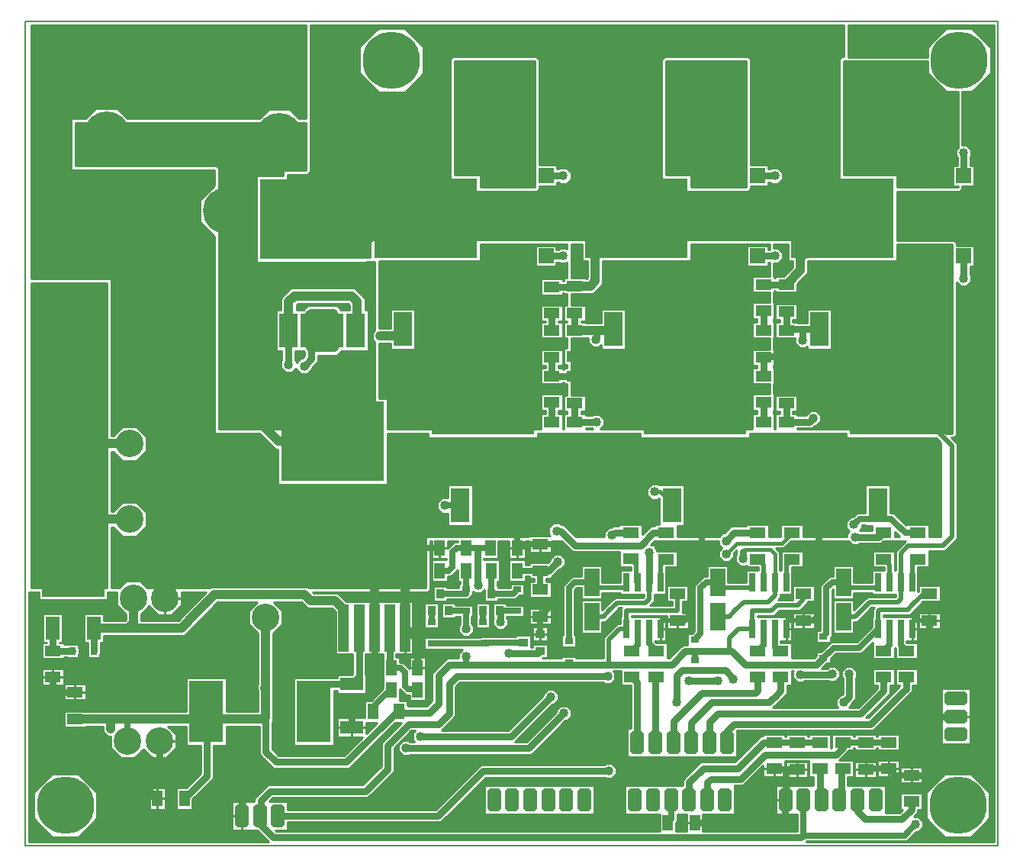
<source format=gbr>
G04 PROTEUS GERBER X2 FILE*
%TF.GenerationSoftware,Labcenter,Proteus,8.7-SP3-Build25561*%
%TF.CreationDate,2021-07-11T19:04:18+00:00*%
%TF.FileFunction,Copper,L1,Top*%
%TF.FilePolarity,Positive*%
%TF.Part,Single*%
%TF.SameCoordinates,{258fd287-c93d-46cd-987c-e4f85f9f1f24}*%
%FSLAX45Y45*%
%MOMM*%
G01*
%TA.AperFunction,Conductor*%
%ADD10C,0.762000*%
%ADD11C,0.508000*%
%ADD12C,0.635000*%
%ADD13C,1.016000*%
%ADD14C,0.254000*%
%ADD15C,0.381000*%
%TA.AperFunction,WasherPad*%
%ADD16C,1.016000*%
%TA.AperFunction,ViaPad*%
%ADD17C,1.016000*%
%ADD18C,0.762000*%
%TA.AperFunction,SMDPad,CuDef*%
%ADD19R,4.572000X1.651000*%
%ADD70R,1.651000X1.651000*%
%TA.AperFunction,ComponentPad*%
%ADD71C,5.080000*%
%TA.AperFunction,SMDPad,CuDef*%
%ADD20R,6.985000X6.985000*%
%ADD21R,1.524000X2.540000*%
%TA.AperFunction,SMDPad,CuDef*%
%ADD22R,0.635000X0.889000*%
%ADD23R,1.803400X1.143000*%
%TA.AperFunction,SMDPad,CuDef*%
%ADD24R,1.143000X5.207000*%
%ADD25R,10.744200X9.550400*%
%TA.AperFunction,SMDPad,CuDef*%
%ADD26R,3.810000X6.858000*%
%ADD27R,2.540000X1.473200*%
%ADD28R,1.143000X1.803400*%
%TA.AperFunction,ComponentPad*%
%ADD29C,6.350000*%
%TA.AperFunction,SMDPad,CuDef*%
%ADD72R,0.635000X2.032000*%
%TA.AperFunction,SMDPad,CuDef*%
%ADD73R,1.651000X3.048000*%
%ADD30R,0.889000X0.635000*%
%TA.AperFunction,SMDPad,CuDef*%
%ADD31R,0.889000X1.016000*%
%ADD32R,1.016000X0.889000*%
%AMDIL027*
4,1,8,
-1.270000,0.457200,-0.965200,0.762000,0.965200,0.762000,1.270000,0.457200,1.270000,-0.457200,
0.965200,-0.762000,-0.965200,-0.762000,-1.270000,-0.457200,-1.270000,0.457200,
0*%
%TA.AperFunction,ComponentPad*%
%ADD33DIL027*%
%AMDIL028*
4,1,8,
-0.762000,0.965200,-0.457200,1.270000,0.457200,1.270000,0.762000,0.965200,0.762000,-0.965200,
0.457200,-1.270000,-0.457200,-1.270000,-0.762000,-0.965200,-0.762000,0.965200,
0*%
%TA.AperFunction,ComponentPad*%
%ADD34DIL028*%
%TA.AperFunction,OtherPad,Unknown*%
%ADD35C,6.350000*%
%TA.AperFunction,ComponentPad*%
%ADD36C,3.048000*%
%TA.AperFunction,SMDPad,CuDef*%
%ADD37R,11.430000X8.890000*%
%ADD38R,2.032000X3.810000*%
%TA.AperFunction,Profile*%
%ADD39C,0.203200*%
%TD.AperFunction*%
G36*
X+8001000Y+2336800D02*
X+7979958Y+2336800D01*
X+7950200Y+2307042D01*
X+7950200Y+867958D01*
X+7979958Y+838200D01*
X+8001000Y+838200D01*
X+8001000Y+551361D01*
X+7993561Y+558800D01*
X+7983039Y+558800D01*
X+7975600Y+551361D01*
X+7975600Y+540839D01*
X+7983039Y+533400D01*
X+7993561Y+533400D01*
X+8001000Y+540839D01*
X+8001000Y+304800D01*
X+2772958Y+304800D01*
X+2743200Y+275042D01*
X+2743200Y+114300D01*
X+1828800Y+114300D01*
X+1828800Y+1028700D01*
X+2053042Y+1028700D01*
X+2082800Y+1058458D01*
X+2082800Y+1672042D01*
X+2082799Y+1672043D01*
X+2082798Y+2682240D01*
X+8001000Y+2682240D01*
X+8001000Y+2336800D01*
G37*
%LPC*%
G36*
X+6972300Y+2307042D02*
X+6972300Y+1136649D01*
X+7169149Y+1136649D01*
X+7169149Y+1092199D01*
X+7189477Y+1092199D01*
X+7202177Y+1104899D01*
X+7275823Y+1104899D01*
X+7327899Y+1052823D01*
X+7327899Y+979177D01*
X+7275823Y+927101D01*
X+7202177Y+927101D01*
X+7189477Y+939801D01*
X+7169149Y+939801D01*
X+7169149Y+895351D01*
X+6972300Y+895351D01*
X+6972300Y+867958D01*
X+6942542Y+838200D01*
X+6011458Y+838200D01*
X+5981700Y+867958D01*
X+5981700Y+2307042D01*
X+6011458Y+2336800D01*
X+6942542Y+2336800D01*
X+6972300Y+2307042D01*
G37*
G36*
X+4622800Y+2307042D02*
X+4622800Y+1136649D01*
X+4819649Y+1136649D01*
X+4819649Y+1092199D01*
X+4839977Y+1092199D01*
X+4852677Y+1104899D01*
X+4926323Y+1104899D01*
X+4978399Y+1052823D01*
X+4978399Y+979177D01*
X+4926323Y+927101D01*
X+4852677Y+927101D01*
X+4839977Y+939801D01*
X+4819649Y+939801D01*
X+4819649Y+895351D01*
X+4622800Y+895351D01*
X+4622800Y+867958D01*
X+4593042Y+838200D01*
X+3661958Y+838200D01*
X+3632200Y+867958D01*
X+3632200Y+2307042D01*
X+3661958Y+2336800D01*
X+4593042Y+2336800D01*
X+4622800Y+2307042D01*
G37*
G36*
X+2628901Y+2151406D02*
X+2628901Y+2445994D01*
X+2837206Y+2654299D01*
X+3131794Y+2654299D01*
X+3340099Y+2445994D01*
X+3340099Y+2151406D01*
X+3131794Y+1943101D01*
X+2837206Y+1943101D01*
X+2628901Y+2151406D01*
G37*
G36*
X+2082800Y+528139D02*
X+2082800Y+538661D01*
X+2090239Y+546100D01*
X+2100761Y+546100D01*
X+2108200Y+538661D01*
X+2108200Y+528139D01*
X+2100761Y+520700D01*
X+2090239Y+520700D01*
X+2082800Y+528139D01*
G37*
G36*
X+3352800Y+540839D02*
X+3352800Y+551361D01*
X+3360239Y+558800D01*
X+3370761Y+558800D01*
X+3378200Y+551361D01*
X+3378200Y+540839D01*
X+3370761Y+533400D01*
X+3360239Y+533400D01*
X+3352800Y+540839D01*
G37*
G36*
X+5689600Y+540839D02*
X+5689600Y+551361D01*
X+5697039Y+558800D01*
X+5707561Y+558800D01*
X+5715000Y+551361D01*
X+5715000Y+540839D01*
X+5707561Y+533400D01*
X+5697039Y+533400D01*
X+5689600Y+540839D01*
G37*
G36*
X+3194050Y+1161599D02*
X+3194050Y+1187901D01*
X+3212649Y+1206500D01*
X+3238951Y+1206500D01*
X+3257550Y+1187901D01*
X+3257550Y+1161599D01*
X+3238951Y+1143000D01*
X+3212649Y+1143000D01*
X+3194050Y+1161599D01*
G37*
G36*
X+3448050Y+1161599D02*
X+3448050Y+1187901D01*
X+3466649Y+1206500D01*
X+3492951Y+1206500D01*
X+3511550Y+1187901D01*
X+3511550Y+1161599D01*
X+3492951Y+1143000D01*
X+3466649Y+1143000D01*
X+3448050Y+1161599D01*
G37*
G36*
X+5226050Y+1161599D02*
X+5226050Y+1187901D01*
X+5244649Y+1206500D01*
X+5270951Y+1206500D01*
X+5289550Y+1187901D01*
X+5289550Y+1161599D01*
X+5270951Y+1143000D01*
X+5244649Y+1143000D01*
X+5226050Y+1161599D01*
G37*
G36*
X+5480050Y+1161599D02*
X+5480050Y+1187901D01*
X+5498649Y+1206500D01*
X+5524951Y+1206500D01*
X+5543550Y+1187901D01*
X+5543550Y+1161599D01*
X+5524951Y+1143000D01*
X+5498649Y+1143000D01*
X+5480050Y+1161599D01*
G37*
G36*
X+5734050Y+1161599D02*
X+5734050Y+1187901D01*
X+5752649Y+1206500D01*
X+5778951Y+1206500D01*
X+5797550Y+1187901D01*
X+5797550Y+1161599D01*
X+5778951Y+1143000D01*
X+5752649Y+1143000D01*
X+5734050Y+1161599D01*
G37*
G36*
X+7512050Y+1161599D02*
X+7512050Y+1187901D01*
X+7530649Y+1206500D01*
X+7556951Y+1206500D01*
X+7575550Y+1187901D01*
X+7575550Y+1161599D01*
X+7556951Y+1143000D01*
X+7530649Y+1143000D01*
X+7512050Y+1161599D01*
G37*
G36*
X+7766050Y+1161599D02*
X+7766050Y+1187901D01*
X+7784649Y+1206500D01*
X+7810951Y+1206500D01*
X+7829550Y+1187901D01*
X+7829550Y+1161599D01*
X+7810951Y+1143000D01*
X+7784649Y+1143000D01*
X+7766050Y+1161599D01*
G37*
G36*
X+3067050Y+1381569D02*
X+3067050Y+1407871D01*
X+3085649Y+1426470D01*
X+3111951Y+1426470D01*
X+3130550Y+1407871D01*
X+3130550Y+1381569D01*
X+3111951Y+1362970D01*
X+3085649Y+1362970D01*
X+3067050Y+1381569D01*
G37*
G36*
X+3321050Y+1381569D02*
X+3321050Y+1407871D01*
X+3339649Y+1426470D01*
X+3365951Y+1426470D01*
X+3384550Y+1407871D01*
X+3384550Y+1381569D01*
X+3365951Y+1362970D01*
X+3339649Y+1362970D01*
X+3321050Y+1381569D01*
G37*
G36*
X+4845050Y+1381569D02*
X+4845050Y+1407871D01*
X+4863649Y+1426470D01*
X+4889951Y+1426470D01*
X+4908550Y+1407871D01*
X+4908550Y+1381569D01*
X+4889951Y+1362970D01*
X+4863649Y+1362970D01*
X+4845050Y+1381569D01*
G37*
G36*
X+5099050Y+1381569D02*
X+5099050Y+1407871D01*
X+5117649Y+1426470D01*
X+5143951Y+1426470D01*
X+5162550Y+1407871D01*
X+5162550Y+1381569D01*
X+5143951Y+1362970D01*
X+5117649Y+1362970D01*
X+5099050Y+1381569D01*
G37*
G36*
X+5353050Y+1381569D02*
X+5353050Y+1407871D01*
X+5371649Y+1426470D01*
X+5397951Y+1426470D01*
X+5416550Y+1407871D01*
X+5416550Y+1381569D01*
X+5397951Y+1362970D01*
X+5371649Y+1362970D01*
X+5353050Y+1381569D01*
G37*
G36*
X+5607050Y+1381569D02*
X+5607050Y+1407871D01*
X+5625649Y+1426470D01*
X+5651951Y+1426470D01*
X+5670550Y+1407871D01*
X+5670550Y+1381569D01*
X+5651951Y+1362970D01*
X+5625649Y+1362970D01*
X+5607050Y+1381569D01*
G37*
G36*
X+7131050Y+1381569D02*
X+7131050Y+1407871D01*
X+7149649Y+1426470D01*
X+7175951Y+1426470D01*
X+7194550Y+1407871D01*
X+7194550Y+1381569D01*
X+7175951Y+1362970D01*
X+7149649Y+1362970D01*
X+7131050Y+1381569D01*
G37*
G36*
X+7385050Y+1381569D02*
X+7385050Y+1407871D01*
X+7403649Y+1426470D01*
X+7429951Y+1426470D01*
X+7448550Y+1407871D01*
X+7448550Y+1381569D01*
X+7429951Y+1362970D01*
X+7403649Y+1362970D01*
X+7385050Y+1381569D01*
G37*
G36*
X+7639050Y+1381569D02*
X+7639050Y+1407871D01*
X+7657649Y+1426470D01*
X+7683951Y+1426470D01*
X+7702550Y+1407871D01*
X+7702550Y+1381569D01*
X+7683951Y+1362970D01*
X+7657649Y+1362970D01*
X+7639050Y+1381569D01*
G37*
G36*
X+4718050Y+1601539D02*
X+4718050Y+1627841D01*
X+4736649Y+1646440D01*
X+4762951Y+1646440D01*
X+4781550Y+1627841D01*
X+4781550Y+1601539D01*
X+4762951Y+1582940D01*
X+4736649Y+1582940D01*
X+4718050Y+1601539D01*
G37*
G36*
X+4972050Y+1601539D02*
X+4972050Y+1627841D01*
X+4990649Y+1646440D01*
X+5016951Y+1646440D01*
X+5035550Y+1627841D01*
X+5035550Y+1601539D01*
X+5016951Y+1582940D01*
X+4990649Y+1582940D01*
X+4972050Y+1601539D01*
G37*
G36*
X+5226050Y+1601539D02*
X+5226050Y+1627841D01*
X+5244649Y+1646440D01*
X+5270951Y+1646440D01*
X+5289550Y+1627841D01*
X+5289550Y+1601539D01*
X+5270951Y+1582940D01*
X+5244649Y+1582940D01*
X+5226050Y+1601539D01*
G37*
G36*
X+5480050Y+1601539D02*
X+5480050Y+1627841D01*
X+5498649Y+1646440D01*
X+5524951Y+1646440D01*
X+5543550Y+1627841D01*
X+5543550Y+1601539D01*
X+5524951Y+1582940D01*
X+5498649Y+1582940D01*
X+5480050Y+1601539D01*
G37*
G36*
X+5734050Y+1601539D02*
X+5734050Y+1627841D01*
X+5752649Y+1646440D01*
X+5778951Y+1646440D01*
X+5797550Y+1627841D01*
X+5797550Y+1601539D01*
X+5778951Y+1582940D01*
X+5752649Y+1582940D01*
X+5734050Y+1601539D01*
G37*
G36*
X+7258050Y+1601539D02*
X+7258050Y+1627841D01*
X+7276649Y+1646440D01*
X+7302951Y+1646440D01*
X+7321550Y+1627841D01*
X+7321550Y+1601539D01*
X+7302951Y+1582940D01*
X+7276649Y+1582940D01*
X+7258050Y+1601539D01*
G37*
G36*
X+7512050Y+1601539D02*
X+7512050Y+1627841D01*
X+7530649Y+1646440D01*
X+7556951Y+1646440D01*
X+7575550Y+1627841D01*
X+7575550Y+1601539D01*
X+7556951Y+1582940D01*
X+7530649Y+1582940D01*
X+7512050Y+1601539D01*
G37*
G36*
X+7766050Y+1601539D02*
X+7766050Y+1627841D01*
X+7784649Y+1646440D01*
X+7810951Y+1646440D01*
X+7829550Y+1627841D01*
X+7829550Y+1601539D01*
X+7810951Y+1582940D01*
X+7784649Y+1582940D01*
X+7766050Y+1601539D01*
G37*
G36*
X+4845050Y+1821509D02*
X+4845050Y+1847811D01*
X+4863649Y+1866410D01*
X+4889951Y+1866410D01*
X+4908550Y+1847811D01*
X+4908550Y+1821509D01*
X+4889951Y+1802910D01*
X+4863649Y+1802910D01*
X+4845050Y+1821509D01*
G37*
G36*
X+5099050Y+1821509D02*
X+5099050Y+1847811D01*
X+5117649Y+1866410D01*
X+5143951Y+1866410D01*
X+5162550Y+1847811D01*
X+5162550Y+1821509D01*
X+5143951Y+1802910D01*
X+5117649Y+1802910D01*
X+5099050Y+1821509D01*
G37*
G36*
X+5353050Y+1821509D02*
X+5353050Y+1847811D01*
X+5371649Y+1866410D01*
X+5397951Y+1866410D01*
X+5416550Y+1847811D01*
X+5416550Y+1821509D01*
X+5397951Y+1802910D01*
X+5371649Y+1802910D01*
X+5353050Y+1821509D01*
G37*
G36*
X+5607050Y+1821509D02*
X+5607050Y+1847811D01*
X+5625649Y+1866410D01*
X+5651951Y+1866410D01*
X+5670550Y+1847811D01*
X+5670550Y+1821509D01*
X+5651951Y+1802910D01*
X+5625649Y+1802910D01*
X+5607050Y+1821509D01*
G37*
G36*
X+7131050Y+1821509D02*
X+7131050Y+1847811D01*
X+7149649Y+1866410D01*
X+7175951Y+1866410D01*
X+7194550Y+1847811D01*
X+7194550Y+1821509D01*
X+7175951Y+1802910D01*
X+7149649Y+1802910D01*
X+7131050Y+1821509D01*
G37*
G36*
X+7385050Y+1821509D02*
X+7385050Y+1847811D01*
X+7403649Y+1866410D01*
X+7429951Y+1866410D01*
X+7448550Y+1847811D01*
X+7448550Y+1821509D01*
X+7429951Y+1802910D01*
X+7403649Y+1802910D01*
X+7385050Y+1821509D01*
G37*
G36*
X+7639050Y+1821509D02*
X+7639050Y+1847811D01*
X+7657649Y+1866410D01*
X+7683951Y+1866410D01*
X+7702550Y+1847811D01*
X+7702550Y+1821509D01*
X+7683951Y+1802910D01*
X+7657649Y+1802910D01*
X+7639050Y+1821509D01*
G37*
G36*
X+4718050Y+2041479D02*
X+4718050Y+2067781D01*
X+4736649Y+2086380D01*
X+4762951Y+2086380D01*
X+4781550Y+2067781D01*
X+4781550Y+2041479D01*
X+4762951Y+2022880D01*
X+4736649Y+2022880D01*
X+4718050Y+2041479D01*
G37*
G36*
X+4972050Y+2041479D02*
X+4972050Y+2067781D01*
X+4990649Y+2086380D01*
X+5016951Y+2086380D01*
X+5035550Y+2067781D01*
X+5035550Y+2041479D01*
X+5016951Y+2022880D01*
X+4990649Y+2022880D01*
X+4972050Y+2041479D01*
G37*
G36*
X+5226050Y+2041479D02*
X+5226050Y+2067781D01*
X+5244649Y+2086380D01*
X+5270951Y+2086380D01*
X+5289550Y+2067781D01*
X+5289550Y+2041479D01*
X+5270951Y+2022880D01*
X+5244649Y+2022880D01*
X+5226050Y+2041479D01*
G37*
G36*
X+5480050Y+2041479D02*
X+5480050Y+2067781D01*
X+5498649Y+2086380D01*
X+5524951Y+2086380D01*
X+5543550Y+2067781D01*
X+5543550Y+2041479D01*
X+5524951Y+2022880D01*
X+5498649Y+2022880D01*
X+5480050Y+2041479D01*
G37*
G36*
X+5734050Y+2041479D02*
X+5734050Y+2067781D01*
X+5752649Y+2086380D01*
X+5778951Y+2086380D01*
X+5797550Y+2067781D01*
X+5797550Y+2041479D01*
X+5778951Y+2022880D01*
X+5752649Y+2022880D01*
X+5734050Y+2041479D01*
G37*
G36*
X+7258050Y+2041479D02*
X+7258050Y+2067781D01*
X+7276649Y+2086380D01*
X+7302951Y+2086380D01*
X+7321550Y+2067781D01*
X+7321550Y+2041479D01*
X+7302951Y+2022880D01*
X+7276649Y+2022880D01*
X+7258050Y+2041479D01*
G37*
G36*
X+7512050Y+2041479D02*
X+7512050Y+2067781D01*
X+7530649Y+2086380D01*
X+7556951Y+2086380D01*
X+7575550Y+2067781D01*
X+7575550Y+2041479D01*
X+7556951Y+2022880D01*
X+7530649Y+2022880D01*
X+7512050Y+2041479D01*
G37*
G36*
X+7766050Y+2041479D02*
X+7766050Y+2067781D01*
X+7784649Y+2086380D01*
X+7810951Y+2086380D01*
X+7829550Y+2067781D01*
X+7829550Y+2041479D01*
X+7810951Y+2022880D01*
X+7784649Y+2022880D01*
X+7766050Y+2041479D01*
G37*
G36*
X+4972050Y+1161599D02*
X+4972050Y+1187901D01*
X+4990649Y+1206500D01*
X+5016951Y+1206500D01*
X+5035550Y+1187901D01*
X+5035550Y+1161599D01*
X+5016951Y+1143000D01*
X+4990649Y+1143000D01*
X+4972050Y+1161599D01*
G37*
G36*
X+2813050Y+1381569D02*
X+2813050Y+1407871D01*
X+2831649Y+1426470D01*
X+2857951Y+1426470D01*
X+2876550Y+1407871D01*
X+2876550Y+1381569D01*
X+2857951Y+1362970D01*
X+2831649Y+1362970D01*
X+2813050Y+1381569D01*
G37*
G36*
X+2889250Y+1193349D02*
X+2889250Y+1219651D01*
X+2907849Y+1238250D01*
X+2934151Y+1238250D01*
X+2952750Y+1219651D01*
X+2952750Y+1193349D01*
X+2934151Y+1174750D01*
X+2907849Y+1174750D01*
X+2889250Y+1193349D01*
G37*
G36*
X+4679950Y+725062D02*
X+4679950Y+751364D01*
X+4698549Y+769963D01*
X+4724851Y+769963D01*
X+4743450Y+751364D01*
X+4743450Y+725062D01*
X+4724851Y+706463D01*
X+4698549Y+706463D01*
X+4679950Y+725062D01*
G37*
G36*
X+7169150Y+725062D02*
X+7169150Y+751364D01*
X+7187749Y+769963D01*
X+7214051Y+769963D01*
X+7232650Y+751364D01*
X+7232650Y+725062D01*
X+7214051Y+706463D01*
X+7187749Y+706463D01*
X+7169150Y+725062D01*
G37*
G36*
X+7080250Y+2110873D02*
X+7080250Y+2137175D01*
X+7098849Y+2155774D01*
X+7125151Y+2155774D01*
X+7143750Y+2137175D01*
X+7143750Y+2110873D01*
X+7125151Y+2092274D01*
X+7098849Y+2092274D01*
X+7080250Y+2110873D01*
G37*
G36*
X+2228850Y+1121155D02*
X+2228850Y+1147457D01*
X+2247449Y+1166056D01*
X+2273751Y+1166056D01*
X+2292350Y+1147457D01*
X+2292350Y+1121155D01*
X+2273751Y+1102556D01*
X+2247449Y+1102556D01*
X+2228850Y+1121155D01*
G37*
G36*
X+2432050Y+1121155D02*
X+2432050Y+1147457D01*
X+2450649Y+1166056D01*
X+2476951Y+1166056D01*
X+2495550Y+1147457D01*
X+2495550Y+1121155D01*
X+2476951Y+1102556D01*
X+2450649Y+1102556D01*
X+2432050Y+1121155D01*
G37*
G36*
X+2635250Y+1121155D02*
X+2635250Y+1147457D01*
X+2653849Y+1166056D01*
X+2680151Y+1166056D01*
X+2698750Y+1147457D01*
X+2698750Y+1121155D01*
X+2680151Y+1102556D01*
X+2653849Y+1102556D01*
X+2635250Y+1121155D01*
G37*
G36*
X+2330450Y+1297131D02*
X+2330450Y+1323433D01*
X+2349049Y+1342032D01*
X+2375351Y+1342032D01*
X+2393950Y+1323433D01*
X+2393950Y+1297131D01*
X+2375351Y+1278532D01*
X+2349049Y+1278532D01*
X+2330450Y+1297131D01*
G37*
G36*
X+2533650Y+1297131D02*
X+2533650Y+1323433D01*
X+2552249Y+1342032D01*
X+2578551Y+1342032D01*
X+2597150Y+1323433D01*
X+2597150Y+1297131D01*
X+2578551Y+1278532D01*
X+2552249Y+1278532D01*
X+2533650Y+1297131D01*
G37*
G36*
X+2228850Y+1473107D02*
X+2228850Y+1499409D01*
X+2247449Y+1518008D01*
X+2273751Y+1518008D01*
X+2292350Y+1499409D01*
X+2292350Y+1473107D01*
X+2273751Y+1454508D01*
X+2247449Y+1454508D01*
X+2228850Y+1473107D01*
G37*
G36*
X+2432050Y+1473107D02*
X+2432050Y+1499409D01*
X+2450649Y+1518008D01*
X+2476951Y+1518008D01*
X+2495550Y+1499409D01*
X+2495550Y+1473107D01*
X+2476951Y+1454508D01*
X+2450649Y+1454508D01*
X+2432050Y+1473107D01*
G37*
G36*
X+2635250Y+1473107D02*
X+2635250Y+1499409D01*
X+2653849Y+1518008D01*
X+2680151Y+1518008D01*
X+2698750Y+1499409D01*
X+2698750Y+1473107D01*
X+2680151Y+1454508D01*
X+2653849Y+1454508D01*
X+2635250Y+1473107D01*
G37*
G36*
X+2330450Y+1649083D02*
X+2330450Y+1675385D01*
X+2349049Y+1693984D01*
X+2375351Y+1693984D01*
X+2393950Y+1675385D01*
X+2393950Y+1649083D01*
X+2375351Y+1630484D01*
X+2349049Y+1630484D01*
X+2330450Y+1649083D01*
G37*
G36*
X+2533650Y+1649083D02*
X+2533650Y+1675385D01*
X+2552249Y+1693984D01*
X+2578551Y+1693984D01*
X+2597150Y+1675385D01*
X+2597150Y+1649083D01*
X+2578551Y+1630484D01*
X+2552249Y+1630484D01*
X+2533650Y+1649083D01*
G37*
G36*
X+2736850Y+1649083D02*
X+2736850Y+1675385D01*
X+2755449Y+1693984D01*
X+2781751Y+1693984D01*
X+2800350Y+1675385D01*
X+2800350Y+1649083D01*
X+2781751Y+1630484D01*
X+2755449Y+1630484D01*
X+2736850Y+1649083D01*
G37*
G36*
X+2940050Y+1649083D02*
X+2940050Y+1675385D01*
X+2958649Y+1693984D01*
X+2984951Y+1693984D01*
X+3003550Y+1675385D01*
X+3003550Y+1649083D01*
X+2984951Y+1630484D01*
X+2958649Y+1630484D01*
X+2940050Y+1649083D01*
G37*
G36*
X+3143250Y+1649083D02*
X+3143250Y+1675385D01*
X+3161849Y+1693984D01*
X+3188151Y+1693984D01*
X+3206750Y+1675385D01*
X+3206750Y+1649083D01*
X+3188151Y+1630484D01*
X+3161849Y+1630484D01*
X+3143250Y+1649083D01*
G37*
G36*
X+3346450Y+1649083D02*
X+3346450Y+1675385D01*
X+3365049Y+1693984D01*
X+3391351Y+1693984D01*
X+3409950Y+1675385D01*
X+3409950Y+1649083D01*
X+3391351Y+1630484D01*
X+3365049Y+1630484D01*
X+3346450Y+1649083D01*
G37*
G36*
X+2228850Y+1825059D02*
X+2228850Y+1851361D01*
X+2247449Y+1869960D01*
X+2273751Y+1869960D01*
X+2292350Y+1851361D01*
X+2292350Y+1825059D01*
X+2273751Y+1806460D01*
X+2247449Y+1806460D01*
X+2228850Y+1825059D01*
G37*
G36*
X+2432050Y+1825059D02*
X+2432050Y+1851361D01*
X+2450649Y+1869960D01*
X+2476951Y+1869960D01*
X+2495550Y+1851361D01*
X+2495550Y+1825059D01*
X+2476951Y+1806460D01*
X+2450649Y+1806460D01*
X+2432050Y+1825059D01*
G37*
G36*
X+2635250Y+1825059D02*
X+2635250Y+1851361D01*
X+2653849Y+1869960D01*
X+2680151Y+1869960D01*
X+2698750Y+1851361D01*
X+2698750Y+1825059D01*
X+2680151Y+1806460D01*
X+2653849Y+1806460D01*
X+2635250Y+1825059D01*
G37*
G36*
X+3244850Y+1825059D02*
X+3244850Y+1851361D01*
X+3263449Y+1869960D01*
X+3289751Y+1869960D01*
X+3308350Y+1851361D01*
X+3308350Y+1825059D01*
X+3289751Y+1806460D01*
X+3263449Y+1806460D01*
X+3244850Y+1825059D01*
G37*
G36*
X+3448050Y+1825059D02*
X+3448050Y+1851361D01*
X+3466649Y+1869960D01*
X+3492951Y+1869960D01*
X+3511550Y+1851361D01*
X+3511550Y+1825059D01*
X+3492951Y+1806460D01*
X+3466649Y+1806460D01*
X+3448050Y+1825059D01*
G37*
G36*
X+2330450Y+2001035D02*
X+2330450Y+2027337D01*
X+2349049Y+2045936D01*
X+2375351Y+2045936D01*
X+2393950Y+2027337D01*
X+2393950Y+2001035D01*
X+2375351Y+1982436D01*
X+2349049Y+1982436D01*
X+2330450Y+2001035D01*
G37*
G36*
X+2533650Y+2001035D02*
X+2533650Y+2027337D01*
X+2552249Y+2045936D01*
X+2578551Y+2045936D01*
X+2597150Y+2027337D01*
X+2597150Y+2001035D01*
X+2578551Y+1982436D01*
X+2552249Y+1982436D01*
X+2533650Y+2001035D01*
G37*
G36*
X+2228850Y+2177011D02*
X+2228850Y+2203313D01*
X+2247449Y+2221912D01*
X+2273751Y+2221912D01*
X+2292350Y+2203313D01*
X+2292350Y+2177011D01*
X+2273751Y+2158412D01*
X+2247449Y+2158412D01*
X+2228850Y+2177011D01*
G37*
G36*
X+2432050Y+2177011D02*
X+2432050Y+2203313D01*
X+2450649Y+2221912D01*
X+2476951Y+2221912D01*
X+2495550Y+2203313D01*
X+2495550Y+2177011D01*
X+2476951Y+2158412D01*
X+2450649Y+2158412D01*
X+2432050Y+2177011D01*
G37*
G36*
X+3448050Y+2177011D02*
X+3448050Y+2203313D01*
X+3466649Y+2221912D01*
X+3492951Y+2221912D01*
X+3511550Y+2203313D01*
X+3511550Y+2177011D01*
X+3492951Y+2158412D01*
X+3466649Y+2158412D01*
X+3448050Y+2177011D01*
G37*
G36*
X+4870450Y+2177011D02*
X+4870450Y+2203313D01*
X+4889049Y+2221912D01*
X+4915351Y+2221912D01*
X+4933950Y+2203313D01*
X+4933950Y+2177011D01*
X+4915351Y+2158412D01*
X+4889049Y+2158412D01*
X+4870450Y+2177011D01*
G37*
G36*
X+5073650Y+2177011D02*
X+5073650Y+2203313D01*
X+5092249Y+2221912D01*
X+5118551Y+2221912D01*
X+5137150Y+2203313D01*
X+5137150Y+2177011D01*
X+5118551Y+2158412D01*
X+5092249Y+2158412D01*
X+5073650Y+2177011D01*
G37*
G36*
X+2330450Y+2352987D02*
X+2330450Y+2379289D01*
X+2349049Y+2397888D01*
X+2375351Y+2397888D01*
X+2393950Y+2379289D01*
X+2393950Y+2352987D01*
X+2375351Y+2334388D01*
X+2349049Y+2334388D01*
X+2330450Y+2352987D01*
G37*
G36*
X+4768850Y+2352987D02*
X+4768850Y+2379289D01*
X+4787449Y+2397888D01*
X+4813751Y+2397888D01*
X+4832350Y+2379289D01*
X+4832350Y+2352987D01*
X+4813751Y+2334388D01*
X+4787449Y+2334388D01*
X+4768850Y+2352987D01*
G37*
G36*
X+4972050Y+2352987D02*
X+4972050Y+2379289D01*
X+4990649Y+2397888D01*
X+5016951Y+2397888D01*
X+5035550Y+2379289D01*
X+5035550Y+2352987D01*
X+5016951Y+2334388D01*
X+4990649Y+2334388D01*
X+4972050Y+2352987D01*
G37*
G36*
X+5175250Y+2352987D02*
X+5175250Y+2379289D01*
X+5193849Y+2397888D01*
X+5220151Y+2397888D01*
X+5238750Y+2379289D01*
X+5238750Y+2352987D01*
X+5220151Y+2334388D01*
X+5193849Y+2334388D01*
X+5175250Y+2352987D01*
G37*
G36*
X+5378450Y+2352987D02*
X+5378450Y+2379289D01*
X+5397049Y+2397888D01*
X+5423351Y+2397888D01*
X+5441950Y+2379289D01*
X+5441950Y+2352987D01*
X+5423351Y+2334388D01*
X+5397049Y+2334388D01*
X+5378450Y+2352987D01*
G37*
G36*
X+5581650Y+2352987D02*
X+5581650Y+2379289D01*
X+5600249Y+2397888D01*
X+5626551Y+2397888D01*
X+5645150Y+2379289D01*
X+5645150Y+2352987D01*
X+5626551Y+2334388D01*
X+5600249Y+2334388D01*
X+5581650Y+2352987D01*
G37*
G36*
X+5784850Y+2352987D02*
X+5784850Y+2379289D01*
X+5803449Y+2397888D01*
X+5829751Y+2397888D01*
X+5848350Y+2379289D01*
X+5848350Y+2352987D01*
X+5829751Y+2334388D01*
X+5803449Y+2334388D01*
X+5784850Y+2352987D01*
G37*
G36*
X+7207250Y+2352987D02*
X+7207250Y+2379289D01*
X+7225849Y+2397888D01*
X+7252151Y+2397888D01*
X+7270750Y+2379289D01*
X+7270750Y+2352987D01*
X+7252151Y+2334388D01*
X+7225849Y+2334388D01*
X+7207250Y+2352987D01*
G37*
G36*
X+7410450Y+2352987D02*
X+7410450Y+2379289D01*
X+7429049Y+2397888D01*
X+7455351Y+2397888D01*
X+7473950Y+2379289D01*
X+7473950Y+2352987D01*
X+7455351Y+2334388D01*
X+7429049Y+2334388D01*
X+7410450Y+2352987D01*
G37*
G36*
X+7613650Y+2352987D02*
X+7613650Y+2379289D01*
X+7632249Y+2397888D01*
X+7658551Y+2397888D01*
X+7677150Y+2379289D01*
X+7677150Y+2352987D01*
X+7658551Y+2334388D01*
X+7632249Y+2334388D01*
X+7613650Y+2352987D01*
G37*
G36*
X+2228850Y+2528963D02*
X+2228850Y+2555265D01*
X+2247449Y+2573864D01*
X+2273751Y+2573864D01*
X+2292350Y+2555265D01*
X+2292350Y+2528963D01*
X+2273751Y+2510364D01*
X+2247449Y+2510364D01*
X+2228850Y+2528963D01*
G37*
G36*
X+2432050Y+2528963D02*
X+2432050Y+2555265D01*
X+2450649Y+2573864D01*
X+2476951Y+2573864D01*
X+2495550Y+2555265D01*
X+2495550Y+2528963D01*
X+2476951Y+2510364D01*
X+2450649Y+2510364D01*
X+2432050Y+2528963D01*
G37*
G36*
X+3448050Y+2528963D02*
X+3448050Y+2555265D01*
X+3466649Y+2573864D01*
X+3492951Y+2573864D01*
X+3511550Y+2555265D01*
X+3511550Y+2528963D01*
X+3492951Y+2510364D01*
X+3466649Y+2510364D01*
X+3448050Y+2528963D01*
G37*
G36*
X+3651250Y+2528963D02*
X+3651250Y+2555265D01*
X+3669849Y+2573864D01*
X+3696151Y+2573864D01*
X+3714750Y+2555265D01*
X+3714750Y+2528963D01*
X+3696151Y+2510364D01*
X+3669849Y+2510364D01*
X+3651250Y+2528963D01*
G37*
G36*
X+3854450Y+2528963D02*
X+3854450Y+2555265D01*
X+3873049Y+2573864D01*
X+3899351Y+2573864D01*
X+3917950Y+2555265D01*
X+3917950Y+2528963D01*
X+3899351Y+2510364D01*
X+3873049Y+2510364D01*
X+3854450Y+2528963D01*
G37*
G36*
X+4057650Y+2528963D02*
X+4057650Y+2555265D01*
X+4076249Y+2573864D01*
X+4102551Y+2573864D01*
X+4121150Y+2555265D01*
X+4121150Y+2528963D01*
X+4102551Y+2510364D01*
X+4076249Y+2510364D01*
X+4057650Y+2528963D01*
G37*
G36*
X+4260850Y+2528963D02*
X+4260850Y+2555265D01*
X+4279449Y+2573864D01*
X+4305751Y+2573864D01*
X+4324350Y+2555265D01*
X+4324350Y+2528963D01*
X+4305751Y+2510364D01*
X+4279449Y+2510364D01*
X+4260850Y+2528963D01*
G37*
G36*
X+4464050Y+2528963D02*
X+4464050Y+2555265D01*
X+4482649Y+2573864D01*
X+4508951Y+2573864D01*
X+4527550Y+2555265D01*
X+4527550Y+2528963D01*
X+4508951Y+2510364D01*
X+4482649Y+2510364D01*
X+4464050Y+2528963D01*
G37*
G36*
X+4667250Y+2528963D02*
X+4667250Y+2555265D01*
X+4685849Y+2573864D01*
X+4712151Y+2573864D01*
X+4730750Y+2555265D01*
X+4730750Y+2528963D01*
X+4712151Y+2510364D01*
X+4685849Y+2510364D01*
X+4667250Y+2528963D01*
G37*
G36*
X+4870450Y+2528963D02*
X+4870450Y+2555265D01*
X+4889049Y+2573864D01*
X+4915351Y+2573864D01*
X+4933950Y+2555265D01*
X+4933950Y+2528963D01*
X+4915351Y+2510364D01*
X+4889049Y+2510364D01*
X+4870450Y+2528963D01*
G37*
G36*
X+5073650Y+2528963D02*
X+5073650Y+2555265D01*
X+5092249Y+2573864D01*
X+5118551Y+2573864D01*
X+5137150Y+2555265D01*
X+5137150Y+2528963D01*
X+5118551Y+2510364D01*
X+5092249Y+2510364D01*
X+5073650Y+2528963D01*
G37*
G36*
X+5276850Y+2528963D02*
X+5276850Y+2555265D01*
X+5295449Y+2573864D01*
X+5321751Y+2573864D01*
X+5340350Y+2555265D01*
X+5340350Y+2528963D01*
X+5321751Y+2510364D01*
X+5295449Y+2510364D01*
X+5276850Y+2528963D01*
G37*
G36*
X+5480050Y+2528963D02*
X+5480050Y+2555265D01*
X+5498649Y+2573864D01*
X+5524951Y+2573864D01*
X+5543550Y+2555265D01*
X+5543550Y+2528963D01*
X+5524951Y+2510364D01*
X+5498649Y+2510364D01*
X+5480050Y+2528963D01*
G37*
G36*
X+5683250Y+2528963D02*
X+5683250Y+2555265D01*
X+5701849Y+2573864D01*
X+5728151Y+2573864D01*
X+5746750Y+2555265D01*
X+5746750Y+2528963D01*
X+5728151Y+2510364D01*
X+5701849Y+2510364D01*
X+5683250Y+2528963D01*
G37*
G36*
X+5886450Y+2528963D02*
X+5886450Y+2555265D01*
X+5905049Y+2573864D01*
X+5931351Y+2573864D01*
X+5949950Y+2555265D01*
X+5949950Y+2528963D01*
X+5931351Y+2510364D01*
X+5905049Y+2510364D01*
X+5886450Y+2528963D01*
G37*
G36*
X+6089650Y+2528963D02*
X+6089650Y+2555265D01*
X+6108249Y+2573864D01*
X+6134551Y+2573864D01*
X+6153150Y+2555265D01*
X+6153150Y+2528963D01*
X+6134551Y+2510364D01*
X+6108249Y+2510364D01*
X+6089650Y+2528963D01*
G37*
G36*
X+6292850Y+2528963D02*
X+6292850Y+2555265D01*
X+6311449Y+2573864D01*
X+6337751Y+2573864D01*
X+6356350Y+2555265D01*
X+6356350Y+2528963D01*
X+6337751Y+2510364D01*
X+6311449Y+2510364D01*
X+6292850Y+2528963D01*
G37*
G36*
X+6496050Y+2528963D02*
X+6496050Y+2555265D01*
X+6514649Y+2573864D01*
X+6540951Y+2573864D01*
X+6559550Y+2555265D01*
X+6559550Y+2528963D01*
X+6540951Y+2510364D01*
X+6514649Y+2510364D01*
X+6496050Y+2528963D01*
G37*
G36*
X+6699250Y+2528963D02*
X+6699250Y+2555265D01*
X+6717849Y+2573864D01*
X+6744151Y+2573864D01*
X+6762750Y+2555265D01*
X+6762750Y+2528963D01*
X+6744151Y+2510364D01*
X+6717849Y+2510364D01*
X+6699250Y+2528963D01*
G37*
G36*
X+6902450Y+2528963D02*
X+6902450Y+2555265D01*
X+6921049Y+2573864D01*
X+6947351Y+2573864D01*
X+6965950Y+2555265D01*
X+6965950Y+2528963D01*
X+6947351Y+2510364D01*
X+6921049Y+2510364D01*
X+6902450Y+2528963D01*
G37*
G36*
X+7105650Y+2528963D02*
X+7105650Y+2555265D01*
X+7124249Y+2573864D01*
X+7150551Y+2573864D01*
X+7169150Y+2555265D01*
X+7169150Y+2528963D01*
X+7150551Y+2510364D01*
X+7124249Y+2510364D01*
X+7105650Y+2528963D01*
G37*
G36*
X+7308850Y+2528963D02*
X+7308850Y+2555265D01*
X+7327449Y+2573864D01*
X+7353751Y+2573864D01*
X+7372350Y+2555265D01*
X+7372350Y+2528963D01*
X+7353751Y+2510364D01*
X+7327449Y+2510364D01*
X+7308850Y+2528963D01*
G37*
G36*
X+7512050Y+2528963D02*
X+7512050Y+2555265D01*
X+7530649Y+2573864D01*
X+7556951Y+2573864D01*
X+7575550Y+2555265D01*
X+7575550Y+2528963D01*
X+7556951Y+2510364D01*
X+7530649Y+2510364D01*
X+7512050Y+2528963D01*
G37*
G36*
X+7715250Y+2528963D02*
X+7715250Y+2555265D01*
X+7733849Y+2573864D01*
X+7760151Y+2573864D01*
X+7778750Y+2555265D01*
X+7778750Y+2528963D01*
X+7760151Y+2510364D01*
X+7733849Y+2510364D01*
X+7715250Y+2528963D01*
G37*
%LPD*%
G36*
X+6921500Y+889000D02*
X+6306819Y+889000D01*
X+6306819Y+1023619D01*
X+6032500Y+1023619D01*
X+6032500Y+2286000D01*
X+6921500Y+2286000D01*
X+6921500Y+889000D01*
G37*
%LPC*%
G36*
X+6662239Y+1028700D02*
X+6672761Y+1028700D01*
X+6680200Y+1021261D01*
X+6680200Y+1010739D01*
X+6672761Y+1003300D01*
X+6662239Y+1003300D01*
X+6654800Y+1010739D01*
X+6654800Y+1021261D01*
X+6662239Y+1028700D01*
G37*
G36*
X+6553200Y+1667155D02*
X+6553200Y+1761845D01*
X+6620155Y+1828800D01*
X+6714845Y+1828800D01*
X+6781800Y+1761845D01*
X+6781800Y+1667155D01*
X+6714845Y+1600200D01*
X+6620155Y+1600200D01*
X+6553200Y+1667155D01*
G37*
G36*
X+6332219Y+1039159D02*
X+6332219Y+1065461D01*
X+6350818Y+1084060D01*
X+6377120Y+1084060D01*
X+6395719Y+1065461D01*
X+6395719Y+1039159D01*
X+6377120Y+1020560D01*
X+6350818Y+1020560D01*
X+6332219Y+1039159D01*
G37*
G36*
X+6230619Y+1215135D02*
X+6230619Y+1241437D01*
X+6249218Y+1260036D01*
X+6275520Y+1260036D01*
X+6294119Y+1241437D01*
X+6294119Y+1215135D01*
X+6275520Y+1196536D01*
X+6249218Y+1196536D01*
X+6230619Y+1215135D01*
G37*
G36*
X+6433819Y+1215135D02*
X+6433819Y+1241437D01*
X+6452418Y+1260036D01*
X+6478720Y+1260036D01*
X+6497319Y+1241437D01*
X+6497319Y+1215135D01*
X+6478720Y+1196536D01*
X+6452418Y+1196536D01*
X+6433819Y+1215135D01*
G37*
G36*
X+6129019Y+1391111D02*
X+6129019Y+1417413D01*
X+6147618Y+1436012D01*
X+6173920Y+1436012D01*
X+6192519Y+1417413D01*
X+6192519Y+1391111D01*
X+6173920Y+1372512D01*
X+6147618Y+1372512D01*
X+6129019Y+1391111D01*
G37*
G36*
X+6332219Y+1391111D02*
X+6332219Y+1417413D01*
X+6350818Y+1436012D01*
X+6377120Y+1436012D01*
X+6395719Y+1417413D01*
X+6395719Y+1391111D01*
X+6377120Y+1372512D01*
X+6350818Y+1372512D01*
X+6332219Y+1391111D01*
G37*
G36*
X+6230619Y+1567087D02*
X+6230619Y+1593389D01*
X+6249218Y+1611988D01*
X+6275520Y+1611988D01*
X+6294119Y+1593389D01*
X+6294119Y+1567087D01*
X+6275520Y+1548488D01*
X+6249218Y+1548488D01*
X+6230619Y+1567087D01*
G37*
G36*
X+6129019Y+1743063D02*
X+6129019Y+1769365D01*
X+6147618Y+1787964D01*
X+6173920Y+1787964D01*
X+6192519Y+1769365D01*
X+6192519Y+1743063D01*
X+6173920Y+1724464D01*
X+6147618Y+1724464D01*
X+6129019Y+1743063D01*
G37*
G36*
X+6254750Y+1891849D02*
X+6254750Y+1918151D01*
X+6273349Y+1936750D01*
X+6299651Y+1936750D01*
X+6318250Y+1918151D01*
X+6318250Y+1891849D01*
X+6299651Y+1873250D01*
X+6273349Y+1873250D01*
X+6254750Y+1891849D01*
G37*
%LPD*%
G36*
X+4572000Y+889000D02*
X+3970019Y+889000D01*
X+3970019Y+1023619D01*
X+3683000Y+1023619D01*
X+3683000Y+2286000D01*
X+4572000Y+2286000D01*
X+4572000Y+889000D01*
G37*
%LPC*%
G36*
X+4312739Y+1028700D02*
X+4323261Y+1028700D01*
X+4330700Y+1021261D01*
X+4330700Y+1010739D01*
X+4323261Y+1003300D01*
X+4312739Y+1003300D01*
X+4305300Y+1010739D01*
X+4305300Y+1021261D01*
X+4312739Y+1028700D01*
G37*
G36*
X+4203700Y+1667155D02*
X+4203700Y+1761845D01*
X+4270655Y+1828800D01*
X+4365345Y+1828800D01*
X+4432300Y+1761845D01*
X+4432300Y+1667155D01*
X+4365345Y+1600200D01*
X+4270655Y+1600200D01*
X+4203700Y+1667155D01*
G37*
G36*
X+3981450Y+1039159D02*
X+3981450Y+1065461D01*
X+4000049Y+1084060D01*
X+4026351Y+1084060D01*
X+4044950Y+1065461D01*
X+4044950Y+1039159D01*
X+4026351Y+1020560D01*
X+4000049Y+1020560D01*
X+3981450Y+1039159D01*
G37*
G36*
X+3879850Y+1215135D02*
X+3879850Y+1241437D01*
X+3898449Y+1260036D01*
X+3924751Y+1260036D01*
X+3943350Y+1241437D01*
X+3943350Y+1215135D01*
X+3924751Y+1196536D01*
X+3898449Y+1196536D01*
X+3879850Y+1215135D01*
G37*
G36*
X+4083050Y+1215135D02*
X+4083050Y+1241437D01*
X+4101649Y+1260036D01*
X+4127951Y+1260036D01*
X+4146550Y+1241437D01*
X+4146550Y+1215135D01*
X+4127951Y+1196536D01*
X+4101649Y+1196536D01*
X+4083050Y+1215135D01*
G37*
G36*
X+3778250Y+1391111D02*
X+3778250Y+1417413D01*
X+3796849Y+1436012D01*
X+3823151Y+1436012D01*
X+3841750Y+1417413D01*
X+3841750Y+1391111D01*
X+3823151Y+1372512D01*
X+3796849Y+1372512D01*
X+3778250Y+1391111D01*
G37*
G36*
X+3981450Y+1391111D02*
X+3981450Y+1417413D01*
X+4000049Y+1436012D01*
X+4026351Y+1436012D01*
X+4044950Y+1417413D01*
X+4044950Y+1391111D01*
X+4026351Y+1372512D01*
X+4000049Y+1372512D01*
X+3981450Y+1391111D01*
G37*
G36*
X+3879850Y+1567087D02*
X+3879850Y+1593389D01*
X+3898449Y+1611988D01*
X+3924751Y+1611988D01*
X+3943350Y+1593389D01*
X+3943350Y+1567087D01*
X+3924751Y+1548488D01*
X+3898449Y+1548488D01*
X+3879850Y+1567087D01*
G37*
G36*
X+3778250Y+1743063D02*
X+3778250Y+1769365D01*
X+3796849Y+1787964D01*
X+3823151Y+1787964D01*
X+3841750Y+1769365D01*
X+3841750Y+1743063D01*
X+3823151Y+1724464D01*
X+3796849Y+1724464D01*
X+3778250Y+1743063D01*
G37*
G36*
X+3905250Y+1891849D02*
X+3905250Y+1918151D01*
X+3923849Y+1936750D01*
X+3950151Y+1936750D01*
X+3968750Y+1918151D01*
X+3968750Y+1891849D01*
X+3950151Y+1873250D01*
X+3923849Y+1873250D01*
X+3905250Y+1891849D01*
G37*
%LPD*%
G36*
X-177800Y-3556000D02*
X-1016000Y-3556000D01*
X-1016000Y-177800D01*
X-177800Y-177800D01*
X-177800Y-3556000D01*
G37*
%LPC*%
G36*
X-558800Y-3314881D02*
X-558800Y-3304359D01*
X-551361Y-3296920D01*
X-540839Y-3296920D01*
X-533400Y-3304359D01*
X-533400Y-3314881D01*
X-540839Y-3322320D01*
X-551361Y-3322320D01*
X-558800Y-3314881D01*
G37*
G36*
X-608324Y-1638300D02*
X-534676Y-1638300D01*
X-482600Y-1690376D01*
X-482600Y-1764024D01*
X-534676Y-1816100D01*
X-608324Y-1816100D01*
X-660400Y-1764024D01*
X-660400Y-1690376D01*
X-608324Y-1638300D01*
G37*
G36*
X-584200Y-1037945D02*
X-584200Y-943255D01*
X-517245Y-876300D01*
X-422555Y-876300D01*
X-355600Y-943255D01*
X-355600Y-1037945D01*
X-422555Y-1104900D01*
X-517245Y-1104900D01*
X-584200Y-1037945D01*
G37*
G36*
X-819150Y-2847919D02*
X-819150Y-2821617D01*
X-800551Y-2803018D01*
X-774249Y-2803018D01*
X-755650Y-2821617D01*
X-755650Y-2847919D01*
X-774249Y-2866518D01*
X-800551Y-2866518D01*
X-819150Y-2847919D01*
G37*
G36*
X-920750Y-2671943D02*
X-920750Y-2645641D01*
X-902151Y-2627042D01*
X-875849Y-2627042D01*
X-857250Y-2645641D01*
X-857250Y-2671943D01*
X-875849Y-2690542D01*
X-902151Y-2690542D01*
X-920750Y-2671943D01*
G37*
G36*
X-717550Y-2671943D02*
X-717550Y-2645641D01*
X-698951Y-2627042D01*
X-672649Y-2627042D01*
X-654050Y-2645641D01*
X-654050Y-2671943D01*
X-672649Y-2690542D01*
X-698951Y-2690542D01*
X-717550Y-2671943D01*
G37*
G36*
X-819150Y-2495967D02*
X-819150Y-2469665D01*
X-800551Y-2451066D01*
X-774249Y-2451066D01*
X-755650Y-2469665D01*
X-755650Y-2495967D01*
X-774249Y-2514566D01*
X-800551Y-2514566D01*
X-819150Y-2495967D01*
G37*
G36*
X-730250Y-1270451D02*
X-730250Y-1244149D01*
X-711651Y-1225550D01*
X-685349Y-1225550D01*
X-666750Y-1244149D01*
X-666750Y-1270451D01*
X-685349Y-1289050D01*
X-711651Y-1289050D01*
X-730250Y-1270451D01*
G37*
G36*
X-717550Y-2319991D02*
X-717550Y-2293689D01*
X-698951Y-2275090D01*
X-672649Y-2275090D01*
X-654050Y-2293689D01*
X-654050Y-2319991D01*
X-672649Y-2338590D01*
X-698951Y-2338590D01*
X-717550Y-2319991D01*
G37*
G36*
X-844550Y-2349951D02*
X-844550Y-2323649D01*
X-825951Y-2305050D01*
X-799649Y-2305050D01*
X-781050Y-2323649D01*
X-781050Y-2349951D01*
X-799649Y-2368550D01*
X-825951Y-2368550D01*
X-844550Y-2349951D01*
G37*
G36*
X-615950Y-2144015D02*
X-615950Y-2117713D01*
X-597351Y-2099114D01*
X-571049Y-2099114D01*
X-552450Y-2117713D01*
X-552450Y-2144015D01*
X-571049Y-2162614D01*
X-597351Y-2162614D01*
X-615950Y-2144015D01*
G37*
G36*
X-958850Y-1067251D02*
X-958850Y-1040949D01*
X-940251Y-1022350D01*
X-913949Y-1022350D01*
X-895350Y-1040949D01*
X-895350Y-1067251D01*
X-913949Y-1085850D01*
X-940251Y-1085850D01*
X-958850Y-1067251D01*
G37*
G36*
X-920750Y-1616087D02*
X-920750Y-1589785D01*
X-902151Y-1571186D01*
X-875849Y-1571186D01*
X-857250Y-1589785D01*
X-857250Y-1616087D01*
X-875849Y-1634686D01*
X-902151Y-1634686D01*
X-920750Y-1616087D01*
G37*
G36*
X-819150Y-1440111D02*
X-819150Y-1413809D01*
X-800551Y-1395210D01*
X-774249Y-1395210D01*
X-755650Y-1413809D01*
X-755650Y-1440111D01*
X-774249Y-1458710D01*
X-800551Y-1458710D01*
X-819150Y-1440111D01*
G37*
G36*
X-412750Y-1440111D02*
X-412750Y-1413809D01*
X-394151Y-1395210D01*
X-367849Y-1395210D01*
X-349250Y-1413809D01*
X-349250Y-1440111D01*
X-367849Y-1458710D01*
X-394151Y-1458710D01*
X-412750Y-1440111D01*
G37*
G36*
X-920750Y-1264135D02*
X-920750Y-1237833D01*
X-902151Y-1219234D01*
X-875849Y-1219234D01*
X-857250Y-1237833D01*
X-857250Y-1264135D01*
X-875849Y-1282734D01*
X-902151Y-1282734D01*
X-920750Y-1264135D01*
G37*
G36*
X-819150Y-1088159D02*
X-819150Y-1061857D01*
X-800551Y-1043258D01*
X-774249Y-1043258D01*
X-755650Y-1061857D01*
X-755650Y-1088159D01*
X-774249Y-1106758D01*
X-800551Y-1106758D01*
X-819150Y-1088159D01*
G37*
G36*
X-920750Y-912183D02*
X-920750Y-885881D01*
X-902151Y-867282D01*
X-875849Y-867282D01*
X-857250Y-885881D01*
X-857250Y-912183D01*
X-875849Y-930782D01*
X-902151Y-930782D01*
X-920750Y-912183D01*
G37*
G36*
X-920750Y-560231D02*
X-920750Y-533929D01*
X-902151Y-515330D01*
X-875849Y-515330D01*
X-857250Y-533929D01*
X-857250Y-560231D01*
X-875849Y-578830D01*
X-902151Y-578830D01*
X-920750Y-560231D01*
G37*
G36*
X-514350Y-560231D02*
X-514350Y-533929D01*
X-495751Y-515330D01*
X-469449Y-515330D01*
X-450850Y-533929D01*
X-450850Y-560231D01*
X-469449Y-578830D01*
X-495751Y-578830D01*
X-514350Y-560231D01*
G37*
G36*
X-615950Y-384255D02*
X-615950Y-357953D01*
X-597351Y-339354D01*
X-571049Y-339354D01*
X-552450Y-357953D01*
X-552450Y-384255D01*
X-571049Y-402854D01*
X-597351Y-402854D01*
X-615950Y-384255D01*
G37*
G36*
X-412750Y-384255D02*
X-412750Y-357953D01*
X-394151Y-339354D01*
X-367849Y-339354D01*
X-349250Y-357953D01*
X-349250Y-384255D01*
X-367849Y-402854D01*
X-394151Y-402854D01*
X-412750Y-384255D01*
G37*
%LPD*%
G36*
X+8933181Y+2153510D02*
X+9138510Y+1948181D01*
X+9271000Y+1948181D01*
X+9271000Y+1325038D01*
X+9250681Y+1304719D01*
X+9250681Y+1235281D01*
X+9263381Y+1222581D01*
X+9263381Y+1131569D01*
X+9218931Y+1131569D01*
X+9218931Y+900431D01*
X+9271000Y+900431D01*
X+9271000Y+889000D01*
X+8592819Y+889000D01*
X+8592819Y+1023619D01*
X+8001000Y+1023619D01*
X+8001000Y+2286000D01*
X+8933181Y+2286000D01*
X+8933181Y+2153510D01*
G37*
%LPC*%
G36*
X+8948239Y+1028700D02*
X+8958761Y+1028700D01*
X+8966200Y+1021261D01*
X+8966200Y+1010739D01*
X+8958761Y+1003300D01*
X+8948239Y+1003300D01*
X+8940800Y+1010739D01*
X+8940800Y+1021261D01*
X+8948239Y+1028700D01*
G37*
G36*
X+8140700Y+1603655D02*
X+8140700Y+1698345D01*
X+8207655Y+1765300D01*
X+8302345Y+1765300D01*
X+8369300Y+1698345D01*
X+8369300Y+1603655D01*
X+8302345Y+1536700D01*
X+8207655Y+1536700D01*
X+8140700Y+1603655D01*
G37*
G36*
X+8566150Y+1215135D02*
X+8566150Y+1241437D01*
X+8584749Y+1260036D01*
X+8611051Y+1260036D01*
X+8629650Y+1241437D01*
X+8629650Y+1215135D01*
X+8611051Y+1196536D01*
X+8584749Y+1196536D01*
X+8566150Y+1215135D01*
G37*
G36*
X+8769350Y+1215135D02*
X+8769350Y+1241437D01*
X+8787949Y+1260036D01*
X+8814251Y+1260036D01*
X+8832850Y+1241437D01*
X+8832850Y+1215135D01*
X+8814251Y+1196536D01*
X+8787949Y+1196536D01*
X+8769350Y+1215135D01*
G37*
G36*
X+8566150Y+1567087D02*
X+8566150Y+1593389D01*
X+8584749Y+1611988D01*
X+8611051Y+1611988D01*
X+8629650Y+1593389D01*
X+8629650Y+1567087D01*
X+8611051Y+1548488D01*
X+8584749Y+1548488D01*
X+8566150Y+1567087D01*
G37*
G36*
X+8693150Y+1853749D02*
X+8693150Y+1880051D01*
X+8711749Y+1898650D01*
X+8738051Y+1898650D01*
X+8756650Y+1880051D01*
X+8756650Y+1853749D01*
X+8738051Y+1835150D01*
X+8711749Y+1835150D01*
X+8693150Y+1853749D01*
G37*
G36*
X+8274050Y+1244394D02*
X+8274050Y+1270696D01*
X+8292649Y+1289295D01*
X+8318951Y+1289295D01*
X+8337550Y+1270696D01*
X+8337550Y+1244394D01*
X+8318951Y+1225795D01*
X+8292649Y+1225795D01*
X+8274050Y+1244394D01*
G37*
G36*
X+9036050Y+1244394D02*
X+9036050Y+1270696D01*
X+9054649Y+1289295D01*
X+9080951Y+1289295D01*
X+9099550Y+1270696D01*
X+9099550Y+1244394D01*
X+9080951Y+1225795D01*
X+9054649Y+1225795D01*
X+9036050Y+1244394D01*
G37*
G36*
X+8477250Y+1929949D02*
X+8477250Y+1956251D01*
X+8495849Y+1974850D01*
X+8522151Y+1974850D01*
X+8540750Y+1956251D01*
X+8540750Y+1929949D01*
X+8522151Y+1911350D01*
X+8495849Y+1911350D01*
X+8477250Y+1929949D01*
G37*
G36*
X+8528050Y+2124274D02*
X+8528050Y+2150576D01*
X+8546649Y+2169175D01*
X+8572951Y+2169175D01*
X+8591550Y+2150576D01*
X+8591550Y+2124274D01*
X+8572951Y+2105675D01*
X+8546649Y+2105675D01*
X+8528050Y+2124274D01*
G37*
G36*
X+8782050Y+2124274D02*
X+8782050Y+2150576D01*
X+8800649Y+2169175D01*
X+8826951Y+2169175D01*
X+8845550Y+2150576D01*
X+8845550Y+2124274D01*
X+8826951Y+2105675D01*
X+8800649Y+2105675D01*
X+8782050Y+2124274D01*
G37*
G36*
X+8794750Y+1625149D02*
X+8794750Y+1651451D01*
X+8813349Y+1670050D01*
X+8839651Y+1670050D01*
X+8858250Y+1651451D01*
X+8858250Y+1625149D01*
X+8839651Y+1606550D01*
X+8813349Y+1606550D01*
X+8794750Y+1625149D01*
G37*
G36*
X+9074150Y+1447349D02*
X+9074150Y+1473651D01*
X+9092749Y+1492250D01*
X+9119051Y+1492250D01*
X+9137650Y+1473651D01*
X+9137650Y+1447349D01*
X+9119051Y+1428750D01*
X+9092749Y+1428750D01*
X+9074150Y+1447349D01*
G37*
%LPD*%
G36*
X+4932680Y+202358D02*
X+4924219Y+210819D01*
X+4854781Y+210819D01*
X+4842081Y+198119D01*
X+4814569Y+198119D01*
X+4814569Y+242569D01*
X+4583431Y+242569D01*
X+4583431Y+11431D01*
X+4814569Y+11431D01*
X+4814569Y+55881D01*
X+4842081Y+55881D01*
X+4854781Y+43181D01*
X+4924219Y+43181D01*
X+4932680Y+51642D01*
X+4932680Y-117831D01*
X+4893311Y-117831D01*
X+4893311Y-146881D01*
X+4885689Y-146881D01*
X+4885689Y-127831D01*
X+4639311Y-127831D01*
X+4639311Y-308169D01*
X+4885689Y-308169D01*
X+4885689Y-289119D01*
X+4893311Y-289119D01*
X+4893311Y-298169D01*
X+4932680Y-298169D01*
X+4932680Y-417831D01*
X+4893311Y-417831D01*
X+4893311Y-598169D01*
X+4932680Y-598169D01*
X+4932680Y-608331D01*
X+4893311Y-608331D01*
X+4893311Y-788669D01*
X+4932680Y-788669D01*
X+4932680Y-898331D01*
X+4893311Y-898331D01*
X+4893311Y-1078669D01*
X+4932680Y-1078669D01*
X+4932680Y-1116331D01*
X+4893311Y-1116331D01*
X+4893311Y-1135381D01*
X+4885689Y-1135381D01*
X+4885689Y-1116331D01*
X+4833619Y-1116331D01*
X+4833619Y-1088669D01*
X+4885689Y-1088669D01*
X+4885689Y-908331D01*
X+4639311Y-908331D01*
X+4639311Y-1088669D01*
X+4691381Y-1088669D01*
X+4691381Y-1116331D01*
X+4639311Y-1116331D01*
X+4639311Y-1296669D01*
X+4885689Y-1296669D01*
X+4885689Y-1277619D01*
X+4893311Y-1277619D01*
X+4893311Y-1296669D01*
X+4932680Y-1296669D01*
X+4932680Y-1416331D01*
X+4893311Y-1416331D01*
X+4893311Y-1596669D01*
X+4932680Y-1596669D01*
X+4932680Y-1624331D01*
X+4893311Y-1624331D01*
X+4893311Y-1790700D01*
X+4885689Y-1790700D01*
X+4885689Y-1624331D01*
X+4833619Y-1624331D01*
X+4833619Y-1586669D01*
X+4885689Y-1586669D01*
X+4885689Y-1406331D01*
X+4639311Y-1406331D01*
X+4639311Y-1586669D01*
X+4691381Y-1586669D01*
X+4691381Y-1624331D01*
X+4639311Y-1624331D01*
X+4639311Y-1790700D01*
X+2936984Y-1790700D01*
X+2936984Y-1452881D01*
X+2844800Y-1452881D01*
X+2844800Y-845819D01*
X+2976881Y-845819D01*
X+2976881Y-909319D01*
X+3246119Y-909319D01*
X+3246119Y-462281D01*
X+2976881Y-462281D01*
X+2976881Y-678181D01*
X+2844800Y-678181D01*
X+2844800Y+68581D01*
X+3970019Y+68581D01*
X+3970019Y+254000D01*
X+4932680Y+254000D01*
X+4932680Y+202358D01*
G37*
%LPC*%
G36*
X+4312739Y+139700D02*
X+4323261Y+139700D01*
X+4330700Y+132261D01*
X+4330700Y+121739D01*
X+4323261Y+114300D01*
X+4312739Y+114300D01*
X+4305300Y+121739D01*
X+4305300Y+132261D01*
X+4312739Y+139700D01*
G37*
G36*
X+4885689Y-598169D02*
X+4833619Y-598169D01*
X+4833619Y-608331D01*
X+4885689Y-608331D01*
X+4885689Y-788669D01*
X+4639311Y-788669D01*
X+4639311Y-608331D01*
X+4691381Y-608331D01*
X+4691381Y-598169D01*
X+4639311Y-598169D01*
X+4639311Y-417831D01*
X+4885689Y-417831D01*
X+4885689Y-598169D01*
G37*
G36*
X+3606800Y-691061D02*
X+3606800Y-680539D01*
X+3614239Y-673100D01*
X+3624761Y-673100D01*
X+3632200Y-680539D01*
X+3632200Y-691061D01*
X+3624761Y-698500D01*
X+3614239Y-698500D01*
X+3606800Y-691061D01*
G37*
G36*
X+3987800Y-1414961D02*
X+3987800Y-1404439D01*
X+3995239Y-1397000D01*
X+4005761Y-1397000D01*
X+4013200Y-1404439D01*
X+4013200Y-1414961D01*
X+4005761Y-1422400D01*
X+3995239Y-1422400D01*
X+3987800Y-1414961D01*
G37*
G36*
X+3181350Y-1510805D02*
X+3181350Y-1484503D01*
X+3199949Y-1465904D01*
X+3226251Y-1465904D01*
X+3244850Y-1484503D01*
X+3244850Y-1510805D01*
X+3226251Y-1529404D01*
X+3199949Y-1529404D01*
X+3181350Y-1510805D01*
G37*
G36*
X+3181350Y-1321251D02*
X+3181350Y-1294949D01*
X+3199949Y-1276350D01*
X+3226251Y-1276350D01*
X+3244850Y-1294949D01*
X+3244850Y-1321251D01*
X+3226251Y-1339850D01*
X+3199949Y-1339850D01*
X+3181350Y-1321251D01*
G37*
G36*
X+3181350Y-1158853D02*
X+3181350Y-1132551D01*
X+3199949Y-1113952D01*
X+3226251Y-1113952D01*
X+3244850Y-1132551D01*
X+3244850Y-1158853D01*
X+3226251Y-1177452D01*
X+3199949Y-1177452D01*
X+3181350Y-1158853D01*
G37*
G36*
X+4095750Y-630925D02*
X+4095750Y-604623D01*
X+4114349Y-586024D01*
X+4140651Y-586024D01*
X+4159250Y-604623D01*
X+4159250Y-630925D01*
X+4140651Y-649524D01*
X+4114349Y-649524D01*
X+4095750Y-630925D01*
G37*
G36*
X+4298950Y-630925D02*
X+4298950Y-604623D01*
X+4317549Y-586024D01*
X+4343851Y-586024D01*
X+4362450Y-604623D01*
X+4362450Y-630925D01*
X+4343851Y-649524D01*
X+4317549Y-649524D01*
X+4298950Y-630925D01*
G37*
G36*
X+3282950Y-278973D02*
X+3282950Y-252671D01*
X+3301549Y-234072D01*
X+3327851Y-234072D01*
X+3346450Y-252671D01*
X+3346450Y-278973D01*
X+3327851Y-297572D01*
X+3301549Y-297572D01*
X+3282950Y-278973D01*
G37*
G36*
X+3486150Y-278973D02*
X+3486150Y-252671D01*
X+3504749Y-234072D01*
X+3531051Y-234072D01*
X+3549650Y-252671D01*
X+3549650Y-278973D01*
X+3531051Y-297572D01*
X+3504749Y-297572D01*
X+3486150Y-278973D01*
G37*
G36*
X+3689350Y-278973D02*
X+3689350Y-252671D01*
X+3707949Y-234072D01*
X+3734251Y-234072D01*
X+3752850Y-252671D01*
X+3752850Y-278973D01*
X+3734251Y-297572D01*
X+3707949Y-297572D01*
X+3689350Y-278973D01*
G37*
G36*
X+3892550Y-278973D02*
X+3892550Y-252671D01*
X+3911149Y-234072D01*
X+3937451Y-234072D01*
X+3956050Y-252671D01*
X+3956050Y-278973D01*
X+3937451Y-297572D01*
X+3911149Y-297572D01*
X+3892550Y-278973D01*
G37*
G36*
X+4095750Y-278973D02*
X+4095750Y-252671D01*
X+4114349Y-234072D01*
X+4140651Y-234072D01*
X+4159250Y-252671D01*
X+4159250Y-278973D01*
X+4140651Y-297572D01*
X+4114349Y-297572D01*
X+4095750Y-278973D01*
G37*
G36*
X+3181350Y-102997D02*
X+3181350Y-76695D01*
X+3199949Y-58096D01*
X+3226251Y-58096D01*
X+3244850Y-76695D01*
X+3244850Y-102997D01*
X+3226251Y-121596D01*
X+3199949Y-121596D01*
X+3181350Y-102997D01*
G37*
G36*
X+3384550Y-102997D02*
X+3384550Y-76695D01*
X+3403149Y-58096D01*
X+3429451Y-58096D01*
X+3448050Y-76695D01*
X+3448050Y-102997D01*
X+3429451Y-121596D01*
X+3403149Y-121596D01*
X+3384550Y-102997D01*
G37*
G36*
X+3587750Y-102997D02*
X+3587750Y-76695D01*
X+3606349Y-58096D01*
X+3632651Y-58096D01*
X+3651250Y-76695D01*
X+3651250Y-102997D01*
X+3632651Y-121596D01*
X+3606349Y-121596D01*
X+3587750Y-102997D01*
G37*
G36*
X+3790950Y-102997D02*
X+3790950Y-76695D01*
X+3809549Y-58096D01*
X+3835851Y-58096D01*
X+3854450Y-76695D01*
X+3854450Y-102997D01*
X+3835851Y-121596D01*
X+3809549Y-121596D01*
X+3790950Y-102997D01*
G37*
G36*
X+3994150Y-102997D02*
X+3994150Y-76695D01*
X+4012749Y-58096D01*
X+4039051Y-58096D01*
X+4057650Y-76695D01*
X+4057650Y-102997D01*
X+4039051Y-121596D01*
X+4012749Y-121596D01*
X+3994150Y-102997D01*
G37*
G36*
X+4400550Y-102997D02*
X+4400550Y-76695D01*
X+4419149Y-58096D01*
X+4445451Y-58096D01*
X+4464050Y-76695D01*
X+4464050Y-102997D01*
X+4445451Y-121596D01*
X+4419149Y-121596D01*
X+4400550Y-102997D01*
G37*
G36*
X+3168650Y-1689551D02*
X+3168650Y-1663249D01*
X+3187249Y-1644650D01*
X+3213551Y-1644650D01*
X+3232150Y-1663249D01*
X+3232150Y-1689551D01*
X+3213551Y-1708150D01*
X+3187249Y-1708150D01*
X+3168650Y-1689551D01*
G37*
G36*
X+4095750Y-806901D02*
X+4095750Y-780599D01*
X+4114349Y-762000D01*
X+4140651Y-762000D01*
X+4159250Y-780599D01*
X+4159250Y-806901D01*
X+4140651Y-825500D01*
X+4114349Y-825500D01*
X+4095750Y-806901D01*
G37*
G36*
X+4349750Y-806901D02*
X+4349750Y-780599D01*
X+4368349Y-762000D01*
X+4394651Y-762000D01*
X+4413250Y-780599D01*
X+4413250Y-806901D01*
X+4394651Y-825500D01*
X+4368349Y-825500D01*
X+4349750Y-806901D01*
G37*
G36*
X+3892550Y-837065D02*
X+3892550Y-810763D01*
X+3911149Y-792164D01*
X+3937451Y-792164D01*
X+3956050Y-810763D01*
X+3956050Y-837065D01*
X+3937451Y-855664D01*
X+3911149Y-855664D01*
X+3892550Y-837065D01*
G37*
G36*
X+3384550Y-661089D02*
X+3384550Y-634787D01*
X+3403149Y-616188D01*
X+3429451Y-616188D01*
X+3448050Y-634787D01*
X+3448050Y-661089D01*
X+3429451Y-679688D01*
X+3403149Y-679688D01*
X+3384550Y-661089D01*
G37*
G36*
X+3790950Y-661089D02*
X+3790950Y-634787D01*
X+3809549Y-616188D01*
X+3835851Y-616188D01*
X+3854450Y-634787D01*
X+3854450Y-661089D01*
X+3835851Y-679688D01*
X+3809549Y-679688D01*
X+3790950Y-661089D01*
G37*
G36*
X+2889250Y-1029151D02*
X+2889250Y-1002849D01*
X+2907849Y-984250D01*
X+2934151Y-984250D01*
X+2952750Y-1002849D01*
X+2952750Y-1029151D01*
X+2934151Y-1047750D01*
X+2907849Y-1047750D01*
X+2889250Y-1029151D01*
G37*
%LPD*%
G36*
X+7180580Y+198119D02*
X+7164069Y+198119D01*
X+7164069Y+242569D01*
X+6932931Y+242569D01*
X+6932931Y+11431D01*
X+7164069Y+11431D01*
X+7164069Y+55881D01*
X+7180580Y+55881D01*
X+7180580Y-100331D01*
X+6988811Y-100331D01*
X+6988811Y-280669D01*
X+7180580Y-280669D01*
X+7180580Y-390331D01*
X+6988811Y-390331D01*
X+6988811Y-570669D01*
X+7040881Y-570669D01*
X+7040881Y-608331D01*
X+6988811Y-608331D01*
X+6988811Y-788669D01*
X+7180580Y-788669D01*
X+7180580Y-908331D01*
X+6988811Y-908331D01*
X+6988811Y-1088669D01*
X+7040881Y-1088669D01*
X+7040881Y-1116331D01*
X+6988811Y-1116331D01*
X+6988811Y-1296669D01*
X+7180580Y-1296669D01*
X+7180580Y-1406331D01*
X+6988811Y-1406331D01*
X+6988811Y-1586669D01*
X+7040881Y-1586669D01*
X+7040881Y-1624331D01*
X+6988811Y-1624331D01*
X+6988811Y-1790700D01*
X+5300138Y-1790700D01*
X+5341619Y-1749219D01*
X+5341619Y-1679781D01*
X+5292519Y-1630681D01*
X+5223081Y-1630681D01*
X+5210381Y-1643381D01*
X+5139689Y-1643381D01*
X+5139689Y-1624331D01*
X+5087619Y-1624331D01*
X+5087619Y-1596669D01*
X+5139689Y-1596669D01*
X+5139689Y-1416331D01*
X+4978400Y-1416331D01*
X+4978400Y-788669D01*
X+5139689Y-788669D01*
X+5139689Y-782319D01*
X+5165593Y-782319D01*
X+5165593Y-838895D01*
X+5214693Y-887995D01*
X+5284131Y-887995D01*
X+5313681Y-858445D01*
X+5313681Y-909319D01*
X+5582919Y-909319D01*
X+5582919Y-462281D01*
X+5313681Y-462281D01*
X+5313681Y-614681D01*
X+5139689Y-614681D01*
X+5139689Y-608331D01*
X+5087619Y-608331D01*
X+5087619Y-598169D01*
X+5139689Y-598169D01*
X+5139689Y-417831D01*
X+4978400Y-417831D01*
X+4978400Y-298169D01*
X+5139689Y-298169D01*
X+5139689Y-291819D01*
X+5224217Y-291819D01*
X+5328919Y-187117D01*
X+5328919Y+68581D01*
X+6306819Y+68581D01*
X+6306819Y+254000D01*
X+7180580Y+254000D01*
X+7180580Y+198119D01*
G37*
%LPC*%
G36*
X+6662239Y+139700D02*
X+6672761Y+139700D01*
X+6680200Y+132261D01*
X+6680200Y+121739D01*
X+6672761Y+114300D01*
X+6662239Y+114300D01*
X+6654800Y+121739D01*
X+6654800Y+132261D01*
X+6662239Y+139700D01*
G37*
G36*
X+5011239Y-975800D02*
X+5021761Y-975800D01*
X+5029200Y-983239D01*
X+5029200Y-993761D01*
X+5021761Y-1001200D01*
X+5011239Y-1001200D01*
X+5003800Y-993761D01*
X+5003800Y-983239D01*
X+5011239Y-975800D01*
G37*
G36*
X+5011239Y-1193800D02*
X+5021761Y-1193800D01*
X+5029200Y-1201239D01*
X+5029200Y-1211761D01*
X+5021761Y-1219200D01*
X+5011239Y-1219200D01*
X+5003800Y-1211761D01*
X+5003800Y-1201239D01*
X+5011239Y-1193800D01*
G37*
G36*
X+5943600Y-691061D02*
X+5943600Y-680539D01*
X+5951039Y-673100D01*
X+5961561Y-673100D01*
X+5969000Y-680539D01*
X+5969000Y-691061D01*
X+5961561Y-698500D01*
X+5951039Y-698500D01*
X+5943600Y-691061D01*
G37*
G36*
X+6337300Y-1414961D02*
X+6337300Y-1404439D01*
X+6344739Y-1397000D01*
X+6355261Y-1397000D01*
X+6362700Y-1404439D01*
X+6362700Y-1414961D01*
X+6355261Y-1422400D01*
X+6344739Y-1422400D01*
X+6337300Y-1414961D01*
G37*
G36*
X+5607050Y-1622036D02*
X+5607050Y-1595734D01*
X+5625649Y-1577135D01*
X+5651951Y-1577135D01*
X+5670550Y-1595734D01*
X+5670550Y-1622036D01*
X+5651951Y-1640635D01*
X+5625649Y-1640635D01*
X+5607050Y-1622036D01*
G37*
G36*
X+5518150Y-1468057D02*
X+5518150Y-1441755D01*
X+5536749Y-1423156D01*
X+5563051Y-1423156D01*
X+5581650Y-1441755D01*
X+5581650Y-1468057D01*
X+5563051Y-1486656D01*
X+5536749Y-1486656D01*
X+5518150Y-1468057D01*
G37*
G36*
X+5429250Y-1314078D02*
X+5429250Y-1287776D01*
X+5447849Y-1269177D01*
X+5474151Y-1269177D01*
X+5492750Y-1287776D01*
X+5492750Y-1314078D01*
X+5474151Y-1332677D01*
X+5447849Y-1332677D01*
X+5429250Y-1314078D01*
G37*
G36*
X+5607050Y-1314078D02*
X+5607050Y-1287776D01*
X+5625649Y-1269177D01*
X+5651951Y-1269177D01*
X+5670550Y-1287776D01*
X+5670550Y-1314078D01*
X+5651951Y-1332677D01*
X+5625649Y-1332677D01*
X+5607050Y-1314078D01*
G37*
G36*
X+5518150Y-1160099D02*
X+5518150Y-1133797D01*
X+5536749Y-1115198D01*
X+5563051Y-1115198D01*
X+5581650Y-1133797D01*
X+5581650Y-1160099D01*
X+5563051Y-1178698D01*
X+5536749Y-1178698D01*
X+5518150Y-1160099D01*
G37*
G36*
X+5695950Y-852141D02*
X+5695950Y-825839D01*
X+5714549Y-807240D01*
X+5740851Y-807240D01*
X+5759450Y-825839D01*
X+5759450Y-852141D01*
X+5740851Y-870740D01*
X+5714549Y-870740D01*
X+5695950Y-852141D01*
G37*
G36*
X+6584950Y-852141D02*
X+6584950Y-825839D01*
X+6603549Y-807240D01*
X+6629851Y-807240D01*
X+6648450Y-825839D01*
X+6648450Y-852141D01*
X+6629851Y-870740D01*
X+6603549Y-870740D01*
X+6584950Y-852141D01*
G37*
G36*
X+6496050Y-698162D02*
X+6496050Y-671860D01*
X+6514649Y-653261D01*
X+6540951Y-653261D01*
X+6559550Y-671860D01*
X+6559550Y-698162D01*
X+6540951Y-716761D01*
X+6514649Y-716761D01*
X+6496050Y-698162D01*
G37*
G36*
X+6673850Y-698162D02*
X+6673850Y-671860D01*
X+6692449Y-653261D01*
X+6718751Y-653261D01*
X+6737350Y-671860D01*
X+6737350Y-698162D01*
X+6718751Y-716761D01*
X+6692449Y-716761D01*
X+6673850Y-698162D01*
G37*
G36*
X+5695950Y-544183D02*
X+5695950Y-517881D01*
X+5714549Y-499282D01*
X+5740851Y-499282D01*
X+5759450Y-517881D01*
X+5759450Y-544183D01*
X+5740851Y-562782D01*
X+5714549Y-562782D01*
X+5695950Y-544183D01*
G37*
G36*
X+6584950Y-544183D02*
X+6584950Y-517881D01*
X+6603549Y-499282D01*
X+6629851Y-499282D01*
X+6648450Y-517881D01*
X+6648450Y-544183D01*
X+6629851Y-562782D01*
X+6603549Y-562782D01*
X+6584950Y-544183D01*
G37*
G36*
X+5784850Y-390204D02*
X+5784850Y-363902D01*
X+5803449Y-345303D01*
X+5829751Y-345303D01*
X+5848350Y-363902D01*
X+5848350Y-390204D01*
X+5829751Y-408803D01*
X+5803449Y-408803D01*
X+5784850Y-390204D01*
G37*
G36*
X+5962650Y-390204D02*
X+5962650Y-363902D01*
X+5981249Y-345303D01*
X+6007551Y-345303D01*
X+6026150Y-363902D01*
X+6026150Y-390204D01*
X+6007551Y-408803D01*
X+5981249Y-408803D01*
X+5962650Y-390204D01*
G37*
G36*
X+5518150Y-236225D02*
X+5518150Y-209923D01*
X+5536749Y-191324D01*
X+5563051Y-191324D01*
X+5581650Y-209923D01*
X+5581650Y-236225D01*
X+5563051Y-254824D01*
X+5536749Y-254824D01*
X+5518150Y-236225D01*
G37*
G36*
X+5695950Y-236225D02*
X+5695950Y-209923D01*
X+5714549Y-191324D01*
X+5740851Y-191324D01*
X+5759450Y-209923D01*
X+5759450Y-236225D01*
X+5740851Y-254824D01*
X+5714549Y-254824D01*
X+5695950Y-236225D01*
G37*
G36*
X+5873750Y-236225D02*
X+5873750Y-209923D01*
X+5892349Y-191324D01*
X+5918651Y-191324D01*
X+5937250Y-209923D01*
X+5937250Y-236225D01*
X+5918651Y-254824D01*
X+5892349Y-254824D01*
X+5873750Y-236225D01*
G37*
G36*
X+6051550Y-236225D02*
X+6051550Y-209923D01*
X+6070149Y-191324D01*
X+6096451Y-191324D01*
X+6115050Y-209923D01*
X+6115050Y-236225D01*
X+6096451Y-254824D01*
X+6070149Y-254824D01*
X+6051550Y-236225D01*
G37*
G36*
X+6229350Y-236225D02*
X+6229350Y-209923D01*
X+6247949Y-191324D01*
X+6274251Y-191324D01*
X+6292850Y-209923D01*
X+6292850Y-236225D01*
X+6274251Y-254824D01*
X+6247949Y-254824D01*
X+6229350Y-236225D01*
G37*
G36*
X+6407150Y-236225D02*
X+6407150Y-209923D01*
X+6425749Y-191324D01*
X+6452051Y-191324D01*
X+6470650Y-209923D01*
X+6470650Y-236225D01*
X+6452051Y-254824D01*
X+6425749Y-254824D01*
X+6407150Y-236225D01*
G37*
G36*
X+5429250Y-82246D02*
X+5429250Y-55944D01*
X+5447849Y-37345D01*
X+5474151Y-37345D01*
X+5492750Y-55944D01*
X+5492750Y-82246D01*
X+5474151Y-100845D01*
X+5447849Y-100845D01*
X+5429250Y-82246D01*
G37*
G36*
X+5607050Y-82246D02*
X+5607050Y-55944D01*
X+5625649Y-37345D01*
X+5651951Y-37345D01*
X+5670550Y-55944D01*
X+5670550Y-82246D01*
X+5651951Y-100845D01*
X+5625649Y-100845D01*
X+5607050Y-82246D01*
G37*
G36*
X+5784850Y-82246D02*
X+5784850Y-55944D01*
X+5803449Y-37345D01*
X+5829751Y-37345D01*
X+5848350Y-55944D01*
X+5848350Y-82246D01*
X+5829751Y-100845D01*
X+5803449Y-100845D01*
X+5784850Y-82246D01*
G37*
G36*
X+5962650Y-82246D02*
X+5962650Y-55944D01*
X+5981249Y-37345D01*
X+6007551Y-37345D01*
X+6026150Y-55944D01*
X+6026150Y-82246D01*
X+6007551Y-100845D01*
X+5981249Y-100845D01*
X+5962650Y-82246D01*
G37*
G36*
X+6140450Y-82246D02*
X+6140450Y-55944D01*
X+6159049Y-37345D01*
X+6185351Y-37345D01*
X+6203950Y-55944D01*
X+6203950Y-82246D01*
X+6185351Y-100845D01*
X+6159049Y-100845D01*
X+6140450Y-82246D01*
G37*
G36*
X+6318250Y-82246D02*
X+6318250Y-55944D01*
X+6336849Y-37345D01*
X+6363151Y-37345D01*
X+6381750Y-55944D01*
X+6381750Y-82246D01*
X+6363151Y-100845D01*
X+6336849Y-100845D01*
X+6318250Y-82246D01*
G37*
G36*
X+6800850Y-914851D02*
X+6800850Y-888549D01*
X+6819449Y-869950D01*
X+6845751Y-869950D01*
X+6864350Y-888549D01*
X+6864350Y-914851D01*
X+6845751Y-933450D01*
X+6819449Y-933450D01*
X+6800850Y-914851D01*
G37*
%LPD*%
G36*
X+5097781Y+68581D02*
X+5161281Y+68581D01*
X+5161281Y-117683D01*
X+5154783Y-124181D01*
X+5139689Y-124181D01*
X+5139689Y-117831D01*
X+4978400Y-117831D01*
X+4978400Y+254000D01*
X+5097781Y+254000D01*
X+5097781Y+68581D01*
G37*
G36*
X+5215462Y-1790700D02*
X+5139689Y-1790700D01*
X+5139689Y-1785619D01*
X+5210381Y-1785619D01*
X+5215462Y-1790700D01*
G37*
G36*
X+7383781Y+68581D02*
X+7440408Y+68581D01*
X+7440408Y+2444D01*
X+7337633Y-100331D01*
X+7242811Y-100331D01*
X+7242811Y-119381D01*
X+7235189Y-119381D01*
X+7235189Y-100331D01*
X+7226300Y-100331D01*
X+7226300Y+43181D01*
X+7273719Y+43181D01*
X+7322819Y+92281D01*
X+7322819Y+161719D01*
X+7273719Y+210819D01*
X+7226300Y+210819D01*
X+7226300Y+254000D01*
X+7383781Y+254000D01*
X+7383781Y+68581D01*
G37*
G36*
X+9207500Y-1841500D02*
X+9131300Y-1841500D01*
X+9131300Y-1820458D01*
X+9101542Y-1790700D01*
X+7489189Y-1790700D01*
X+7489189Y-1785619D01*
X+7656556Y-1785619D01*
X+7681493Y-1760682D01*
X+7699455Y-1760682D01*
X+7748555Y-1711582D01*
X+7748555Y-1642144D01*
X+7699455Y-1593044D01*
X+7630017Y-1593044D01*
X+7580917Y-1642144D01*
X+7580917Y-1643381D01*
X+7489189Y-1643381D01*
X+7489189Y-1624331D01*
X+7437119Y-1624331D01*
X+7437119Y-1596669D01*
X+7489189Y-1596669D01*
X+7489189Y-1416331D01*
X+7242811Y-1416331D01*
X+7242811Y-1596669D01*
X+7294881Y-1596669D01*
X+7294881Y-1624331D01*
X+7242811Y-1624331D01*
X+7242811Y-1790700D01*
X+7235189Y-1790700D01*
X+7235189Y-1624331D01*
X+7226300Y-1624331D01*
X+7226300Y-1586669D01*
X+7235189Y-1586669D01*
X+7235189Y-1406331D01*
X+7226300Y-1406331D01*
X+7226300Y-1296669D01*
X+7235189Y-1296669D01*
X+7235189Y-1116331D01*
X+7226300Y-1116331D01*
X+7226300Y-1088669D01*
X+7235189Y-1088669D01*
X+7235189Y-908331D01*
X+7226300Y-908331D01*
X+7226300Y-788669D01*
X+7235189Y-788669D01*
X+7235189Y-608331D01*
X+7226300Y-608331D01*
X+7226300Y-570669D01*
X+7235189Y-570669D01*
X+7235189Y-390331D01*
X+7226300Y-390331D01*
X+7226300Y-280669D01*
X+7235189Y-280669D01*
X+7235189Y-261619D01*
X+7242811Y-261619D01*
X+7242811Y-280669D01*
X+7489189Y-280669D01*
X+7489189Y-185847D01*
X+7608046Y-66990D01*
X+7608046Y+65761D01*
X+7610997Y+68581D01*
X+8592819Y+68581D01*
X+8592819Y+254000D01*
X+9207500Y+254000D01*
X+9207500Y-1841500D01*
G37*
%LPC*%
G36*
X+8948239Y+139700D02*
X+8958761Y+139700D01*
X+8966200Y+132261D01*
X+8966200Y+121739D01*
X+8958761Y+114300D01*
X+8948239Y+114300D01*
X+8940800Y+121739D01*
X+8940800Y+132261D01*
X+8948239Y+139700D01*
G37*
G36*
X+7489189Y-580669D02*
X+7437119Y-580669D01*
X+7437119Y-608331D01*
X+7489189Y-608331D01*
X+7489189Y-614681D01*
X+7599681Y-614681D01*
X+7599681Y-462281D01*
X+7868919Y-462281D01*
X+7868919Y-909319D01*
X+7599681Y-909319D01*
X+7599681Y-875457D01*
X+7578519Y-896619D01*
X+7509081Y-896619D01*
X+7459981Y-847519D01*
X+7459981Y-788669D01*
X+7242811Y-788669D01*
X+7242811Y-608331D01*
X+7294881Y-608331D01*
X+7294881Y-580669D01*
X+7242811Y-580669D01*
X+7242811Y-400331D01*
X+7489189Y-400331D01*
X+7489189Y-580669D01*
G37*
G36*
X+7371261Y-1219200D02*
X+7360739Y-1219200D01*
X+7353300Y-1211761D01*
X+7353300Y-1201239D01*
X+7360739Y-1193800D01*
X+7371261Y-1193800D01*
X+7378700Y-1201239D01*
X+7378700Y-1211761D01*
X+7371261Y-1219200D01*
G37*
G36*
X+7371261Y-1001200D02*
X+7360739Y-1001200D01*
X+7353300Y-993761D01*
X+7353300Y-983239D01*
X+7360739Y-975800D01*
X+7371261Y-975800D01*
X+7378700Y-983239D01*
X+7378700Y-993761D01*
X+7371261Y-1001200D01*
G37*
G36*
X+8229600Y-691061D02*
X+8229600Y-680539D01*
X+8237039Y-673100D01*
X+8247561Y-673100D01*
X+8255000Y-680539D01*
X+8255000Y-691061D01*
X+8247561Y-698500D01*
X+8237039Y-698500D01*
X+8229600Y-691061D01*
G37*
G36*
X+8623300Y-1414961D02*
X+8623300Y-1404439D01*
X+8630739Y-1397000D01*
X+8641261Y-1397000D01*
X+8648700Y-1404439D01*
X+8648700Y-1414961D01*
X+8641261Y-1422400D01*
X+8630739Y-1422400D01*
X+8623300Y-1414961D01*
G37*
G36*
X+7893050Y-1622036D02*
X+7893050Y-1595734D01*
X+7911649Y-1577135D01*
X+7937951Y-1577135D01*
X+7956550Y-1595734D01*
X+7956550Y-1622036D01*
X+7937951Y-1640635D01*
X+7911649Y-1640635D01*
X+7893050Y-1622036D01*
G37*
G36*
X+7804150Y-1468057D02*
X+7804150Y-1441755D01*
X+7822749Y-1423156D01*
X+7849051Y-1423156D01*
X+7867650Y-1441755D01*
X+7867650Y-1468057D01*
X+7849051Y-1486656D01*
X+7822749Y-1486656D01*
X+7804150Y-1468057D01*
G37*
G36*
X+7715250Y-1314078D02*
X+7715250Y-1287776D01*
X+7733849Y-1269177D01*
X+7760151Y-1269177D01*
X+7778750Y-1287776D01*
X+7778750Y-1314078D01*
X+7760151Y-1332677D01*
X+7733849Y-1332677D01*
X+7715250Y-1314078D01*
G37*
G36*
X+7893050Y-1314078D02*
X+7893050Y-1287776D01*
X+7911649Y-1269177D01*
X+7937951Y-1269177D01*
X+7956550Y-1287776D01*
X+7956550Y-1314078D01*
X+7937951Y-1332677D01*
X+7911649Y-1332677D01*
X+7893050Y-1314078D01*
G37*
G36*
X+7804150Y-1160099D02*
X+7804150Y-1133797D01*
X+7822749Y-1115198D01*
X+7849051Y-1115198D01*
X+7867650Y-1133797D01*
X+7867650Y-1160099D01*
X+7849051Y-1178698D01*
X+7822749Y-1178698D01*
X+7804150Y-1160099D01*
G37*
G36*
X+7981950Y-852141D02*
X+7981950Y-825839D01*
X+8000549Y-807240D01*
X+8026851Y-807240D01*
X+8045450Y-825839D01*
X+8045450Y-852141D01*
X+8026851Y-870740D01*
X+8000549Y-870740D01*
X+7981950Y-852141D01*
G37*
G36*
X+8515350Y-852141D02*
X+8515350Y-825839D01*
X+8533949Y-807240D01*
X+8560251Y-807240D01*
X+8578850Y-825839D01*
X+8578850Y-852141D01*
X+8560251Y-870740D01*
X+8533949Y-870740D01*
X+8515350Y-852141D01*
G37*
G36*
X+8693150Y-852141D02*
X+8693150Y-825839D01*
X+8711749Y-807240D01*
X+8738051Y-807240D01*
X+8756650Y-825839D01*
X+8756650Y-852141D01*
X+8738051Y-870740D01*
X+8711749Y-870740D01*
X+8693150Y-852141D01*
G37*
G36*
X+8870950Y-852141D02*
X+8870950Y-825839D01*
X+8889549Y-807240D01*
X+8915851Y-807240D01*
X+8934450Y-825839D01*
X+8934450Y-852141D01*
X+8915851Y-870740D01*
X+8889549Y-870740D01*
X+8870950Y-852141D01*
G37*
G36*
X+8604250Y-698162D02*
X+8604250Y-671860D01*
X+8622849Y-653261D01*
X+8649151Y-653261D01*
X+8667750Y-671860D01*
X+8667750Y-698162D01*
X+8649151Y-716761D01*
X+8622849Y-716761D01*
X+8604250Y-698162D01*
G37*
G36*
X+8782050Y-698162D02*
X+8782050Y-671860D01*
X+8800649Y-653261D01*
X+8826951Y-653261D01*
X+8845550Y-671860D01*
X+8845550Y-698162D01*
X+8826951Y-716761D01*
X+8800649Y-716761D01*
X+8782050Y-698162D01*
G37*
G36*
X+8959850Y-698162D02*
X+8959850Y-671860D01*
X+8978449Y-653261D01*
X+9004751Y-653261D01*
X+9023350Y-671860D01*
X+9023350Y-698162D01*
X+9004751Y-716761D01*
X+8978449Y-716761D01*
X+8959850Y-698162D01*
G37*
G36*
X+7981950Y-544183D02*
X+7981950Y-517881D01*
X+8000549Y-499282D01*
X+8026851Y-499282D01*
X+8045450Y-517881D01*
X+8045450Y-544183D01*
X+8026851Y-562782D01*
X+8000549Y-562782D01*
X+7981950Y-544183D01*
G37*
G36*
X+8070850Y-390204D02*
X+8070850Y-363902D01*
X+8089449Y-345303D01*
X+8115751Y-345303D01*
X+8134350Y-363902D01*
X+8134350Y-390204D01*
X+8115751Y-408803D01*
X+8089449Y-408803D01*
X+8070850Y-390204D01*
G37*
G36*
X+8248650Y-390204D02*
X+8248650Y-363902D01*
X+8267249Y-345303D01*
X+8293551Y-345303D01*
X+8312150Y-363902D01*
X+8312150Y-390204D01*
X+8293551Y-408803D01*
X+8267249Y-408803D01*
X+8248650Y-390204D01*
G37*
G36*
X+8426450Y-390204D02*
X+8426450Y-363902D01*
X+8445049Y-345303D01*
X+8471351Y-345303D01*
X+8489950Y-363902D01*
X+8489950Y-390204D01*
X+8471351Y-408803D01*
X+8445049Y-408803D01*
X+8426450Y-390204D01*
G37*
G36*
X+7804150Y-236225D02*
X+7804150Y-209923D01*
X+7822749Y-191324D01*
X+7849051Y-191324D01*
X+7867650Y-209923D01*
X+7867650Y-236225D01*
X+7849051Y-254824D01*
X+7822749Y-254824D01*
X+7804150Y-236225D01*
G37*
G36*
X+7981950Y-236225D02*
X+7981950Y-209923D01*
X+8000549Y-191324D01*
X+8026851Y-191324D01*
X+8045450Y-209923D01*
X+8045450Y-236225D01*
X+8026851Y-254824D01*
X+8000549Y-254824D01*
X+7981950Y-236225D01*
G37*
G36*
X+8159750Y-236225D02*
X+8159750Y-209923D01*
X+8178349Y-191324D01*
X+8204651Y-191324D01*
X+8223250Y-209923D01*
X+8223250Y-236225D01*
X+8204651Y-254824D01*
X+8178349Y-254824D01*
X+8159750Y-236225D01*
G37*
G36*
X+8337550Y-236225D02*
X+8337550Y-209923D01*
X+8356149Y-191324D01*
X+8382451Y-191324D01*
X+8401050Y-209923D01*
X+8401050Y-236225D01*
X+8382451Y-254824D01*
X+8356149Y-254824D01*
X+8337550Y-236225D01*
G37*
G36*
X+8515350Y-236225D02*
X+8515350Y-209923D01*
X+8533949Y-191324D01*
X+8560251Y-191324D01*
X+8578850Y-209923D01*
X+8578850Y-236225D01*
X+8560251Y-254824D01*
X+8533949Y-254824D01*
X+8515350Y-236225D01*
G37*
G36*
X+8693150Y-236225D02*
X+8693150Y-209923D01*
X+8711749Y-191324D01*
X+8738051Y-191324D01*
X+8756650Y-209923D01*
X+8756650Y-236225D01*
X+8738051Y-254824D01*
X+8711749Y-254824D01*
X+8693150Y-236225D01*
G37*
G36*
X+7715250Y-82246D02*
X+7715250Y-55944D01*
X+7733849Y-37345D01*
X+7760151Y-37345D01*
X+7778750Y-55944D01*
X+7778750Y-82246D01*
X+7760151Y-100845D01*
X+7733849Y-100845D01*
X+7715250Y-82246D01*
G37*
G36*
X+7893050Y-82246D02*
X+7893050Y-55944D01*
X+7911649Y-37345D01*
X+7937951Y-37345D01*
X+7956550Y-55944D01*
X+7956550Y-82246D01*
X+7937951Y-100845D01*
X+7911649Y-100845D01*
X+7893050Y-82246D01*
G37*
G36*
X+8070850Y-82246D02*
X+8070850Y-55944D01*
X+8089449Y-37345D01*
X+8115751Y-37345D01*
X+8134350Y-55944D01*
X+8134350Y-82246D01*
X+8115751Y-100845D01*
X+8089449Y-100845D01*
X+8070850Y-82246D01*
G37*
G36*
X+8248650Y-82246D02*
X+8248650Y-55944D01*
X+8267249Y-37345D01*
X+8293551Y-37345D01*
X+8312150Y-55944D01*
X+8312150Y-82246D01*
X+8293551Y-100845D01*
X+8267249Y-100845D01*
X+8248650Y-82246D01*
G37*
G36*
X+8426450Y-82246D02*
X+8426450Y-55944D01*
X+8445049Y-37345D01*
X+8471351Y-37345D01*
X+8489950Y-55944D01*
X+8489950Y-82246D01*
X+8471351Y-100845D01*
X+8445049Y-100845D01*
X+8426450Y-82246D01*
G37*
G36*
X+8604250Y-82246D02*
X+8604250Y-55944D01*
X+8622849Y-37345D01*
X+8649151Y-37345D01*
X+8667750Y-55944D01*
X+8667750Y-82246D01*
X+8649151Y-100845D01*
X+8622849Y-100845D01*
X+8604250Y-82246D01*
G37*
G36*
X+8782050Y-82246D02*
X+8782050Y-55944D01*
X+8800649Y-37345D01*
X+8826951Y-37345D01*
X+8845550Y-55944D01*
X+8845550Y-82246D01*
X+8826951Y-100845D01*
X+8800649Y-100845D01*
X+8782050Y-82246D01*
G37*
%LPD*%
G36*
X+2032000Y+1079500D02*
X+1778000Y+1079500D01*
X+1778000Y+1015999D01*
X+1485901Y+1015999D01*
X+1485901Y+50801D01*
X+2705099Y+50801D01*
X+2705099Y+63500D01*
X+2794000Y+63500D01*
X+2794000Y-699778D01*
X+2768601Y-725177D01*
X+2768601Y-798823D01*
X+2794000Y-824222D01*
X+2794000Y-1790700D01*
X+1066800Y-1790700D01*
X+1066800Y+543947D01*
X+1099202Y+511545D01*
X+1193892Y+511545D01*
X+1260847Y+578500D01*
X+1260847Y+673190D01*
X+1193892Y+740145D01*
X+1099202Y+740145D01*
X+1066800Y+707743D01*
X+1066800Y+1100542D01*
X+1037042Y+1130300D01*
X-520700Y+1130300D01*
X-520700Y+1600200D01*
X+2032000Y+1600200D01*
X+2032000Y+1079500D01*
G37*
%LPC*%
G36*
X+502739Y+1473200D02*
X+513261Y+1473200D01*
X+520700Y+1465761D01*
X+520700Y+1455239D01*
X+513261Y+1447800D01*
X+502739Y+1447800D01*
X+495300Y+1455239D01*
X+495300Y+1465761D01*
X+502739Y+1473200D01*
G37*
G36*
X+1099639Y+1473200D02*
X+1110161Y+1473200D01*
X+1117600Y+1465761D01*
X+1117600Y+1455239D01*
X+1110161Y+1447800D01*
X+1099639Y+1447800D01*
X+1092200Y+1455239D01*
X+1092200Y+1465761D01*
X+1099639Y+1473200D01*
G37*
G36*
X-266700Y+1436376D02*
X-266700Y+1510024D01*
X-214624Y+1562100D01*
X-140976Y+1562100D01*
X-88900Y+1510024D01*
X-88900Y+1436376D01*
X-140976Y+1384300D01*
X-214624Y+1384300D01*
X-266700Y+1436376D01*
G37*
G36*
X+1651000Y+1423676D02*
X+1651000Y+1497324D01*
X+1703076Y+1549400D01*
X+1776724Y+1549400D01*
X+1828800Y+1497324D01*
X+1828800Y+1423676D01*
X+1776724Y+1371600D01*
X+1703076Y+1371600D01*
X+1651000Y+1423676D01*
G37*
G36*
X+2602861Y-254639D02*
X+2692399Y-344177D01*
X+2692399Y-469901D01*
X+2726164Y-469901D01*
X+2726164Y-927099D01*
X+2432784Y-927099D01*
X+2381405Y-978478D01*
X+2307759Y-978478D01*
X+2307180Y-977899D01*
X+2171699Y-977899D01*
X+2171699Y-1045106D01*
X+2103104Y-1113701D01*
X+2103104Y-1131663D01*
X+2051028Y-1183739D01*
X+1977382Y-1183739D01*
X+1925306Y-1131663D01*
X+1925306Y-1121416D01*
X+1878323Y-1168399D01*
X+1804677Y-1168399D01*
X+1752601Y-1116323D01*
X+1752601Y-1042677D01*
X+1765301Y-1029977D01*
X+1765301Y-927099D01*
X+1701801Y-927099D01*
X+1701801Y-469901D01*
X+1752601Y-469901D01*
X+1752601Y-344177D01*
X+1868177Y-228601D01*
X+2576823Y-228601D01*
X+2602861Y-254639D01*
G37*
G36*
X+1440436Y-548341D02*
X+1440436Y-522039D01*
X+1459035Y-503440D01*
X+1485337Y-503440D01*
X+1503936Y-522039D01*
X+1503936Y-548341D01*
X+1485337Y-566940D01*
X+1459035Y-566940D01*
X+1440436Y-548341D01*
G37*
G36*
X+1313436Y-328371D02*
X+1313436Y-302069D01*
X+1332035Y-283470D01*
X+1358337Y-283470D01*
X+1376936Y-302069D01*
X+1376936Y-328371D01*
X+1358337Y-346970D01*
X+1332035Y-346970D01*
X+1313436Y-328371D01*
G37*
G36*
X+1567436Y-328371D02*
X+1567436Y-302069D01*
X+1586035Y-283470D01*
X+1612337Y-283470D01*
X+1630936Y-302069D01*
X+1630936Y-328371D01*
X+1612337Y-346970D01*
X+1586035Y-346970D01*
X+1567436Y-328371D01*
G37*
G36*
X+1440436Y-108401D02*
X+1440436Y-82099D01*
X+1459035Y-63500D01*
X+1485337Y-63500D01*
X+1503936Y-82099D01*
X+1503936Y-108401D01*
X+1485337Y-127000D01*
X+1459035Y-127000D01*
X+1440436Y-108401D01*
G37*
G36*
X+1313436Y+111569D02*
X+1313436Y+137871D01*
X+1332035Y+156470D01*
X+1358337Y+156470D01*
X+1376936Y+137871D01*
X+1376936Y+111569D01*
X+1358337Y+92970D01*
X+1332035Y+92970D01*
X+1313436Y+111569D01*
G37*
G36*
X+1682750Y-76651D02*
X+1682750Y-50349D01*
X+1701349Y-31750D01*
X+1727651Y-31750D01*
X+1746250Y-50349D01*
X+1746250Y-76651D01*
X+1727651Y-95250D01*
X+1701349Y-95250D01*
X+1682750Y-76651D01*
G37*
G36*
X+1174750Y+939349D02*
X+1174750Y+965651D01*
X+1193349Y+984250D01*
X+1219651Y+984250D01*
X+1238250Y+965651D01*
X+1238250Y+939349D01*
X+1219651Y+920750D01*
X+1193349Y+920750D01*
X+1174750Y+939349D01*
G37*
G36*
X+1555750Y+1129849D02*
X+1555750Y+1156151D01*
X+1574349Y+1174750D01*
X+1600651Y+1174750D01*
X+1619250Y+1156151D01*
X+1619250Y+1129849D01*
X+1600651Y+1111250D01*
X+1574349Y+1111250D01*
X+1555750Y+1129849D01*
G37*
G36*
X+1186436Y-1428221D02*
X+1186436Y-1401919D01*
X+1205035Y-1383320D01*
X+1231337Y-1383320D01*
X+1249936Y-1401919D01*
X+1249936Y-1428221D01*
X+1231337Y-1446820D01*
X+1205035Y-1446820D01*
X+1186436Y-1428221D01*
G37*
G36*
X+1948436Y-108401D02*
X+1948436Y-82099D01*
X+1967035Y-63500D01*
X+1993337Y-63500D01*
X+2011936Y-82099D01*
X+2011936Y-108401D01*
X+1993337Y-127000D01*
X+1967035Y-127000D01*
X+1948436Y-108401D01*
G37*
G36*
X+1606550Y-1604197D02*
X+1606550Y-1577895D01*
X+1625149Y-1559296D01*
X+1651451Y-1559296D01*
X+1670050Y-1577895D01*
X+1670050Y-1604197D01*
X+1651451Y-1622796D01*
X+1625149Y-1622796D01*
X+1606550Y-1604197D01*
G37*
G36*
X+1504950Y-1428221D02*
X+1504950Y-1401919D01*
X+1523549Y-1383320D01*
X+1549851Y-1383320D01*
X+1568450Y-1401919D01*
X+1568450Y-1428221D01*
X+1549851Y-1446820D01*
X+1523549Y-1446820D01*
X+1504950Y-1428221D01*
G37*
G36*
X+1403350Y-1252245D02*
X+1403350Y-1225943D01*
X+1421949Y-1207344D01*
X+1448251Y-1207344D01*
X+1466850Y-1225943D01*
X+1466850Y-1252245D01*
X+1448251Y-1270844D01*
X+1421949Y-1270844D01*
X+1403350Y-1252245D01*
G37*
G36*
X+1606550Y-1252245D02*
X+1606550Y-1225943D01*
X+1625149Y-1207344D01*
X+1651451Y-1207344D01*
X+1670050Y-1225943D01*
X+1670050Y-1252245D01*
X+1651451Y-1270844D01*
X+1625149Y-1270844D01*
X+1606550Y-1252245D01*
G37*
G36*
X+1301750Y-1076269D02*
X+1301750Y-1049967D01*
X+1320349Y-1031368D01*
X+1346651Y-1031368D01*
X+1365250Y-1049967D01*
X+1365250Y-1076269D01*
X+1346651Y-1094868D01*
X+1320349Y-1094868D01*
X+1301750Y-1076269D01*
G37*
G36*
X+1504950Y-1076269D02*
X+1504950Y-1049967D01*
X+1523549Y-1031368D01*
X+1549851Y-1031368D01*
X+1568450Y-1049967D01*
X+1568450Y-1076269D01*
X+1549851Y-1094868D01*
X+1523549Y-1094868D01*
X+1504950Y-1076269D01*
G37*
G36*
X+1403350Y-900293D02*
X+1403350Y-873991D01*
X+1421949Y-855392D01*
X+1448251Y-855392D01*
X+1466850Y-873991D01*
X+1466850Y-900293D01*
X+1448251Y-918892D01*
X+1421949Y-918892D01*
X+1403350Y-900293D01*
G37*
G36*
X+1301750Y-724317D02*
X+1301750Y-698015D01*
X+1320349Y-679416D01*
X+1346651Y-679416D01*
X+1365250Y-698015D01*
X+1365250Y-724317D01*
X+1346651Y-742916D01*
X+1320349Y-742916D01*
X+1301750Y-724317D01*
G37*
G36*
X+1504950Y-724317D02*
X+1504950Y-698015D01*
X+1523549Y-679416D01*
X+1549851Y-679416D01*
X+1568450Y-698015D01*
X+1568450Y-724317D01*
X+1549851Y-742916D01*
X+1523549Y-742916D01*
X+1504950Y-724317D01*
G37*
G36*
X+1301750Y+331539D02*
X+1301750Y+357841D01*
X+1320349Y+376440D01*
X+1346651Y+376440D01*
X+1365250Y+357841D01*
X+1365250Y+331539D01*
X+1346651Y+312940D01*
X+1320349Y+312940D01*
X+1301750Y+331539D01*
G37*
G36*
X+1403350Y+1211419D02*
X+1403350Y+1237721D01*
X+1421949Y+1256320D01*
X+1448251Y+1256320D01*
X+1466850Y+1237721D01*
X+1466850Y+1211419D01*
X+1448251Y+1192820D01*
X+1421949Y+1192820D01*
X+1403350Y+1211419D01*
G37*
G36*
X+1174750Y-1648191D02*
X+1174750Y-1621889D01*
X+1193349Y-1603290D01*
X+1219651Y-1603290D01*
X+1238250Y-1621889D01*
X+1238250Y-1648191D01*
X+1219651Y-1666790D01*
X+1193349Y-1666790D01*
X+1174750Y-1648191D01*
G37*
G36*
X+196850Y+1277410D02*
X+196850Y+1303712D01*
X+215449Y+1322311D01*
X+241751Y+1322311D01*
X+260350Y+1303712D01*
X+260350Y+1277410D01*
X+241751Y+1258811D01*
X+215449Y+1258811D01*
X+196850Y+1277410D01*
G37*
G36*
X+374650Y+1277410D02*
X+374650Y+1303712D01*
X+393249Y+1322311D01*
X+419551Y+1322311D01*
X+438150Y+1303712D01*
X+438150Y+1277410D01*
X+419551Y+1258811D01*
X+393249Y+1258811D01*
X+374650Y+1277410D01*
G37*
G36*
X+552450Y+1277410D02*
X+552450Y+1303712D01*
X+571049Y+1322311D01*
X+597351Y+1322311D01*
X+615950Y+1303712D01*
X+615950Y+1277410D01*
X+597351Y+1258811D01*
X+571049Y+1258811D01*
X+552450Y+1277410D01*
G37*
G36*
X+730250Y+1277410D02*
X+730250Y+1303712D01*
X+748849Y+1322311D01*
X+775151Y+1322311D01*
X+793750Y+1303712D01*
X+793750Y+1277410D01*
X+775151Y+1258811D01*
X+748849Y+1258811D01*
X+730250Y+1277410D01*
G37*
G36*
X+908050Y+1277410D02*
X+908050Y+1303712D01*
X+926649Y+1322311D01*
X+952951Y+1322311D01*
X+971550Y+1303712D01*
X+971550Y+1277410D01*
X+952951Y+1258811D01*
X+926649Y+1258811D01*
X+908050Y+1277410D01*
G37*
%LPD*%
G36*
X+2514601Y-417823D02*
X+2514601Y-469901D01*
X+2426747Y-469901D01*
X+2380166Y-423320D01*
X+2054003Y-423320D01*
X+2007422Y-469901D01*
X+1930399Y-469901D01*
X+1930399Y-417823D01*
X+1941823Y-406399D01*
X+2503177Y-406399D01*
X+2514601Y-417823D01*
G37*
G36*
X+2019301Y-938523D02*
X+2019301Y-981984D01*
X+1995344Y-1005941D01*
X+1977382Y-1005941D01*
X+1930399Y-1052924D01*
X+1930399Y-1042677D01*
X+1917699Y-1029977D01*
X+1917699Y-927099D01*
X+2007877Y-927099D01*
X+2019301Y-938523D01*
G37*
G36*
X+2032000Y+1651000D02*
X+1962490Y+1651000D01*
X+1860891Y+1752599D01*
X+1618909Y+1752599D01*
X+1517310Y+1651000D01*
X+57490Y+1651000D01*
X-56809Y+1765299D01*
X-298791Y+1765299D01*
X-413090Y+1651000D01*
X-571500Y+1651000D01*
X-571500Y+1079500D01*
X+1016000Y+1079500D01*
X+1016000Y+908388D01*
X+854448Y+746836D01*
X+854448Y+504854D01*
X+1016000Y+343302D01*
X+1016000Y-1841500D01*
X+1518894Y-1841500D01*
X+1696693Y-2019299D01*
X+1722866Y-2019299D01*
X+1722866Y-2412999D01*
X+2942064Y-2412999D01*
X+2942064Y-1841500D01*
X+3390901Y-1841500D01*
X+3390901Y-1892299D01*
X+4610099Y-1892299D01*
X+4610099Y-1841500D01*
X+5740401Y-1841500D01*
X+5740401Y-1892299D01*
X+6959599Y-1892299D01*
X+6959599Y-1841500D01*
X+8026401Y-1841500D01*
X+8026401Y-1892299D01*
X+9030755Y-1892299D01*
X+9080500Y-1942044D01*
X+9080500Y-2984500D01*
X+8954769Y-2984500D01*
X+8954769Y-2853251D01*
X+8698231Y-2853251D01*
X+8698231Y-2862187D01*
X+8559762Y-2723717D01*
X+8521699Y-2723717D01*
X+8521699Y-2413001D01*
X+8242301Y-2413001D01*
X+8242301Y-2723717D01*
X+8149435Y-2723717D01*
X+8108338Y-2764815D01*
X+8081396Y-2764815D01*
X+8029320Y-2816891D01*
X+8029320Y-2890537D01*
X+8067388Y-2928606D01*
X+8038951Y-2957043D01*
X+8038951Y-2984500D01*
X+7557769Y-2984500D01*
X+7557769Y-2853251D01*
X+7301231Y-2853251D01*
X+7301231Y-2984500D01*
X+7176769Y-2984500D01*
X+7176769Y-2853251D01*
X+6920231Y-2853251D01*
X+6920231Y-2872301D01*
X+6751953Y-2872301D01*
X+6677383Y-2946871D01*
X+6659421Y-2946871D01*
X+6621792Y-2984500D01*
X+6160769Y-2984500D01*
X+6160769Y-2870199D01*
X+6235699Y-2870199D01*
X+6235699Y-2413001D01*
X+5956301Y-2413001D01*
X+5956301Y-2414279D01*
X+5942323Y-2400301D01*
X+5868677Y-2400301D01*
X+5816601Y-2452377D01*
X+5816601Y-2526023D01*
X+5868677Y-2578099D01*
X+5942323Y-2578099D01*
X+5954725Y-2565697D01*
X+5956301Y-2567563D01*
X+5956301Y-2853251D01*
X+5904231Y-2853251D01*
X+5904231Y-2872301D01*
X+5859139Y-2872301D01*
X+5767069Y-2964371D01*
X+5767069Y-2851151D01*
X+5510531Y-2851151D01*
X+5510531Y-2870201D01*
X+5441941Y-2870201D01*
X+5423354Y-2882901D01*
X+5394562Y-2882901D01*
X+5342486Y-2934977D01*
X+5342486Y-2984500D01*
X+5032347Y-2984500D01*
X+4896936Y-2849089D01*
X+4868411Y-2849089D01*
X+4855711Y-2836389D01*
X+4782065Y-2836389D01*
X+4729989Y-2888465D01*
X+4729989Y-2962111D01*
X+4748129Y-2980251D01*
X+4507231Y-2980251D01*
X+4507231Y-2984500D01*
X+4476749Y-2984500D01*
X+4476749Y-2983231D01*
X+4286251Y-2983231D01*
X+4286251Y-2984500D01*
X+4176749Y-2984500D01*
X+4176749Y-2983231D01*
X+3986251Y-2983231D01*
X+3986251Y-2984500D01*
X+3905249Y-2984500D01*
X+3905249Y-2983231D01*
X+3714751Y-2983231D01*
X+3714751Y-2984500D01*
X+3615249Y-2984500D01*
X+3615249Y-2983231D01*
X+3424751Y-2983231D01*
X+3424751Y-2984500D01*
X+3365500Y-2984500D01*
X+3365500Y-3556000D01*
X+2068822Y-3556000D01*
X+2056123Y-3543301D01*
X+984318Y-3543301D01*
X+971619Y-3556000D01*
X+275006Y-3556000D01*
X+198807Y-3479801D01*
X+40993Y-3479801D01*
X-35206Y-3556000D01*
X-127000Y-3556000D01*
X-127000Y-2882899D01*
X-104307Y-2882899D01*
X-2707Y-2984499D01*
X+155107Y-2984499D01*
X+266699Y-2872907D01*
X+266699Y-2715093D01*
X+155107Y-2603501D01*
X-2707Y-2603501D01*
X-104307Y-2705101D01*
X-127000Y-2705101D01*
X-127000Y-2044699D01*
X-104307Y-2044699D01*
X-2707Y-2146299D01*
X+155107Y-2146299D01*
X+266699Y-2034707D01*
X+266699Y-1876893D01*
X+155107Y-1765301D01*
X-2707Y-1765301D01*
X-104307Y-1866901D01*
X-127000Y-1866901D01*
X-127000Y-127000D01*
X-1016000Y-127000D01*
X-1016000Y+2682240D01*
X+2031999Y+2682240D01*
X+2032000Y+1651000D01*
G37*
%LPC*%
G36*
X+2799261Y-3060700D02*
X+2788739Y-3060700D01*
X+2781300Y-3053261D01*
X+2781300Y-3042739D01*
X+2788739Y-3035300D01*
X+2799261Y-3035300D01*
X+2806700Y-3042739D01*
X+2806700Y-3053261D01*
X+2799261Y-3060700D01*
G37*
G36*
X+502739Y+1773200D02*
X+513261Y+1773200D01*
X+520700Y+1765761D01*
X+520700Y+1755239D01*
X+513261Y+1747800D01*
X+502739Y+1747800D01*
X+495300Y+1755239D01*
X+495300Y+1765761D01*
X+502739Y+1773200D01*
G37*
G36*
X+1099639Y+1773200D02*
X+1110161Y+1773200D01*
X+1117600Y+1765761D01*
X+1117600Y+1755239D01*
X+1110161Y+1747800D01*
X+1099639Y+1747800D01*
X+1092200Y+1755239D01*
X+1092200Y+1765761D01*
X+1099639Y+1773200D01*
G37*
G36*
X-765009Y+651098D02*
X-765009Y+785884D01*
X-669702Y+881191D01*
X-534916Y+881191D01*
X-439609Y+785884D01*
X-439609Y+651098D01*
X-534916Y+555791D01*
X-669702Y+555791D01*
X-765009Y+651098D01*
G37*
G36*
X+5011239Y-1991800D02*
X+5021761Y-1991800D01*
X+5029200Y-1999239D01*
X+5029200Y-2009761D01*
X+5021761Y-2017200D01*
X+5011239Y-2017200D01*
X+5003800Y-2009761D01*
X+5003800Y-1999239D01*
X+5011239Y-1991800D01*
G37*
G36*
X+4757239Y-2001800D02*
X+4767761Y-2001800D01*
X+4775200Y-2009239D01*
X+4775200Y-2019761D01*
X+4767761Y-2027200D01*
X+4757239Y-2027200D01*
X+4749800Y-2019761D01*
X+4749800Y-2009239D01*
X+4757239Y-2001800D01*
G37*
G36*
X+7117261Y-2027200D02*
X+7106739Y-2027200D01*
X+7099300Y-2019761D01*
X+7099300Y-2009239D01*
X+7106739Y-2001800D01*
X+7117261Y-2001800D01*
X+7124700Y-2009239D01*
X+7124700Y-2019761D01*
X+7117261Y-2027200D01*
G37*
G36*
X+7371261Y-2017200D02*
X+7360739Y-2017200D01*
X+7353300Y-2009761D01*
X+7353300Y-1999239D01*
X+7360739Y-1991800D01*
X+7371261Y-1991800D01*
X+7378700Y-1999239D01*
X+7378700Y-2009761D01*
X+7371261Y-2017200D01*
G37*
G36*
X-266700Y+2186376D02*
X-266700Y+2260024D01*
X-214624Y+2312100D01*
X-140976Y+2312100D01*
X-88900Y+2260024D01*
X-88900Y+2186376D01*
X-140976Y+2134300D01*
X-214624Y+2134300D01*
X-266700Y+2186376D01*
G37*
G36*
X+1651000Y+2173676D02*
X+1651000Y+2247324D01*
X+1703076Y+2299400D01*
X+1776724Y+2299400D01*
X+1828800Y+2247324D01*
X+1828800Y+2173676D01*
X+1776724Y+2121600D01*
X+1703076Y+2121600D01*
X+1651000Y+2173676D01*
G37*
G36*
X+1517650Y-3415133D02*
X+1517650Y-3357267D01*
X+1558567Y-3316350D01*
X+1616433Y-3316350D01*
X+1657350Y-3357267D01*
X+1657350Y-3415133D01*
X+1616433Y-3456050D01*
X+1558567Y-3456050D01*
X+1517650Y-3415133D01*
G37*
G36*
X+3886199Y-2870199D02*
X+3606801Y-2870199D01*
X+3606801Y-2732021D01*
X+3539522Y-2732021D01*
X+3487446Y-2679945D01*
X+3487446Y-2606299D01*
X+3539522Y-2554223D01*
X+3606801Y-2554223D01*
X+3606801Y-2413001D01*
X+3886199Y-2413001D01*
X+3886199Y-2870199D01*
G37*
G36*
X+4241800Y-2646861D02*
X+4241800Y-2636339D01*
X+4249239Y-2628900D01*
X+4259761Y-2628900D01*
X+4267200Y-2636339D01*
X+4267200Y-2646861D01*
X+4259761Y-2654300D01*
X+4249239Y-2654300D01*
X+4241800Y-2646861D01*
G37*
G36*
X+6591300Y-2646861D02*
X+6591300Y-2636339D01*
X+6598739Y-2628900D01*
X+6609261Y-2628900D01*
X+6616700Y-2636339D01*
X+6616700Y-2646861D01*
X+6609261Y-2654300D01*
X+6598739Y-2654300D01*
X+6591300Y-2646861D01*
G37*
G36*
X+8877300Y-2646861D02*
X+8877300Y-2636339D01*
X+8884739Y-2628900D01*
X+8895261Y-2628900D01*
X+8902700Y-2636339D01*
X+8902700Y-2646861D01*
X+8895261Y-2654300D01*
X+8884739Y-2654300D01*
X+8877300Y-2646861D01*
G37*
G36*
X+356350Y-1984733D02*
X+356350Y-1926867D01*
X+397267Y-1885950D01*
X+455133Y-1885950D01*
X+496050Y-1926867D01*
X+496050Y-1984733D01*
X+455133Y-2025650D01*
X+397267Y-2025650D01*
X+356350Y-1984733D01*
G37*
G36*
X+356350Y-2822933D02*
X+356350Y-2765067D01*
X+397267Y-2724150D01*
X+455133Y-2724150D01*
X+496050Y-2765067D01*
X+496050Y-2822933D01*
X+455133Y-2863850D01*
X+397267Y-2863850D01*
X+356350Y-2822933D01*
G37*
G36*
X+4413250Y-2553151D02*
X+4413250Y-2526849D01*
X+4431849Y-2508250D01*
X+4458151Y-2508250D01*
X+4476750Y-2526849D01*
X+4476750Y-2553151D01*
X+4458151Y-2571750D01*
X+4431849Y-2571750D01*
X+4413250Y-2553151D01*
G37*
G36*
X+6724650Y-2197551D02*
X+6724650Y-2171249D01*
X+6743249Y-2152650D01*
X+6769551Y-2152650D01*
X+6788150Y-2171249D01*
X+6788150Y-2197551D01*
X+6769551Y-2216150D01*
X+6743249Y-2216150D01*
X+6724650Y-2197551D01*
G37*
G36*
X+476250Y-971756D02*
X+476250Y-945454D01*
X+494849Y-926855D01*
X+521151Y-926855D01*
X+539750Y-945454D01*
X+539750Y-971756D01*
X+521151Y-990355D01*
X+494849Y-990355D01*
X+476250Y-971756D01*
G37*
G36*
X+730250Y-971756D02*
X+730250Y-945454D01*
X+748849Y-926855D01*
X+775151Y-926855D01*
X+793750Y-945454D01*
X+793750Y-971756D01*
X+775151Y-990355D01*
X+748849Y-990355D01*
X+730250Y-971756D01*
G37*
G36*
X+349250Y-751786D02*
X+349250Y-725484D01*
X+367849Y-706885D01*
X+394151Y-706885D01*
X+412750Y-725484D01*
X+412750Y-751786D01*
X+394151Y-770385D01*
X+367849Y-770385D01*
X+349250Y-751786D01*
G37*
G36*
X+603250Y-751786D02*
X+603250Y-725484D01*
X+621849Y-706885D01*
X+648151Y-706885D01*
X+666750Y-725484D01*
X+666750Y-751786D01*
X+648151Y-770385D01*
X+621849Y-770385D01*
X+603250Y-751786D01*
G37*
G36*
X-31750Y-531816D02*
X-31750Y-505514D01*
X-13151Y-486915D01*
X+13151Y-486915D01*
X+31750Y-505514D01*
X+31750Y-531816D01*
X+13151Y-550415D01*
X-13151Y-550415D01*
X-31750Y-531816D01*
G37*
G36*
X+476250Y-531816D02*
X+476250Y-505514D01*
X+494849Y-486915D01*
X+521151Y-486915D01*
X+539750Y-505514D01*
X+539750Y-531816D01*
X+521151Y-550415D01*
X+494849Y-550415D01*
X+476250Y-531816D01*
G37*
G36*
X+730250Y-531816D02*
X+730250Y-505514D01*
X+748849Y-486915D01*
X+775151Y-486915D01*
X+793750Y-505514D01*
X+793750Y-531816D01*
X+775151Y-550415D01*
X+748849Y-550415D01*
X+730250Y-531816D01*
G37*
G36*
X+349250Y-311846D02*
X+349250Y-285544D01*
X+367849Y-266945D01*
X+394151Y-266945D01*
X+412750Y-285544D01*
X+412750Y-311846D01*
X+394151Y-330445D01*
X+367849Y-330445D01*
X+349250Y-311846D01*
G37*
G36*
X+603250Y-311846D02*
X+603250Y-285544D01*
X+621849Y-266945D01*
X+648151Y-266945D01*
X+666750Y-285544D01*
X+666750Y-311846D01*
X+648151Y-330445D01*
X+621849Y-330445D01*
X+603250Y-311846D01*
G37*
G36*
X-31750Y-91876D02*
X-31750Y-65574D01*
X-13151Y-46975D01*
X+13151Y-46975D01*
X+31750Y-65574D01*
X+31750Y-91876D01*
X+13151Y-110475D01*
X-13151Y-110475D01*
X-31750Y-91876D01*
G37*
G36*
X+476250Y-91876D02*
X+476250Y-65574D01*
X+494849Y-46975D01*
X+521151Y-46975D01*
X+539750Y-65574D01*
X+539750Y-91876D01*
X+521151Y-110475D01*
X+494849Y-110475D01*
X+476250Y-91876D01*
G37*
G36*
X+730250Y-91876D02*
X+730250Y-65574D01*
X+748849Y-46975D01*
X+775151Y-46975D01*
X+793750Y-65574D01*
X+793750Y-91876D01*
X+775151Y-110475D01*
X+748849Y-110475D01*
X+730250Y-91876D01*
G37*
G36*
X-412750Y+128094D02*
X-412750Y+154396D01*
X-394151Y+172995D01*
X-367849Y+172995D01*
X-349250Y+154396D01*
X-349250Y+128094D01*
X-367849Y+109495D01*
X-394151Y+109495D01*
X-412750Y+128094D01*
G37*
G36*
X-158750Y+128094D02*
X-158750Y+154396D01*
X-140151Y+172995D01*
X-113849Y+172995D01*
X-95250Y+154396D01*
X-95250Y+128094D01*
X-113849Y+109495D01*
X-140151Y+109495D01*
X-158750Y+128094D01*
G37*
G36*
X+349250Y+128094D02*
X+349250Y+154396D01*
X+367849Y+172995D01*
X+394151Y+172995D01*
X+412750Y+154396D01*
X+412750Y+128094D01*
X+394151Y+109495D01*
X+367849Y+109495D01*
X+349250Y+128094D01*
G37*
G36*
X+603250Y+128094D02*
X+603250Y+154396D01*
X+621849Y+172995D01*
X+648151Y+172995D01*
X+666750Y+154396D01*
X+666750Y+128094D01*
X+648151Y+109495D01*
X+621849Y+109495D01*
X+603250Y+128094D01*
G37*
G36*
X-539750Y+348064D02*
X-539750Y+374366D01*
X-521151Y+392965D01*
X-494849Y+392965D01*
X-476250Y+374366D01*
X-476250Y+348064D01*
X-494849Y+329465D01*
X-521151Y+329465D01*
X-539750Y+348064D01*
G37*
G36*
X-285750Y+348064D02*
X-285750Y+374366D01*
X-267151Y+392965D01*
X-240849Y+392965D01*
X-222250Y+374366D01*
X-222250Y+348064D01*
X-240849Y+329465D01*
X-267151Y+329465D01*
X-285750Y+348064D01*
G37*
G36*
X-31750Y+348064D02*
X-31750Y+374366D01*
X-13151Y+392965D01*
X+13151Y+392965D01*
X+31750Y+374366D01*
X+31750Y+348064D01*
X+13151Y+329465D01*
X-13151Y+329465D01*
X-31750Y+348064D01*
G37*
G36*
X+476250Y+348064D02*
X+476250Y+374366D01*
X+494849Y+392965D01*
X+521151Y+392965D01*
X+539750Y+374366D01*
X+539750Y+348064D01*
X+521151Y+329465D01*
X+494849Y+329465D01*
X+476250Y+348064D01*
G37*
G36*
X+730250Y+348064D02*
X+730250Y+374366D01*
X+748849Y+392965D01*
X+775151Y+392965D01*
X+793750Y+374366D01*
X+793750Y+348064D01*
X+775151Y+329465D01*
X+748849Y+329465D01*
X+730250Y+348064D01*
G37*
G36*
X+349250Y+568034D02*
X+349250Y+594336D01*
X+367849Y+612935D01*
X+394151Y+612935D01*
X+412750Y+594336D01*
X+412750Y+568034D01*
X+394151Y+549435D01*
X+367849Y+549435D01*
X+349250Y+568034D01*
G37*
G36*
X+603250Y+568034D02*
X+603250Y+594336D01*
X+621849Y+612935D01*
X+648151Y+612935D01*
X+666750Y+594336D01*
X+666750Y+568034D01*
X+648151Y+549435D01*
X+621849Y+549435D01*
X+603250Y+568034D01*
G37*
G36*
X+222250Y+788004D02*
X+222250Y+814306D01*
X+240849Y+832905D01*
X+267151Y+832905D01*
X+285750Y+814306D01*
X+285750Y+788004D01*
X+267151Y+769405D01*
X+240849Y+769405D01*
X+222250Y+788004D01*
G37*
G36*
X+476250Y+788004D02*
X+476250Y+814306D01*
X+494849Y+832905D01*
X+521151Y+832905D01*
X+539750Y+814306D01*
X+539750Y+788004D01*
X+521151Y+769405D01*
X+494849Y+769405D01*
X+476250Y+788004D01*
G37*
G36*
X+730250Y+788004D02*
X+730250Y+814306D01*
X+748849Y+832905D01*
X+775151Y+832905D01*
X+793750Y+814306D01*
X+793750Y+788004D01*
X+775151Y+769405D01*
X+748849Y+769405D01*
X+730250Y+788004D01*
G37*
G36*
X+2635250Y-2489651D02*
X+2635250Y-2463349D01*
X+2653849Y-2444750D01*
X+2680151Y-2444750D01*
X+2698750Y-2463349D01*
X+2698750Y-2489651D01*
X+2680151Y-2508250D01*
X+2653849Y-2508250D01*
X+2635250Y-2489651D01*
G37*
G36*
X+7969250Y-2511546D02*
X+7969250Y-2485244D01*
X+7987849Y-2466645D01*
X+8014151Y-2466645D01*
X+8032750Y-2485244D01*
X+8032750Y-2511546D01*
X+8014151Y-2530145D01*
X+7987849Y-2530145D01*
X+7969250Y-2511546D01*
G37*
G36*
X+6318250Y-2291576D02*
X+6318250Y-2265274D01*
X+6336849Y-2246675D01*
X+6363151Y-2246675D01*
X+6381750Y-2265274D01*
X+6381750Y-2291576D01*
X+6363151Y-2310175D01*
X+6336849Y-2310175D01*
X+6318250Y-2291576D01*
G37*
G36*
X+7842250Y-2291576D02*
X+7842250Y-2265274D01*
X+7860849Y-2246675D01*
X+7887151Y-2246675D01*
X+7905750Y-2265274D01*
X+7905750Y-2291576D01*
X+7887151Y-2310175D01*
X+7860849Y-2310175D01*
X+7842250Y-2291576D01*
G37*
G36*
X+8096250Y-2291576D02*
X+8096250Y-2265274D01*
X+8114849Y-2246675D01*
X+8141151Y-2246675D01*
X+8159750Y-2265274D01*
X+8159750Y-2291576D01*
X+8141151Y-2310175D01*
X+8114849Y-2310175D01*
X+8096250Y-2291576D01*
G37*
G36*
X+8350250Y-2291576D02*
X+8350250Y-2265274D01*
X+8368849Y-2246675D01*
X+8395151Y-2246675D01*
X+8413750Y-2265274D01*
X+8413750Y-2291576D01*
X+8395151Y-2310175D01*
X+8368849Y-2310175D01*
X+8350250Y-2291576D01*
G37*
G36*
X+8477250Y-2071606D02*
X+8477250Y-2045304D01*
X+8495849Y-2026705D01*
X+8522151Y-2026705D01*
X+8540750Y-2045304D01*
X+8540750Y-2071606D01*
X+8522151Y-2090205D01*
X+8495849Y-2090205D01*
X+8477250Y-2071606D01*
G37*
G36*
X+8731250Y-2071606D02*
X+8731250Y-2045304D01*
X+8749849Y-2026705D01*
X+8776151Y-2026705D01*
X+8794750Y-2045304D01*
X+8794750Y-2071606D01*
X+8776151Y-2090205D01*
X+8749849Y-2090205D01*
X+8731250Y-2071606D01*
G37*
G36*
X+6978650Y-2426151D02*
X+6978650Y-2399849D01*
X+6997249Y-2381250D01*
X+7023551Y-2381250D01*
X+7042150Y-2399849D01*
X+7042150Y-2426151D01*
X+7023551Y-2444750D01*
X+6997249Y-2444750D01*
X+6978650Y-2426151D01*
G37*
G36*
X+3524250Y-2181592D02*
X+3524250Y-2155290D01*
X+3542849Y-2136691D01*
X+3569151Y-2136691D01*
X+3587750Y-2155290D01*
X+3587750Y-2181592D01*
X+3569151Y-2200191D01*
X+3542849Y-2200191D01*
X+3524250Y-2181592D01*
G37*
G36*
X+3702050Y-2181592D02*
X+3702050Y-2155290D01*
X+3720649Y-2136691D01*
X+3746951Y-2136691D01*
X+3765550Y-2155290D01*
X+3765550Y-2181592D01*
X+3746951Y-2200191D01*
X+3720649Y-2200191D01*
X+3702050Y-2181592D01*
G37*
G36*
X+6191250Y-2181592D02*
X+6191250Y-2155290D01*
X+6209849Y-2136691D01*
X+6236151Y-2136691D01*
X+6254750Y-2155290D01*
X+6254750Y-2181592D01*
X+6236151Y-2200191D01*
X+6209849Y-2200191D01*
X+6191250Y-2181592D01*
G37*
G36*
X+7969250Y-2181592D02*
X+7969250Y-2155290D01*
X+7987849Y-2136691D01*
X+8014151Y-2136691D01*
X+8032750Y-2155290D01*
X+8032750Y-2181592D01*
X+8014151Y-2200191D01*
X+7987849Y-2200191D01*
X+7969250Y-2181592D01*
G37*
G36*
X+768350Y-795781D02*
X+768350Y-769479D01*
X+786949Y-750880D01*
X+813251Y-750880D01*
X+831850Y-769479D01*
X+831850Y-795781D01*
X+813251Y-814380D01*
X+786949Y-814380D01*
X+768350Y-795781D01*
G37*
G36*
X-31750Y-333844D02*
X-31750Y-307542D01*
X-13151Y-288943D01*
X+13151Y-288943D01*
X+31750Y-307542D01*
X+31750Y-333844D01*
X+13151Y-352443D01*
X-13151Y-352443D01*
X-31750Y-333844D01*
G37*
G36*
X+768350Y+128093D02*
X+768350Y+154395D01*
X+786949Y+172994D01*
X+813251Y+172994D01*
X+831850Y+154395D01*
X+831850Y+128093D01*
X+813251Y+109494D01*
X+786949Y+109494D01*
X+768350Y+128093D01*
G37*
G36*
X+95250Y-3347285D02*
X+95250Y-3320983D01*
X+113849Y-3302384D01*
X+140151Y-3302384D01*
X+158750Y-3320983D01*
X+158750Y-3347285D01*
X+140151Y-3365884D01*
X+113849Y-3365884D01*
X+95250Y-3347285D01*
G37*
G36*
X+1924050Y-3347285D02*
X+1924050Y-3320983D01*
X+1942649Y-3302384D01*
X+1968951Y-3302384D01*
X+1987550Y-3320983D01*
X+1987550Y-3347285D01*
X+1968951Y-3365884D01*
X+1942649Y-3365884D01*
X+1924050Y-3347285D01*
G37*
G36*
X+2127250Y-3347285D02*
X+2127250Y-3320983D01*
X+2145849Y-3302384D01*
X+2172151Y-3302384D01*
X+2190750Y-3320983D01*
X+2190750Y-3347285D01*
X+2172151Y-3365884D01*
X+2145849Y-3365884D01*
X+2127250Y-3347285D01*
G37*
G36*
X+704850Y-2995333D02*
X+704850Y-2969031D01*
X+723449Y-2950432D01*
X+749751Y-2950432D01*
X+768350Y-2969031D01*
X+768350Y-2995333D01*
X+749751Y-3013932D01*
X+723449Y-3013932D01*
X+704850Y-2995333D01*
G37*
G36*
X+908050Y-2995333D02*
X+908050Y-2969031D01*
X+926649Y-2950432D01*
X+952951Y-2950432D01*
X+971550Y-2969031D01*
X+971550Y-2995333D01*
X+952951Y-3013932D01*
X+926649Y-3013932D01*
X+908050Y-2995333D01*
G37*
G36*
X+1111250Y-2995333D02*
X+1111250Y-2969031D01*
X+1129849Y-2950432D01*
X+1156151Y-2950432D01*
X+1174750Y-2969031D01*
X+1174750Y-2995333D01*
X+1156151Y-3013932D01*
X+1129849Y-3013932D01*
X+1111250Y-2995333D01*
G37*
G36*
X+1314450Y-2995333D02*
X+1314450Y-2969031D01*
X+1333049Y-2950432D01*
X+1359351Y-2950432D01*
X+1377950Y-2969031D01*
X+1377950Y-2995333D01*
X+1359351Y-3013932D01*
X+1333049Y-3013932D01*
X+1314450Y-2995333D01*
G37*
G36*
X+1517650Y-2995333D02*
X+1517650Y-2969031D01*
X+1536249Y-2950432D01*
X+1562551Y-2950432D01*
X+1581150Y-2969031D01*
X+1581150Y-2995333D01*
X+1562551Y-3013932D01*
X+1536249Y-3013932D01*
X+1517650Y-2995333D01*
G37*
G36*
X+1720850Y-2995333D02*
X+1720850Y-2969031D01*
X+1739449Y-2950432D01*
X+1765751Y-2950432D01*
X+1784350Y-2969031D01*
X+1784350Y-2995333D01*
X+1765751Y-3013932D01*
X+1739449Y-3013932D01*
X+1720850Y-2995333D01*
G37*
G36*
X+806450Y-2819357D02*
X+806450Y-2793055D01*
X+825049Y-2774456D01*
X+851351Y-2774456D01*
X+869950Y-2793055D01*
X+869950Y-2819357D01*
X+851351Y-2837956D01*
X+825049Y-2837956D01*
X+806450Y-2819357D01*
G37*
G36*
X+1009650Y-2819357D02*
X+1009650Y-2793055D01*
X+1028249Y-2774456D01*
X+1054551Y-2774456D01*
X+1073150Y-2793055D01*
X+1073150Y-2819357D01*
X+1054551Y-2837956D01*
X+1028249Y-2837956D01*
X+1009650Y-2819357D01*
G37*
G36*
X+1212850Y-2819357D02*
X+1212850Y-2793055D01*
X+1231449Y-2774456D01*
X+1257751Y-2774456D01*
X+1276350Y-2793055D01*
X+1276350Y-2819357D01*
X+1257751Y-2837956D01*
X+1231449Y-2837956D01*
X+1212850Y-2819357D01*
G37*
G36*
X+1416050Y-2819357D02*
X+1416050Y-2793055D01*
X+1434649Y-2774456D01*
X+1460951Y-2774456D01*
X+1479550Y-2793055D01*
X+1479550Y-2819357D01*
X+1460951Y-2837956D01*
X+1434649Y-2837956D01*
X+1416050Y-2819357D01*
G37*
G36*
X+1619250Y-2819357D02*
X+1619250Y-2793055D01*
X+1637849Y-2774456D01*
X+1664151Y-2774456D01*
X+1682750Y-2793055D01*
X+1682750Y-2819357D01*
X+1664151Y-2837956D01*
X+1637849Y-2837956D01*
X+1619250Y-2819357D01*
G37*
G36*
X+1822450Y-2819357D02*
X+1822450Y-2793055D01*
X+1841049Y-2774456D01*
X+1867351Y-2774456D01*
X+1885950Y-2793055D01*
X+1885950Y-2819357D01*
X+1867351Y-2837956D01*
X+1841049Y-2837956D01*
X+1822450Y-2819357D01*
G37*
G36*
X+704850Y-2643381D02*
X+704850Y-2617079D01*
X+723449Y-2598480D01*
X+749751Y-2598480D01*
X+768350Y-2617079D01*
X+768350Y-2643381D01*
X+749751Y-2661980D01*
X+723449Y-2661980D01*
X+704850Y-2643381D01*
G37*
G36*
X+908050Y-2643381D02*
X+908050Y-2617079D01*
X+926649Y-2598480D01*
X+952951Y-2598480D01*
X+971550Y-2617079D01*
X+971550Y-2643381D01*
X+952951Y-2661980D01*
X+926649Y-2661980D01*
X+908050Y-2643381D01*
G37*
G36*
X+1111250Y-2643381D02*
X+1111250Y-2617079D01*
X+1129849Y-2598480D01*
X+1156151Y-2598480D01*
X+1174750Y-2617079D01*
X+1174750Y-2643381D01*
X+1156151Y-2661980D01*
X+1129849Y-2661980D01*
X+1111250Y-2643381D01*
G37*
G36*
X+1314450Y-2643381D02*
X+1314450Y-2617079D01*
X+1333049Y-2598480D01*
X+1359351Y-2598480D01*
X+1377950Y-2617079D01*
X+1377950Y-2643381D01*
X+1359351Y-2661980D01*
X+1333049Y-2661980D01*
X+1314450Y-2643381D01*
G37*
G36*
X+1517650Y-2643381D02*
X+1517650Y-2617079D01*
X+1536249Y-2598480D01*
X+1562551Y-2598480D01*
X+1581150Y-2617079D01*
X+1581150Y-2643381D01*
X+1562551Y-2661980D01*
X+1536249Y-2661980D01*
X+1517650Y-2643381D01*
G37*
G36*
X+196850Y-2467405D02*
X+196850Y-2441103D01*
X+215449Y-2422504D01*
X+241751Y-2422504D01*
X+260350Y-2441103D01*
X+260350Y-2467405D01*
X+241751Y-2486004D01*
X+215449Y-2486004D01*
X+196850Y-2467405D01*
G37*
G36*
X+603250Y-2467405D02*
X+603250Y-2441103D01*
X+621849Y-2422504D01*
X+648151Y-2422504D01*
X+666750Y-2441103D01*
X+666750Y-2467405D01*
X+648151Y-2486004D01*
X+621849Y-2486004D01*
X+603250Y-2467405D01*
G37*
G36*
X+806450Y-2467405D02*
X+806450Y-2441103D01*
X+825049Y-2422504D01*
X+851351Y-2422504D01*
X+869950Y-2441103D01*
X+869950Y-2467405D01*
X+851351Y-2486004D01*
X+825049Y-2486004D01*
X+806450Y-2467405D01*
G37*
G36*
X+1009650Y-2467405D02*
X+1009650Y-2441103D01*
X+1028249Y-2422504D01*
X+1054551Y-2422504D01*
X+1073150Y-2441103D01*
X+1073150Y-2467405D01*
X+1054551Y-2486004D01*
X+1028249Y-2486004D01*
X+1009650Y-2467405D01*
G37*
G36*
X+1212850Y-2467405D02*
X+1212850Y-2441103D01*
X+1231449Y-2422504D01*
X+1257751Y-2422504D01*
X+1276350Y-2441103D01*
X+1276350Y-2467405D01*
X+1257751Y-2486004D01*
X+1231449Y-2486004D01*
X+1212850Y-2467405D01*
G37*
G36*
X+1416050Y-2467405D02*
X+1416050Y-2441103D01*
X+1434649Y-2422504D01*
X+1460951Y-2422504D01*
X+1479550Y-2441103D01*
X+1479550Y-2467405D01*
X+1460951Y-2486004D01*
X+1434649Y-2486004D01*
X+1416050Y-2467405D01*
G37*
G36*
X+3041650Y-2467405D02*
X+3041650Y-2441103D01*
X+3060249Y-2422504D01*
X+3086551Y-2422504D01*
X+3105150Y-2441103D01*
X+3105150Y-2467405D01*
X+3086551Y-2486004D01*
X+3060249Y-2486004D01*
X+3041650Y-2467405D01*
G37*
G36*
X+704850Y-2291429D02*
X+704850Y-2265127D01*
X+723449Y-2246528D01*
X+749751Y-2246528D01*
X+768350Y-2265127D01*
X+768350Y-2291429D01*
X+749751Y-2310028D01*
X+723449Y-2310028D01*
X+704850Y-2291429D01*
G37*
G36*
X+908050Y-2291429D02*
X+908050Y-2265127D01*
X+926649Y-2246528D01*
X+952951Y-2246528D01*
X+971550Y-2265127D01*
X+971550Y-2291429D01*
X+952951Y-2310028D01*
X+926649Y-2310028D01*
X+908050Y-2291429D01*
G37*
G36*
X+1111250Y-2291429D02*
X+1111250Y-2265127D01*
X+1129849Y-2246528D01*
X+1156151Y-2246528D01*
X+1174750Y-2265127D01*
X+1174750Y-2291429D01*
X+1156151Y-2310028D01*
X+1129849Y-2310028D01*
X+1111250Y-2291429D01*
G37*
G36*
X+1314450Y-2291429D02*
X+1314450Y-2265127D01*
X+1333049Y-2246528D01*
X+1359351Y-2246528D01*
X+1377950Y-2265127D01*
X+1377950Y-2291429D01*
X+1359351Y-2310028D01*
X+1333049Y-2310028D01*
X+1314450Y-2291429D01*
G37*
G36*
X+1517650Y-2291429D02*
X+1517650Y-2265127D01*
X+1536249Y-2246528D01*
X+1562551Y-2246528D01*
X+1581150Y-2265127D01*
X+1581150Y-2291429D01*
X+1562551Y-2310028D01*
X+1536249Y-2310028D01*
X+1517650Y-2291429D01*
G37*
G36*
X+603250Y-2115453D02*
X+603250Y-2089151D01*
X+621849Y-2070552D01*
X+648151Y-2070552D01*
X+666750Y-2089151D01*
X+666750Y-2115453D01*
X+648151Y-2134052D01*
X+621849Y-2134052D01*
X+603250Y-2115453D01*
G37*
G36*
X+806450Y-2115453D02*
X+806450Y-2089151D01*
X+825049Y-2070552D01*
X+851351Y-2070552D01*
X+869950Y-2089151D01*
X+869950Y-2115453D01*
X+851351Y-2134052D01*
X+825049Y-2134052D01*
X+806450Y-2115453D01*
G37*
G36*
X+1009650Y-2115453D02*
X+1009650Y-2089151D01*
X+1028249Y-2070552D01*
X+1054551Y-2070552D01*
X+1073150Y-2089151D01*
X+1073150Y-2115453D01*
X+1054551Y-2134052D01*
X+1028249Y-2134052D01*
X+1009650Y-2115453D01*
G37*
G36*
X+1212850Y-2115453D02*
X+1212850Y-2089151D01*
X+1231449Y-2070552D01*
X+1257751Y-2070552D01*
X+1276350Y-2089151D01*
X+1276350Y-2115453D01*
X+1257751Y-2134052D01*
X+1231449Y-2134052D01*
X+1212850Y-2115453D01*
G37*
G36*
X+1416050Y-2115453D02*
X+1416050Y-2089151D01*
X+1434649Y-2070552D01*
X+1460951Y-2070552D01*
X+1479550Y-2089151D01*
X+1479550Y-2115453D01*
X+1460951Y-2134052D01*
X+1434649Y-2134052D01*
X+1416050Y-2115453D01*
G37*
G36*
X+6978650Y-2172151D02*
X+6978650Y-2145849D01*
X+6997249Y-2127250D01*
X+7023551Y-2127250D01*
X+7042150Y-2145849D01*
X+7042150Y-2172151D01*
X+7023551Y-2190750D01*
X+6997249Y-2190750D01*
X+6978650Y-2172151D01*
G37*
G36*
X+704850Y-1939477D02*
X+704850Y-1913175D01*
X+723449Y-1894576D01*
X+749751Y-1894576D01*
X+768350Y-1913175D01*
X+768350Y-1939477D01*
X+749751Y-1958076D01*
X+723449Y-1958076D01*
X+704850Y-1939477D01*
G37*
G36*
X+603250Y-1763501D02*
X+603250Y-1737199D01*
X+621849Y-1718600D01*
X+648151Y-1718600D01*
X+666750Y-1737199D01*
X+666750Y-1763501D01*
X+648151Y-1782100D01*
X+621849Y-1782100D01*
X+603250Y-1763501D01*
G37*
G36*
X+806450Y-1763501D02*
X+806450Y-1737199D01*
X+825049Y-1718600D01*
X+851351Y-1718600D01*
X+869950Y-1737199D01*
X+869950Y-1763501D01*
X+851351Y-1782100D01*
X+825049Y-1782100D01*
X+806450Y-1763501D01*
G37*
G36*
X+501650Y-1587525D02*
X+501650Y-1561223D01*
X+520249Y-1542624D01*
X+546551Y-1542624D01*
X+565150Y-1561223D01*
X+565150Y-1587525D01*
X+546551Y-1606124D01*
X+520249Y-1606124D01*
X+501650Y-1587525D01*
G37*
G36*
X+704850Y-1587525D02*
X+704850Y-1561223D01*
X+723449Y-1542624D01*
X+749751Y-1542624D01*
X+768350Y-1561223D01*
X+768350Y-1587525D01*
X+749751Y-1606124D01*
X+723449Y-1606124D01*
X+704850Y-1587525D01*
G37*
G36*
X+400050Y-1411549D02*
X+400050Y-1385247D01*
X+418649Y-1366648D01*
X+444951Y-1366648D01*
X+463550Y-1385247D01*
X+463550Y-1411549D01*
X+444951Y-1430148D01*
X+418649Y-1430148D01*
X+400050Y-1411549D01*
G37*
G36*
X+603250Y-1411549D02*
X+603250Y-1385247D01*
X+621849Y-1366648D01*
X+648151Y-1366648D01*
X+666750Y-1385247D01*
X+666750Y-1411549D01*
X+648151Y-1430148D01*
X+621849Y-1430148D01*
X+603250Y-1411549D01*
G37*
G36*
X+806450Y-1411549D02*
X+806450Y-1385247D01*
X+825049Y-1366648D01*
X+851351Y-1366648D01*
X+869950Y-1385247D01*
X+869950Y-1411549D01*
X+851351Y-1430148D01*
X+825049Y-1430148D01*
X+806450Y-1411549D01*
G37*
G36*
X-6350Y-707645D02*
X-6350Y-681343D01*
X+12249Y-662744D01*
X+38551Y-662744D01*
X+57150Y-681343D01*
X+57150Y-707645D01*
X+38551Y-726244D01*
X+12249Y-726244D01*
X-6350Y-707645D01*
G37*
G36*
X+298450Y-531669D02*
X+298450Y-505367D01*
X+317049Y-486768D01*
X+343351Y-486768D01*
X+361950Y-505367D01*
X+361950Y-531669D01*
X+343351Y-550268D01*
X+317049Y-550268D01*
X+298450Y-531669D01*
G37*
G36*
X+806450Y-355693D02*
X+806450Y-329391D01*
X+825049Y-310792D01*
X+851351Y-310792D01*
X+869950Y-329391D01*
X+869950Y-355693D01*
X+851351Y-374292D01*
X+825049Y-374292D01*
X+806450Y-355693D01*
G37*
G36*
X-692150Y+240849D02*
X-692150Y+267151D01*
X-673551Y+285750D01*
X-647249Y+285750D01*
X-628650Y+267151D01*
X-628650Y+240849D01*
X-647249Y+222250D01*
X-673551Y+222250D01*
X-692150Y+240849D01*
G37*
G36*
X-107950Y+524187D02*
X-107950Y+550489D01*
X-89351Y+569088D01*
X-63049Y+569088D01*
X-44450Y+550489D01*
X-44450Y+524187D01*
X-63049Y+505588D01*
X-89351Y+505588D01*
X-107950Y+524187D01*
G37*
G36*
X-107950Y+876139D02*
X-107950Y+902441D01*
X-89351Y+921040D01*
X-63049Y+921040D01*
X-44450Y+902441D01*
X-44450Y+876139D01*
X-63049Y+857540D01*
X-89351Y+857540D01*
X-107950Y+876139D01*
G37*
G36*
X-920750Y+1228091D02*
X-920750Y+1254393D01*
X-902151Y+1272992D01*
X-875849Y+1272992D01*
X-857250Y+1254393D01*
X-857250Y+1228091D01*
X-875849Y+1209492D01*
X-902151Y+1209492D01*
X-920750Y+1228091D01*
G37*
G36*
X-920750Y+1580043D02*
X-920750Y+1606345D01*
X-902151Y+1624944D01*
X-875849Y+1624944D01*
X-857250Y+1606345D01*
X-857250Y+1580043D01*
X-875849Y+1561444D01*
X-902151Y+1561444D01*
X-920750Y+1580043D01*
G37*
G36*
X-920750Y+1931995D02*
X-920750Y+1958297D01*
X-902151Y+1976896D01*
X-875849Y+1976896D01*
X-857250Y+1958297D01*
X-857250Y+1931995D01*
X-875849Y+1913396D01*
X-902151Y+1913396D01*
X-920750Y+1931995D01*
G37*
G36*
X+95250Y+1931995D02*
X+95250Y+1958297D01*
X+113849Y+1976896D01*
X+140151Y+1976896D01*
X+158750Y+1958297D01*
X+158750Y+1931995D01*
X+140151Y+1913396D01*
X+113849Y+1913396D01*
X+95250Y+1931995D01*
G37*
G36*
X+298450Y+1931995D02*
X+298450Y+1958297D01*
X+317049Y+1976896D01*
X+343351Y+1976896D01*
X+361950Y+1958297D01*
X+361950Y+1931995D01*
X+343351Y+1913396D01*
X+317049Y+1913396D01*
X+298450Y+1931995D01*
G37*
G36*
X+501650Y+1931995D02*
X+501650Y+1958297D01*
X+520249Y+1976896D01*
X+546551Y+1976896D01*
X+565150Y+1958297D01*
X+565150Y+1931995D01*
X+546551Y+1913396D01*
X+520249Y+1913396D01*
X+501650Y+1931995D01*
G37*
G36*
X+704850Y+1931995D02*
X+704850Y+1958297D01*
X+723449Y+1976896D01*
X+749751Y+1976896D01*
X+768350Y+1958297D01*
X+768350Y+1931995D01*
X+749751Y+1913396D01*
X+723449Y+1913396D01*
X+704850Y+1931995D01*
G37*
G36*
X+908050Y+1931995D02*
X+908050Y+1958297D01*
X+926649Y+1976896D01*
X+952951Y+1976896D01*
X+971550Y+1958297D01*
X+971550Y+1931995D01*
X+952951Y+1913396D01*
X+926649Y+1913396D01*
X+908050Y+1931995D01*
G37*
G36*
X+1314450Y+1931995D02*
X+1314450Y+1958297D01*
X+1333049Y+1976896D01*
X+1359351Y+1976896D01*
X+1377950Y+1958297D01*
X+1377950Y+1931995D01*
X+1359351Y+1913396D01*
X+1333049Y+1913396D01*
X+1314450Y+1931995D01*
G37*
G36*
X+1517650Y+1931995D02*
X+1517650Y+1958297D01*
X+1536249Y+1976896D01*
X+1562551Y+1976896D01*
X+1581150Y+1958297D01*
X+1581150Y+1931995D01*
X+1562551Y+1913396D01*
X+1536249Y+1913396D01*
X+1517650Y+1931995D01*
G37*
G36*
X-819150Y+2107971D02*
X-819150Y+2134273D01*
X-800551Y+2152872D01*
X-774249Y+2152872D01*
X-755650Y+2134273D01*
X-755650Y+2107971D01*
X-774249Y+2089372D01*
X-800551Y+2089372D01*
X-819150Y+2107971D01*
G37*
G36*
X-920750Y+2283947D02*
X-920750Y+2310249D01*
X-902151Y+2328848D01*
X-875849Y+2328848D01*
X-857250Y+2310249D01*
X-857250Y+2283947D01*
X-875849Y+2265348D01*
X-902151Y+2265348D01*
X-920750Y+2283947D01*
G37*
G36*
X-717550Y+2283947D02*
X-717550Y+2310249D01*
X-698951Y+2328848D01*
X-672649Y+2328848D01*
X-654050Y+2310249D01*
X-654050Y+2283947D01*
X-672649Y+2265348D01*
X-698951Y+2265348D01*
X-717550Y+2283947D01*
G37*
G36*
X-819150Y+2459923D02*
X-819150Y+2486225D01*
X-800551Y+2504824D01*
X-774249Y+2504824D01*
X-755650Y+2486225D01*
X-755650Y+2459923D01*
X-774249Y+2441324D01*
X-800551Y+2441324D01*
X-819150Y+2459923D01*
G37*
G36*
X-615950Y+2459923D02*
X-615950Y+2486225D01*
X-597351Y+2504824D01*
X-571049Y+2504824D01*
X-552450Y+2486225D01*
X-552450Y+2459923D01*
X-571049Y+2441324D01*
X-597351Y+2441324D01*
X-615950Y+2459923D01*
G37*
G36*
X+196850Y+2459923D02*
X+196850Y+2486225D01*
X+215449Y+2504824D01*
X+241751Y+2504824D01*
X+260350Y+2486225D01*
X+260350Y+2459923D01*
X+241751Y+2441324D01*
X+215449Y+2441324D01*
X+196850Y+2459923D01*
G37*
G36*
X+400050Y+2459923D02*
X+400050Y+2486225D01*
X+418649Y+2504824D01*
X+444951Y+2504824D01*
X+463550Y+2486225D01*
X+463550Y+2459923D01*
X+444951Y+2441324D01*
X+418649Y+2441324D01*
X+400050Y+2459923D01*
G37*
G36*
X+603250Y+2459923D02*
X+603250Y+2486225D01*
X+621849Y+2504824D01*
X+648151Y+2504824D01*
X+666750Y+2486225D01*
X+666750Y+2459923D01*
X+648151Y+2441324D01*
X+621849Y+2441324D01*
X+603250Y+2459923D01*
G37*
G36*
X+806450Y+2459923D02*
X+806450Y+2486225D01*
X+825049Y+2504824D01*
X+851351Y+2504824D01*
X+869950Y+2486225D01*
X+869950Y+2459923D01*
X+851351Y+2441324D01*
X+825049Y+2441324D01*
X+806450Y+2459923D01*
G37*
G36*
X+1009650Y+2459923D02*
X+1009650Y+2486225D01*
X+1028249Y+2504824D01*
X+1054551Y+2504824D01*
X+1073150Y+2486225D01*
X+1073150Y+2459923D01*
X+1054551Y+2441324D01*
X+1028249Y+2441324D01*
X+1009650Y+2459923D01*
G37*
G36*
X+1212850Y+2459923D02*
X+1212850Y+2486225D01*
X+1231449Y+2504824D01*
X+1257751Y+2504824D01*
X+1276350Y+2486225D01*
X+1276350Y+2459923D01*
X+1257751Y+2441324D01*
X+1231449Y+2441324D01*
X+1212850Y+2459923D01*
G37*
G36*
X+1416050Y+2459923D02*
X+1416050Y+2486225D01*
X+1434649Y+2504824D01*
X+1460951Y+2504824D01*
X+1479550Y+2486225D01*
X+1479550Y+2459923D01*
X+1460951Y+2441324D01*
X+1434649Y+2441324D01*
X+1416050Y+2459923D01*
G37*
G36*
X+679450Y-3369282D02*
X+679450Y-3342980D01*
X+698049Y-3324381D01*
X+724351Y-3324381D01*
X+742950Y-3342980D01*
X+742950Y-3369282D01*
X+724351Y-3387881D01*
X+698049Y-3387881D01*
X+679450Y-3369282D01*
G37*
G36*
X+8769350Y-2291429D02*
X+8769350Y-2265127D01*
X+8787949Y-2246528D01*
X+8814251Y-2246528D01*
X+8832850Y-2265127D01*
X+8832850Y-2291429D01*
X+8814251Y-2310028D01*
X+8787949Y-2310028D01*
X+8769350Y-2291429D01*
G37*
G36*
X+3346450Y-2137450D02*
X+3346450Y-2111148D01*
X+3365049Y-2092549D01*
X+3391351Y-2092549D01*
X+3409950Y-2111148D01*
X+3409950Y-2137450D01*
X+3391351Y-2156049D01*
X+3365049Y-2156049D01*
X+3346450Y-2137450D01*
G37*
G36*
X-565150Y+18256D02*
X-565150Y+44558D01*
X-546551Y+63157D01*
X-520249Y+63157D01*
X-501650Y+44558D01*
X-501650Y+18256D01*
X-520249Y-343D01*
X-546551Y-343D01*
X-565150Y+18256D01*
G37*
G36*
X-920750Y+326214D02*
X-920750Y+352516D01*
X-902151Y+371115D01*
X-875849Y+371115D01*
X-857250Y+352516D01*
X-857250Y+326214D01*
X-875849Y+307615D01*
X-902151Y+307615D01*
X-920750Y+326214D01*
G37*
G36*
X-565150Y+1866004D02*
X-565150Y+1892306D01*
X-546551Y+1910905D01*
X-520249Y+1910905D01*
X-501650Y+1892306D01*
X-501650Y+1866004D01*
X-520249Y+1847405D01*
X-546551Y+1847405D01*
X-565150Y+1866004D01*
G37*
%LPD*%
G36*
X+8622984Y-2984500D02*
X+8573769Y-2984500D01*
X+8573769Y-2935285D01*
X+8622984Y-2984500D01*
G37*
G36*
X+8242301Y-2870199D02*
X+8317231Y-2870199D01*
X+8317231Y-2917667D01*
X+8179988Y-2917667D01*
X+8207118Y-2890537D01*
X+8207118Y-2863595D01*
X+8207298Y-2863415D01*
X+8242301Y-2863415D01*
X+8242301Y-2870199D01*
G37*
G36*
X+9672320Y-6370320D02*
X+7588447Y-6370320D01*
X+7592307Y-6366460D01*
X+8705306Y-6366459D01*
X+8810402Y-6261363D01*
X+8837344Y-6261363D01*
X+8886444Y-6212263D01*
X+8886444Y-6142825D01*
X+8837344Y-6093725D01*
X+8778992Y-6093725D01*
X+8824619Y-6048098D01*
X+8824619Y-6015470D01*
X+8876689Y-6015470D01*
X+8876689Y-5835132D01*
X+8630311Y-5835132D01*
X+8630311Y-6015470D01*
X+8656095Y-6015470D01*
X+8621284Y-6050281D01*
X+8465719Y-6050281D01*
X+8465719Y-5745481D01*
X+8046619Y-5745481D01*
X+8046619Y-5650669D01*
X+8114689Y-5650669D01*
X+8114689Y-5470331D01*
X+7952038Y-5470331D01*
X+8061700Y-5360669D01*
X+8114689Y-5360669D01*
X+8114689Y-5335269D01*
X+8122311Y-5335269D01*
X+8122311Y-5360669D01*
X+8368689Y-5360669D01*
X+8368689Y-5335269D01*
X+8376311Y-5335269D01*
X+8376311Y-5360669D01*
X+8622689Y-5360669D01*
X+8622689Y-5180331D01*
X+8376311Y-5180331D01*
X+8376311Y-5205731D01*
X+8368689Y-5205731D01*
X+8368689Y-5180331D01*
X+8122311Y-5180331D01*
X+8122311Y-5205731D01*
X+8114689Y-5205731D01*
X+8114689Y-5180331D01*
X+7868311Y-5180331D01*
X+7868311Y-5333316D01*
X+7860689Y-5333316D01*
X+7860689Y-5180331D01*
X+7614311Y-5180331D01*
X+7614311Y-5205731D01*
X+7606689Y-5205731D01*
X+7606689Y-5180331D01*
X+7360311Y-5180331D01*
X+7360311Y-5205731D01*
X+7352689Y-5205731D01*
X+7352689Y-5180331D01*
X+7106311Y-5180331D01*
X+7106311Y-5199381D01*
X+7082543Y-5199381D01*
X+6795598Y-5486326D01*
X+6414598Y-5486326D01*
X+6215381Y-5685543D01*
X+6215381Y-5745481D01*
X+5577281Y-5745481D01*
X+5577281Y-6065519D01*
X+5959831Y-6065519D01*
X+5959831Y-6253481D01*
X+1701920Y-6253481D01*
X+1694850Y-6246411D01*
X+1832204Y-6246411D01*
X+1832204Y-6157511D01*
X+3531565Y-6157511D01*
X+4029957Y-5659119D01*
X+5350081Y-5659119D01*
X+5362781Y-5671819D01*
X+5432219Y-5671819D01*
X+5481319Y-5622719D01*
X+5481319Y-5553281D01*
X+5432219Y-5504181D01*
X+5362781Y-5504181D01*
X+5350081Y-5516881D01*
X+3971042Y-5516881D01*
X+3929381Y-5558543D01*
X+3472651Y-6015273D01*
X+1832204Y-6015273D01*
X+1832204Y-5926373D01*
X+1624888Y-5926373D01*
X+1667096Y-5884165D01*
X+2724091Y-5884165D01*
X+3013677Y-5594579D01*
X+3013677Y-5334867D01*
X+3207291Y-5141253D01*
X+3249209Y-5141253D01*
X+3218181Y-5172281D01*
X+3218181Y-5241719D01*
X+3238446Y-5261984D01*
X+3193236Y-5261984D01*
X+3180536Y-5249284D01*
X+3111098Y-5249284D01*
X+3061998Y-5298384D01*
X+3061998Y-5367822D01*
X+3111098Y-5416922D01*
X+3180536Y-5416922D01*
X+3193236Y-5404222D01*
X+4538854Y-5404222D01*
X+4912607Y-5030469D01*
X+4930569Y-5030469D01*
X+4979669Y-4981369D01*
X+4979669Y-4911931D01*
X+4930569Y-4862831D01*
X+4861131Y-4862831D01*
X+4812031Y-4911931D01*
X+4812031Y-4929893D01*
X+4479940Y-5261984D01*
X+4355910Y-5261984D01*
X+4769066Y-4848828D01*
X+4787028Y-4848828D01*
X+4836128Y-4799728D01*
X+4836128Y-4730290D01*
X+4787028Y-4681190D01*
X+4717590Y-4681190D01*
X+4668490Y-4730290D01*
X+4668490Y-4748252D01*
X+4280861Y-5135881D01*
X+3538867Y-5135881D01*
X+3696211Y-4978537D01*
X+3696211Y-4652333D01*
X+3741850Y-4606694D01*
X+5336602Y-4606694D01*
X+5349302Y-4619394D01*
X+5418740Y-4619394D01*
X+5467840Y-4570294D01*
X+5467840Y-4500856D01*
X+5444225Y-4477241D01*
X+5528311Y-4477241D01*
X+5528311Y-4634669D01*
X+5640881Y-4634669D01*
X+5640881Y-5110481D01*
X+5602781Y-5110481D01*
X+5602781Y-5430519D01*
X+6821219Y-5430519D01*
X+6821219Y-5139543D01*
X+8334015Y-5139543D01*
X+8766056Y-4707502D01*
X+8766056Y-4634669D01*
X+8822689Y-4634669D01*
X+8822689Y-4454331D01*
X+8576311Y-4454331D01*
X+8576311Y-4634669D01*
X+8623818Y-4634669D01*
X+8623818Y-4648588D01*
X+8275101Y-4997305D01*
X+8247771Y-4997305D01*
X+8516619Y-4728457D01*
X+8516619Y-4634669D01*
X+8568689Y-4634669D01*
X+8568689Y-4454331D01*
X+8322311Y-4454331D01*
X+8322311Y-4634669D01*
X+8374381Y-4634669D01*
X+8374381Y-4669543D01*
X+8162043Y-4881881D01*
X+8063657Y-4881881D01*
X+8084819Y-4860719D01*
X+8084819Y-4842757D01*
X+8135619Y-4791957D01*
X+8135619Y-4555919D01*
X+8148319Y-4543219D01*
X+8148319Y-4473781D01*
X+8099219Y-4424681D01*
X+8029781Y-4424681D01*
X+7980681Y-4473781D01*
X+7980681Y-4543219D01*
X+7993381Y-4555919D01*
X+7993381Y-4733043D01*
X+7984243Y-4742181D01*
X+7966281Y-4742181D01*
X+7917181Y-4791281D01*
X+7917181Y-4860719D01*
X+7938343Y-4881881D01*
X+7220196Y-4881881D01*
X+7373619Y-4728458D01*
X+7373619Y-4634669D01*
X+7425689Y-4634669D01*
X+7425689Y-4477241D01*
X+7443169Y-4477241D01*
X+7435233Y-4485177D01*
X+7435233Y-4554615D01*
X+7484333Y-4603715D01*
X+7553771Y-4603715D01*
X+7566471Y-4591015D01*
X+7837977Y-4591015D01*
X+7839281Y-4592319D01*
X+7908719Y-4592319D01*
X+7957819Y-4543219D01*
X+7957819Y-4473781D01*
X+7908719Y-4424681D01*
X+7839281Y-4424681D01*
X+7815185Y-4448777D01*
X+7761250Y-4448777D01*
X+7774447Y-4435579D01*
X+7814557Y-4395469D01*
X+7856219Y-4395469D01*
X+7856219Y-4344827D01*
X+7917204Y-4283842D01*
X+7964238Y-4283842D01*
X+7964238Y-4283843D01*
X+8202953Y-4283843D01*
X+8322311Y-4164485D01*
X+8322311Y-4344669D01*
X+8568689Y-4344669D01*
X+8568689Y-4222907D01*
X+8572500Y-4219096D01*
X+8576311Y-4222907D01*
X+8576311Y-4344669D01*
X+8822689Y-4344669D01*
X+8822689Y-4164331D01*
X+8700927Y-4164331D01*
X+8700769Y-4164173D01*
X+8700769Y-4147819D01*
X+8827769Y-4147819D01*
X+8827769Y-3878581D01*
X+8440419Y-3878581D01*
X+8440419Y-3855719D01*
X+8737808Y-3855719D01*
X+8883858Y-3709669D01*
X+9076689Y-3709669D01*
X+9076689Y-3529331D01*
X+8830311Y-3529331D01*
X+8830311Y-3597984D01*
X+8827769Y-3600526D01*
X+8827769Y-3357881D01*
X+8821419Y-3357881D01*
X+8821419Y-3328669D01*
X+8949689Y-3328669D01*
X+8949689Y-3149572D01*
X+9129151Y-3149572D01*
X+9163372Y-3115350D01*
X+9265919Y-3012804D01*
X+9265918Y-1955046D01*
X+9198092Y-1887220D01*
X+9226436Y-1887220D01*
X+9226437Y-1887219D01*
X+9240519Y-1887219D01*
X+9240519Y-1873137D01*
X+9253220Y-1860436D01*
X+9253220Y-164258D01*
X+9299781Y-210819D01*
X+9369219Y-210819D01*
X+9418319Y-161719D01*
X+9418319Y-92281D01*
X+9405619Y-79581D01*
X+9405619Y+11431D01*
X+9450069Y+11431D01*
X+9450069Y+242569D01*
X+9253220Y+242569D01*
X+9253220Y+272936D01*
X+9226436Y+299720D01*
X+8592819Y+299720D01*
X+8592819Y+843280D01*
X+9289936Y+843280D01*
X+9316720Y+870064D01*
X+9316720Y+900431D01*
X+9450069Y+900431D01*
X+9450069Y+1131569D01*
X+9405619Y+1131569D01*
X+9405619Y+1222581D01*
X+9418319Y+1235281D01*
X+9418319Y+1304719D01*
X+9369219Y+1353819D01*
X+9316720Y+1353819D01*
X+9316720Y+1948181D01*
X+9428890Y+1948181D01*
X+9634219Y+2153510D01*
X+9634219Y+2443890D01*
X+9428890Y+2649219D01*
X+9138510Y+2649219D01*
X+8933181Y+2443890D01*
X+8933181Y+2331720D01*
X+8051800Y+2331720D01*
X+8051800Y+2687320D01*
X+9672320Y+2687320D01*
X+9672320Y-6370320D01*
G37*
%LPC*%
G36*
X+9076689Y-3829331D02*
X+9076689Y-4009669D01*
X+8830311Y-4009669D01*
X+8830311Y-3829331D01*
X+9076689Y-3829331D01*
G37*
G36*
X+8122311Y-5660669D02*
X+8122311Y-5480331D01*
X+8368689Y-5480331D01*
X+8368689Y-5660669D01*
X+8122311Y-5660669D01*
G37*
G36*
X+9405619Y-4890719D02*
X+9405619Y-5290719D01*
X+9085581Y-5290719D01*
X+9085581Y-4672281D01*
X+9405619Y-4672281D01*
X+9405619Y-4890719D01*
G37*
G36*
X+8876689Y-5545132D02*
X+8876689Y-5725470D01*
X+8630311Y-5725470D01*
X+8630311Y-5545132D01*
X+8876689Y-5545132D01*
G37*
G36*
X+8622689Y-5470331D02*
X+8622689Y-5650669D01*
X+8376311Y-5650669D01*
X+8376311Y-5470331D01*
X+8622689Y-5470331D01*
G37*
G36*
X+8920481Y-6114190D02*
X+8920481Y-5823810D01*
X+9125810Y-5618481D01*
X+9416190Y-5618481D01*
X+9621519Y-5823810D01*
X+9621519Y-6114190D01*
X+9416190Y-6319519D01*
X+9125810Y-6319519D01*
X+8920481Y-6114190D01*
G37*
G36*
X+5233719Y-6065519D02*
X+4015281Y-6065519D01*
X+4015281Y-5745481D01*
X+5233719Y-5745481D01*
X+5233719Y-6065519D01*
G37*
%LPD*%
G36*
X-65519Y-3747103D02*
X+36052Y-3848674D01*
X+36052Y-3910609D01*
X+29980Y-3916681D01*
X-208281Y-3916681D01*
X-208281Y-3840481D01*
X-426719Y-3840481D01*
X-426719Y-4160519D01*
X-388619Y-4160519D01*
X-388619Y-4283958D01*
X-382269Y-4290308D01*
X-382269Y-4331969D01*
X-252731Y-4331969D01*
X-252731Y-4290308D01*
X-246381Y-4283958D01*
X-246381Y-4160519D01*
X-208281Y-4160519D01*
X-208281Y-4084319D01*
X+687558Y-4084319D01*
X+1055858Y-3716019D01*
X+1495459Y-3716019D01*
X+1402081Y-3809397D01*
X+1402081Y-3963003D01*
X+1503681Y-4064603D01*
X+1503681Y-4614761D01*
X+1502751Y-4615691D01*
X+1490955Y-4658214D01*
X+1497721Y-4709804D01*
X+1501945Y-4714536D01*
X+1503681Y-4733719D01*
X+1503681Y-4927881D01*
X+1150619Y-4927881D01*
X+1150619Y-4551681D01*
X+703581Y-4551681D01*
X+703581Y-4927881D01*
X-404611Y-4927881D01*
X-404611Y-4921531D01*
X-650989Y-4921531D01*
X-650989Y-5101869D01*
X-404611Y-5101869D01*
X-404611Y-5095519D01*
X-217919Y-5095519D01*
X-217919Y-5152819D01*
X-168819Y-5201919D01*
X-129019Y-5201919D01*
X-129019Y-5334603D01*
X-20403Y-5443219D01*
X+133203Y-5443219D01*
X+231400Y-5345022D01*
X+329597Y-5443219D01*
X+483203Y-5443219D01*
X+591819Y-5334603D01*
X+591819Y-5180997D01*
X+506341Y-5095519D01*
X+703581Y-5095519D01*
X+703581Y-5303519D01*
X+865506Y-5303519D01*
X+865506Y-5612518D01*
X+708413Y-5769611D01*
X+595631Y-5769611D01*
X+595631Y-6015989D01*
X+775969Y-6015989D01*
X+775969Y-5903207D01*
X+1007744Y-5671432D01*
X+1007744Y-5303519D01*
X+1150619Y-5303519D01*
X+1150619Y-5095519D01*
X+1516381Y-5095519D01*
X+1516381Y-5402218D01*
X+1671682Y-5557519D01*
X+2516557Y-5557519D01*
X+3023287Y-5050789D01*
X+3096603Y-5050789D01*
X+2871439Y-5275952D01*
X+2871439Y-5535665D01*
X+2665177Y-5741927D01*
X+1608182Y-5741927D01*
X+1461366Y-5888742D01*
X+1461366Y-5926373D01*
X+1213766Y-5926373D01*
X+1213766Y-6246411D01*
X+1493698Y-6246411D01*
X+1617607Y-6370320D01*
X-1036320Y-6370320D01*
X-1036320Y-3606800D01*
X-928369Y-3606800D01*
X-928369Y-3691889D01*
X-163831Y-3691889D01*
X-163831Y-3606800D01*
X-65519Y-3606800D01*
X-65519Y-3747103D01*
G37*
%LPC*%
G36*
X-665481Y-4160519D02*
X-703581Y-4160519D01*
X-703581Y-4164331D01*
X-651511Y-4164331D01*
X-651511Y-4183381D01*
X-617219Y-4183381D01*
X-617219Y-4177031D01*
X-487681Y-4177031D01*
X-487681Y-4218692D01*
X-481331Y-4225042D01*
X-481331Y-4283958D01*
X-487681Y-4290308D01*
X-487681Y-4331969D01*
X-617219Y-4331969D01*
X-617219Y-4325619D01*
X-651511Y-4325619D01*
X-651511Y-4344669D01*
X-897889Y-4344669D01*
X-897889Y-4164331D01*
X-845819Y-4164331D01*
X-845819Y-4160519D01*
X-883919Y-4160519D01*
X-883919Y-3840481D01*
X-665481Y-3840481D01*
X-665481Y-4160519D01*
G37*
G36*
X-897889Y-4634669D02*
X-897889Y-4454331D01*
X-651511Y-4454331D01*
X-651511Y-4634669D01*
X-897889Y-4634669D01*
G37*
G36*
X-404611Y-4621531D02*
X-404611Y-4801869D01*
X-650989Y-4801869D01*
X-650989Y-4621531D01*
X-404611Y-4621531D01*
G37*
G36*
X-985519Y-6114190D02*
X-985519Y-5823810D01*
X-780190Y-5618481D01*
X-489810Y-5618481D01*
X-284481Y-5823810D01*
X-284481Y-6114190D01*
X-489810Y-6319519D01*
X-780190Y-6319519D01*
X-985519Y-6114190D01*
G37*
G36*
X+295631Y-5769611D02*
X+475969Y-5769611D01*
X+475969Y-6015989D01*
X+295631Y-6015989D01*
X+295631Y-5769611D01*
G37*
G36*
X+2413156Y-5659476D02*
X+2413156Y-5633174D01*
X+2431755Y-5614575D01*
X+2458057Y-5614575D01*
X+2476656Y-5633174D01*
X+2476656Y-5659476D01*
X+2458057Y-5678075D01*
X+2431755Y-5678075D01*
X+2413156Y-5659476D01*
G37*
%LPD*%
G36*
X+6612425Y-3070489D02*
X+6651498Y-3109562D01*
X+6614986Y-3146075D01*
X+6614986Y-3215513D01*
X+6664086Y-3264613D01*
X+6733524Y-3264613D01*
X+6782624Y-3215513D01*
X+6782624Y-3170611D01*
X+6812019Y-3141216D01*
X+6812019Y-3182670D01*
X+6799319Y-3195370D01*
X+6799319Y-3264808D01*
X+6848419Y-3313908D01*
X+6917857Y-3313908D01*
X+6925311Y-3306454D01*
X+6925311Y-3328669D01*
X+7053581Y-3328669D01*
X+7053581Y-3357881D01*
X+6920231Y-3357881D01*
X+6920231Y-3497581D01*
X+6719569Y-3497581D01*
X+6719569Y-3307081D01*
X+6488431Y-3307081D01*
X+6488431Y-3427731D01*
X+6450172Y-3427731D01*
X+6348731Y-3529173D01*
X+6348731Y-4037173D01*
X+6323173Y-4062731D01*
X+6272531Y-4062731D01*
X+6272531Y-4187077D01*
X+6214469Y-4187077D01*
X+6066543Y-4335003D01*
X+6046189Y-4335003D01*
X+6046189Y-4164331D01*
X+5924427Y-4164331D01*
X+5907915Y-4147819D01*
X+6033769Y-4147819D01*
X+6033769Y-3878581D01*
X+5646419Y-3878581D01*
X+5646419Y-3868419D01*
X+6036311Y-3868419D01*
X+6036311Y-4009669D01*
X+6282689Y-4009669D01*
X+6282689Y-3829331D01*
X+6217919Y-3829331D01*
X+6217919Y-3709669D01*
X+6282689Y-3709669D01*
X+6282689Y-3529331D01*
X+6036311Y-3529331D01*
X+6036311Y-3709669D01*
X+6101081Y-3709669D01*
X+6101081Y-3751581D01*
X+5856035Y-3751581D01*
X+5900419Y-3707197D01*
X+5900419Y-3627119D01*
X+6033769Y-3627119D01*
X+6033769Y-3357881D01*
X+6027419Y-3357881D01*
X+6027419Y-3328669D01*
X+6155689Y-3328669D01*
X+6155689Y-3148331D01*
X+5925819Y-3148331D01*
X+5925819Y-3127581D01*
X+5913119Y-3114881D01*
X+5913119Y-3078128D01*
X+5861648Y-3078128D01*
X+5904476Y-3035300D01*
X+5909311Y-3035300D01*
X+5909311Y-3038669D01*
X+6155689Y-3038669D01*
X+6155689Y-3035300D01*
X+6612425Y-3035300D01*
X+6612425Y-3070489D01*
G37*
%LPC*%
G36*
X+6396899Y-3376661D02*
X+6396899Y-3350359D01*
X+6415498Y-3331760D01*
X+6441800Y-3331760D01*
X+6460399Y-3350359D01*
X+6460399Y-3376661D01*
X+6441800Y-3395260D01*
X+6415498Y-3395260D01*
X+6396899Y-3376661D01*
G37*
%LPD*%
G36*
X+8594692Y-3127507D02*
X+8577581Y-3144618D01*
X+8577581Y-3357881D01*
X+8567419Y-3357881D01*
X+8567419Y-3328669D01*
X+8568689Y-3328669D01*
X+8568689Y-3148331D01*
X+8322311Y-3148331D01*
X+8322311Y-3328669D01*
X+8450581Y-3328669D01*
X+8450581Y-3357881D01*
X+8317231Y-3357881D01*
X+8317231Y-3497581D01*
X+8116569Y-3497581D01*
X+8116569Y-3307081D01*
X+7885431Y-3307081D01*
X+7885431Y-3427731D01*
X+7847172Y-3427731D01*
X+7745731Y-3529173D01*
X+7745731Y-4030981D01*
X+7701281Y-4030981D01*
X+7701281Y-4160519D01*
X+7856219Y-4160519D01*
X+7856219Y-4109877D01*
X+7875269Y-4090827D01*
X+7875269Y-3582827D01*
X+7885431Y-3572665D01*
X+7885431Y-3677919D01*
X+8116569Y-3677919D01*
X+8116569Y-3614419D01*
X+8317231Y-3614419D01*
X+8317231Y-3627119D01*
X+8577581Y-3627119D01*
X+8577581Y-3654920D01*
X+8542867Y-3654920D01*
X+8542866Y-3654919D01*
X+8263965Y-3654919D01*
X+8116569Y-3802315D01*
X+8116569Y-3688081D01*
X+7885431Y-3688081D01*
X+7885431Y-4058919D01*
X+8116569Y-4058919D01*
X+8116569Y-3931919D01*
X+8152197Y-3931919D01*
X+8312359Y-3771757D01*
X+8346094Y-3771757D01*
X+8323581Y-3794270D01*
X+8323581Y-3878581D01*
X+8317231Y-3878581D01*
X+8317231Y-3986373D01*
X+8149299Y-4154305D01*
X+7964238Y-4154305D01*
X+7964238Y-4154306D01*
X+7863548Y-4154306D01*
X+7758272Y-4259582D01*
X+7749292Y-4259582D01*
X+7742943Y-4265931D01*
X+7701281Y-4265931D01*
X+7701281Y-4307593D01*
X+7673871Y-4335003D01*
X+7425689Y-4335003D01*
X+7425689Y-4164331D01*
X+7303769Y-4164331D01*
X+7303769Y-4147819D01*
X+7430769Y-4147819D01*
X+7430769Y-3878581D01*
X+7043419Y-3878581D01*
X+7043419Y-3868419D01*
X+7227919Y-3868419D01*
X+7291419Y-3804919D01*
X+7517197Y-3804919D01*
X+7612447Y-3709669D01*
X+7679689Y-3709669D01*
X+7679689Y-3529331D01*
X+7433311Y-3529331D01*
X+7433311Y-3688081D01*
X+7273260Y-3688081D01*
X+7297419Y-3663922D01*
X+7297419Y-3627119D01*
X+7430769Y-3627119D01*
X+7430769Y-3357881D01*
X+7424419Y-3357881D01*
X+7424419Y-3328669D01*
X+7552689Y-3328669D01*
X+7552689Y-3148331D01*
X+7306311Y-3148331D01*
X+7306311Y-3328669D01*
X+7307581Y-3328669D01*
X+7307581Y-3357881D01*
X+7291069Y-3357881D01*
X+7291069Y-3157196D01*
X+7250451Y-3116578D01*
X+7338386Y-3116578D01*
X+7413044Y-3041920D01*
X+7416144Y-3038669D01*
X+7552689Y-3038669D01*
X+7552689Y-3035300D01*
X+8050746Y-3035300D01*
X+8093131Y-3077685D01*
X+8162569Y-3077685D01*
X+8175269Y-3064985D01*
X+8419205Y-3064985D01*
X+8445521Y-3038669D01*
X+8568689Y-3038669D01*
X+8568689Y-3035300D01*
X+8686899Y-3035300D01*
X+8594692Y-3127507D01*
G37*
%LPC*%
G36*
X+7679689Y-3829331D02*
X+7679689Y-4009669D01*
X+7433311Y-4009669D01*
X+7433311Y-3829331D01*
X+7679689Y-3829331D01*
G37*
G36*
X+7715250Y-3442151D02*
X+7715250Y-3415849D01*
X+7733849Y-3397250D01*
X+7760151Y-3397250D01*
X+7778750Y-3415849D01*
X+7778750Y-3442151D01*
X+7760151Y-3460750D01*
X+7733849Y-3460750D01*
X+7715250Y-3442151D01*
G37*
%LPD*%
G36*
X+3719831Y-3046731D02*
X+3681253Y-3046731D01*
X+3610169Y-3117815D01*
X+3610169Y-3035300D01*
X+3719831Y-3035300D01*
X+3719831Y-3046731D01*
G37*
G36*
X+4996730Y-3157219D02*
X+5515611Y-3157219D01*
X+5515611Y-3326569D01*
X+5643881Y-3326569D01*
X+5643881Y-3357881D01*
X+5523231Y-3357881D01*
X+5523231Y-3497581D01*
X+5322569Y-3497581D01*
X+5322569Y-3307081D01*
X+5091431Y-3307081D01*
X+5091431Y-3427731D01*
X+4989673Y-3427731D01*
X+4888231Y-3529173D01*
X+4888231Y-4081781D01*
X+4875531Y-4081781D01*
X+4875531Y-4211319D01*
X+5030469Y-4211319D01*
X+5030469Y-4081781D01*
X+5017769Y-4081781D01*
X+5017769Y-3582827D01*
X+5043327Y-3557269D01*
X+5091431Y-3557269D01*
X+5091431Y-3677919D01*
X+5322569Y-3677919D01*
X+5322569Y-3614419D01*
X+5523231Y-3614419D01*
X+5523231Y-3627119D01*
X+5783581Y-3627119D01*
X+5783581Y-3658803D01*
X+5781401Y-3660983D01*
X+5463901Y-3660983D01*
X+5322569Y-3802315D01*
X+5322569Y-3688081D01*
X+5091431Y-3688081D01*
X+5091431Y-4058919D01*
X+5322569Y-4058919D01*
X+5322569Y-3931919D01*
X+5358197Y-3931919D01*
X+5512295Y-3777821D01*
X+5537563Y-3777821D01*
X+5529581Y-3785803D01*
X+5529581Y-3878581D01*
X+5523231Y-3878581D01*
X+5523231Y-3954781D01*
X+5487603Y-3954781D01*
X+5339081Y-4103303D01*
X+5339081Y-4335003D01*
X+5030469Y-4335003D01*
X+5030469Y-4316731D01*
X+4875531Y-4316731D01*
X+4875531Y-4335003D01*
X+4655573Y-4335003D01*
X+4658607Y-4331969D01*
X+4719319Y-4331969D01*
X+4719319Y-4177031D01*
X+4551681Y-4177031D01*
X+4551681Y-4211892D01*
X+4528819Y-4211892D01*
X+4528819Y-4083051D01*
X+4361181Y-4083051D01*
X+4361181Y-4095751D01*
X+3973672Y-4095751D01*
X+3962242Y-4107181D01*
X+3923031Y-4107181D01*
X+3714750Y-4107182D01*
X+3351531Y-4107181D01*
X+3351531Y-4236719D01*
X+3506469Y-4236719D01*
X+3714750Y-4236718D01*
X+3772743Y-4236719D01*
X+3726181Y-4283281D01*
X+3726181Y-4335003D01*
X+3599118Y-4335003D01*
X+3557457Y-4376665D01*
X+3434081Y-4500041D01*
X+3434081Y-4809243D01*
X+3374143Y-4869181D01*
X+3169919Y-4869181D01*
X+3169919Y-4856481D01*
X+3161469Y-4856481D01*
X+3161469Y-4804411D01*
X+3074669Y-4804411D01*
X+3074669Y-4677565D01*
X+3145016Y-4747912D01*
X+3184331Y-4747912D01*
X+3184331Y-4809489D01*
X+3364669Y-4809489D01*
X+3364669Y-4321811D01*
X+3184331Y-4321811D01*
X+3184331Y-4451635D01*
X+3112927Y-4380231D01*
X+3074669Y-4380231D01*
X+3074669Y-4321811D01*
X+3035299Y-4321811D01*
X+3035299Y-4293869D01*
X+3224529Y-4293869D01*
X+3224529Y-3707131D01*
X+2487262Y-3707131D01*
X+2391866Y-3611735D01*
X+2117371Y-3611735D01*
X+2112436Y-3606800D01*
X+3386542Y-3606800D01*
X+3416300Y-3577042D01*
X+3416300Y-3035300D01*
X+3429831Y-3035300D01*
X+3429831Y-3234689D01*
X+3595598Y-3234689D01*
X+3595598Y-3242311D01*
X+3429831Y-3242311D01*
X+3429831Y-3488689D01*
X+3610169Y-3488689D01*
X+3610169Y-3430269D01*
X+3647166Y-3430269D01*
X+3719831Y-3357604D01*
X+3719831Y-3488689D01*
X+3745231Y-3488689D01*
X+3745231Y-3510281D01*
X+3732531Y-3510281D01*
X+3732531Y-3554731D01*
X+3666490Y-3554732D01*
X+3600449Y-3554731D01*
X+3600449Y-3535681D01*
X+3445511Y-3535681D01*
X+3445511Y-3703319D01*
X+3600449Y-3703319D01*
X+3600449Y-3684269D01*
X+3666490Y-3684268D01*
X+3836828Y-3684269D01*
X+3874769Y-3646328D01*
X+3874769Y-3639819D01*
X+3887469Y-3639819D01*
X+3887469Y-3593805D01*
X+3910033Y-3616369D01*
X+3979471Y-3616369D01*
X+4017011Y-3578829D01*
X+4017011Y-3703319D01*
X+4171949Y-3703319D01*
X+4171949Y-3684269D01*
X+4363877Y-3684269D01*
X+4408327Y-3639819D01*
X+4458969Y-3639819D01*
X+4458969Y-3510281D01*
X+4304031Y-3510281D01*
X+4304031Y-3554731D01*
X+4171949Y-3554731D01*
X+4171949Y-3535681D01*
X+4156269Y-3535681D01*
X+4156269Y-3488689D01*
X+4181669Y-3488689D01*
X+4181669Y-3242311D01*
X+4008119Y-3242311D01*
X+4008119Y-3234689D01*
X+4171669Y-3234689D01*
X+4171669Y-3035300D01*
X+4291331Y-3035300D01*
X+4291331Y-3234689D01*
X+4471669Y-3234689D01*
X+4471669Y-3035300D01*
X+4512311Y-3035300D01*
X+4512311Y-3165669D01*
X+4758689Y-3165669D01*
X+4758689Y-3035300D01*
X+4874811Y-3035300D01*
X+4996730Y-3157219D01*
G37*
%LPC*%
G36*
X+3506469Y-3893819D02*
X+3506469Y-4001769D01*
X+3351531Y-4001769D01*
X+3351531Y-3726181D01*
X+3506469Y-3726181D01*
X+3506469Y-3893819D01*
G37*
G36*
X+3694429Y-3745231D02*
X+3887469Y-3745231D01*
X+3887469Y-3874769D01*
X+3874769Y-3874769D01*
X+3874769Y-3954396D01*
X+3895562Y-3975189D01*
X+3895562Y-4044627D01*
X+3846462Y-4093727D01*
X+3777024Y-4093727D01*
X+3727924Y-4044627D01*
X+3727924Y-3975189D01*
X+3745231Y-3957882D01*
X+3745231Y-3874769D01*
X+3694429Y-3874769D01*
X+3694429Y-3893819D01*
X+3539491Y-3893819D01*
X+3539491Y-3726181D01*
X+3694429Y-3726181D01*
X+3694429Y-3745231D01*
G37*
G36*
X+4077969Y-3893819D02*
X+4077969Y-4001769D01*
X+3923031Y-4001769D01*
X+3923031Y-3726181D01*
X+4077969Y-3726181D01*
X+4077969Y-3893819D01*
G37*
G36*
X+4265929Y-3745231D02*
X+4458969Y-3745231D01*
X+4458969Y-3874769D01*
X+4265929Y-3874769D01*
X+4265929Y-3893391D01*
X+4274819Y-3902281D01*
X+4274819Y-3971719D01*
X+4225719Y-4020819D01*
X+4156281Y-4020819D01*
X+4107181Y-3971719D01*
X+4107181Y-3902281D01*
X+4115643Y-3893819D01*
X+4110991Y-3893819D01*
X+4110991Y-3726181D01*
X+4265929Y-3726181D01*
X+4265929Y-3745231D01*
G37*
G36*
X+4719319Y-3989071D02*
X+4719319Y-4144009D01*
X+4551681Y-4144009D01*
X+4551681Y-3989071D01*
X+4719319Y-3989071D01*
G37*
G36*
X+4909864Y-3233041D02*
X+4909864Y-3302479D01*
X+4860764Y-3351579D01*
X+4842802Y-3351579D01*
X+4758689Y-3435692D01*
X+4758689Y-3455669D01*
X+4700269Y-3455669D01*
X+4700269Y-3483331D01*
X+4758689Y-3483331D01*
X+4758689Y-3663669D01*
X+4512311Y-3663669D01*
X+4512311Y-3483331D01*
X+4570731Y-3483331D01*
X+4570731Y-3455669D01*
X+4512311Y-3455669D01*
X+4512311Y-3430269D01*
X+4471669Y-3430269D01*
X+4471669Y-3488689D01*
X+4291331Y-3488689D01*
X+4291331Y-3242311D01*
X+4471669Y-3242311D01*
X+4471669Y-3300731D01*
X+4512311Y-3300731D01*
X+4512311Y-3275331D01*
X+4717898Y-3275331D01*
X+4742226Y-3251003D01*
X+4742226Y-3233041D01*
X+4791326Y-3183941D01*
X+4860764Y-3183941D01*
X+4909864Y-3233041D01*
G37*
G36*
X+4758689Y-3783331D02*
X+4758689Y-3963669D01*
X+4512311Y-3963669D01*
X+4512311Y-3783331D01*
X+4758689Y-3783331D01*
G37*
%LPD*%
G36*
X+759033Y-3775772D02*
X+618124Y-3916681D01*
X+203690Y-3916681D01*
X+203690Y-3848732D01*
X+294900Y-3757522D01*
X+393097Y-3855719D01*
X+546703Y-3855719D01*
X+655319Y-3747103D01*
X+655319Y-3606800D01*
X+928005Y-3606800D01*
X+759033Y-3775772D01*
G37*
G36*
X+2700019Y-5172905D02*
X+2700019Y-5050789D01*
X+2822135Y-5050789D01*
X+2700019Y-5172905D01*
G37*
G36*
X+2023386Y-3754822D02*
X+2047937Y-3779373D01*
X+2322432Y-3779373D01*
X+2363471Y-3820412D01*
X+2363471Y-4293869D01*
X+2552701Y-4293869D01*
X+2552701Y-4509523D01*
X+2546103Y-4516121D01*
X+2379981Y-4516121D01*
X+2379981Y-4551681D01*
X+1897381Y-4551681D01*
X+1897381Y-5303519D01*
X+2344419Y-5303519D01*
X+2344419Y-4693919D01*
X+2379981Y-4693919D01*
X+2379981Y-4729479D01*
X+2700019Y-4729479D01*
X+2700019Y-4516121D01*
X+2694939Y-4516121D01*
X+2694939Y-4293869D01*
X+2893061Y-4293869D01*
X+2893061Y-4454137D01*
X+2894331Y-4455407D01*
X+2894331Y-4673893D01*
X+2884406Y-4682098D01*
X+2762093Y-4804411D01*
X+2691131Y-4804411D01*
X+2691131Y-4996121D01*
X+2379981Y-4996121D01*
X+2379981Y-5209479D01*
X+2663445Y-5209479D01*
X+2457643Y-5415281D01*
X+1730596Y-5415281D01*
X+1658619Y-5343304D01*
X+1658619Y-5045014D01*
X+1671319Y-5032314D01*
X+1671319Y-4064603D01*
X+1772919Y-3963003D01*
X+1772919Y-3809397D01*
X+1679541Y-3716019D01*
X+1984583Y-3716019D01*
X+2023386Y-3754822D01*
G37*
G36*
X+7614311Y-5650669D02*
X+7666381Y-5650669D01*
X+7666381Y-5745481D01*
X+7247281Y-5745481D01*
X+7247281Y-6065519D01*
X+7491731Y-6065519D01*
X+7491731Y-6253481D01*
X+6440169Y-6253481D01*
X+6440169Y-6065519D01*
X+6795719Y-6065519D01*
X+6795719Y-5748019D01*
X+6887456Y-5748019D01*
X+7106311Y-5529164D01*
X+7106311Y-5650669D01*
X+7352689Y-5650669D01*
X+7352689Y-5475554D01*
X+7614311Y-5475554D01*
X+7614311Y-5650669D01*
G37*
%LPC*%
G36*
X+7360311Y-5660668D02*
X+7360311Y-5480330D01*
X+7606689Y-5480330D01*
X+7606689Y-5660668D01*
X+7360311Y-5660668D01*
G37*
%LPD*%
G36*
X+6259831Y-6253481D02*
X+6140169Y-6253481D01*
X+6140169Y-6160927D01*
X+6156294Y-6144802D01*
X+6156294Y-6065519D01*
X+6259831Y-6065519D01*
X+6259831Y-6253481D01*
G37*
D10*
X+4318000Y+1016000D02*
X+4318000Y+1714500D01*
X+6667500Y+1016000D02*
X+6667500Y+1714500D01*
D11*
X+5969000Y-3492500D02*
X+5969000Y-3302000D01*
X+6032500Y-3238500D01*
X+6159500Y-3619500D02*
X+6159500Y-3810000D01*
X+5588000Y-3810000D01*
X+5588000Y-4013200D01*
X+6159500Y-3919500D02*
X+5986500Y-3919500D01*
X+5969000Y-3937000D01*
X+5969000Y-4013200D01*
X+7112000Y-3492500D02*
X+7112000Y-3302000D01*
X+7048500Y-3238500D01*
X+7366000Y-3492500D02*
X+7366000Y-3302000D01*
X+7429500Y-3238500D01*
X+8509000Y-3492500D02*
X+8509000Y-3302000D01*
X+8445500Y-3238500D01*
X+8763000Y-3492500D02*
X+8763000Y-3302000D01*
X+8826500Y-3238500D01*
X+8382000Y-4013200D02*
X+8382000Y-3818467D01*
X+8403167Y-3797300D01*
X+8713611Y-3797300D01*
X+8770055Y-3740856D01*
X+8891411Y-3619500D01*
X+8953500Y-3619500D01*
D12*
X+4953000Y-4146550D02*
X+4953000Y-3556000D01*
X+5016500Y-3492500D01*
X+5207000Y-3492500D01*
D11*
X+5588000Y-4013200D02*
X+5511800Y-4013200D01*
X+5397500Y-4127500D01*
X+5397500Y-4406122D01*
X+7556500Y-3619500D02*
X+7556500Y-3683000D01*
X+7493000Y-3746500D01*
X+7267222Y-3746500D01*
X+7203722Y-3810000D01*
X+6985000Y-3810000D01*
X+6985000Y-4013200D01*
X+7366000Y-4013200D02*
X+7366000Y-3937293D01*
X+7387948Y-3915345D01*
X+7552345Y-3915345D01*
X+7556500Y-3919500D01*
D12*
X+7937500Y-3492500D02*
X+7874000Y-3492500D01*
X+7810500Y-3556000D01*
X+7810500Y-4064000D01*
X+7778750Y-4095750D01*
X+7937500Y-3492500D02*
X+8001000Y-3492500D01*
X+7747000Y-3429000D02*
X+7721031Y-3454969D01*
X+6477000Y-3492500D02*
X+6413500Y-3556000D01*
X+6413500Y-3873500D01*
X+6413500Y-4064000D01*
X+6350000Y-4127500D01*
X+6604000Y-3492500D02*
X+6477000Y-3492500D01*
X+6355277Y-3434277D02*
X+6428649Y-3360905D01*
D11*
X+8908869Y-3919500D02*
X+8780500Y-3919500D01*
X+8763000Y-3937000D01*
X+8763000Y-4013200D01*
X+5207000Y-3492500D02*
X+5207000Y-3556000D01*
X+5588000Y-3556000D01*
X+5588000Y-3492500D01*
X+6985000Y-3492500D02*
X+6985000Y-3556000D01*
X+6604000Y-3556000D01*
X+6604000Y-3492500D01*
X+8001000Y-3492500D02*
X+8001000Y-3556000D01*
X+8382000Y-3556000D01*
X+8382000Y-3492500D01*
D12*
X+4091500Y-3365500D02*
X+4091500Y-3616520D01*
X+4094480Y-3619500D01*
X+3810000Y-3575050D02*
X+3810000Y-3365500D01*
X+3522980Y-3619500D02*
X+3810000Y-3619500D01*
X+3810000Y-3575050D01*
X+4094480Y-3619500D02*
X+4337050Y-3619500D01*
X+4381500Y-3575050D01*
X+4635500Y-3365500D02*
X+4635500Y-3573500D01*
X+4635500Y-3075500D02*
X+4417500Y-3075500D01*
X+4381500Y-3111500D01*
X+3520000Y-3365500D02*
X+3620339Y-3365500D01*
X+3635218Y-3350621D01*
X+3660367Y-3325472D01*
X+3660367Y-3159213D01*
X+3708080Y-3111500D01*
X+3810000Y-3111500D01*
X+3429000Y-3810000D02*
X+3429000Y-3937000D01*
X+4000500Y-3810000D02*
X+4000500Y-3937000D01*
X+4381500Y-3365500D02*
X+4635500Y-3365500D01*
D13*
X+2794000Y-3106063D02*
X+2794000Y-3048000D01*
X+2808574Y-3106063D02*
X+2794000Y-3048000D01*
X+2794000Y-3106063D02*
X+2808574Y-3106063D01*
X+2827080Y-3087557D01*
X+2794000Y-3048000D01*
D10*
X+2964180Y-4000500D02*
X+2964180Y-4424680D01*
X+2984500Y-4445000D01*
X+3134360Y-4000500D02*
X+3274500Y-4140640D01*
X+3274500Y-4445000D01*
D12*
X+3746500Y-3810000D02*
X+3810000Y-3810000D01*
X+4000500Y-4160520D02*
X+4000500Y-4171950D01*
X+4188460Y-3810000D02*
X+4318000Y-3810000D01*
X+4381500Y-3810000D01*
X+4081500Y-3111500D02*
X+3937000Y-3111500D01*
X+3810000Y-3111500D01*
D13*
X+173000Y-952500D02*
X+173000Y-1206500D01*
X+173000Y-1460500D01*
D10*
X+4826000Y-4406122D02*
X+4928378Y-4406122D01*
X+5397500Y-4406122D01*
X+5462683Y-4406122D01*
D12*
X+4928378Y-4406122D02*
X+4953000Y-4381500D01*
D10*
X+8953500Y+1016000D02*
X+8953500Y+1460500D01*
X+8255000Y+1460500D01*
X+8255000Y+1651000D01*
X+2984500Y+571500D02*
X+2984500Y+1143000D01*
X+2921000Y+1206500D01*
X+7366000Y-490500D02*
X+7366000Y-698500D01*
X+7112000Y-480500D02*
X+7112000Y-698500D01*
X+7112000Y-190500D02*
X+7366000Y-190500D01*
X+5016500Y-1714500D02*
X+5016500Y-1506500D01*
X+4762500Y-1496500D02*
X+4762500Y-1714500D01*
X+4762500Y-998500D02*
X+4762500Y-1206500D01*
X+5016500Y-1206500D01*
X+5016500Y-988500D01*
X+5016500Y-508000D02*
X+5016500Y-698500D01*
X+4762500Y-218000D02*
X+5006500Y-218000D01*
X+5016500Y-208000D01*
X+4762500Y-508000D02*
X+4762500Y-698500D01*
X+7112000Y-998500D02*
X+7112000Y-1206500D01*
X+7366000Y-988500D02*
X+7122000Y-988500D01*
X+7112000Y-998500D01*
X+7366000Y-988500D02*
X+7366000Y-1206500D01*
X+7112000Y-1496500D02*
X+7112000Y-1714500D01*
X+7366000Y-1506500D02*
X+7366000Y-1714500D01*
X+7393500Y-2032000D02*
X+7366000Y-2032000D01*
D11*
X+5842000Y-3556000D02*
X+5842000Y-3492500D01*
X+5207000Y-3873500D02*
X+5334000Y-3873500D01*
X+5397500Y-3810000D01*
X+5488098Y-3719402D01*
X+5722261Y-3719402D01*
X+5805598Y-3719402D01*
X+5842000Y-3683000D01*
X+5842000Y-3556000D01*
D10*
X+4762500Y-2014500D02*
X+4784541Y-2014500D01*
X+5006500Y-2014500D01*
X+5016500Y-2004500D01*
D11*
X+6350000Y-2004500D01*
D12*
X+3616960Y-3810000D02*
X+3683000Y-3810000D01*
X+3746500Y-3810000D01*
X+3520000Y-3111500D02*
X+2814011Y-3111500D01*
D14*
X+2794000Y-3111500D01*
D13*
X+3134360Y-4000500D02*
X+3134360Y-3431849D01*
X+2814011Y-3111500D01*
X+2808574Y-3106063D01*
D10*
X+4191000Y-3937000D02*
X+4191000Y-3812540D01*
X+4188460Y-3810000D01*
D14*
X+7346599Y-5895600D02*
X+7356500Y-5885699D01*
D10*
X+7519052Y-4519896D02*
X+7862604Y-4519896D01*
X+7874000Y-4508500D01*
X+3673680Y-4406122D02*
X+3746500Y-4406122D01*
D12*
X+4635500Y-4066540D02*
X+4635500Y-3873500D01*
X+4830546Y-3678454D01*
X+4830546Y-3513935D01*
X+4980249Y-3364232D01*
X+4980249Y-3250409D01*
X+4980249Y-3193496D01*
X+4873849Y-3087096D01*
X+4862253Y-3075500D01*
X+4635500Y-3075500D01*
X+3429000Y-4171950D02*
X+4000500Y-4171950D01*
X+4052570Y-4171950D01*
X+4064000Y-4160520D01*
X+4000500Y-4160520D02*
X+4064000Y-4160520D01*
X+4445000Y-4160520D01*
X+3810000Y-3810000D02*
X+3810000Y-4008165D01*
X+3811743Y-4009908D01*
X+3810000Y-4318000D02*
X+3810000Y-4406122D01*
D10*
X+3746500Y-4406122D02*
X+3810000Y-4406122D01*
X+4826000Y-4406122D01*
D12*
X+5842000Y-4013200D02*
X+5842000Y-4173500D01*
X+5923000Y-4254500D01*
X+5715000Y-4013200D02*
X+5715000Y-4191000D01*
X+5651500Y-4254500D01*
X+7112000Y-4013200D02*
X+7112000Y-4191000D01*
X+7048500Y-4254500D01*
X+7239000Y-4013200D02*
X+7239000Y-4211870D01*
X+7271066Y-4243936D01*
X+7302500Y-4254500D01*
X+8509000Y-4013200D02*
X+8509000Y-4191000D01*
X+8445500Y-4254500D01*
X+8636000Y-4013200D02*
X+8636000Y-4191000D01*
X+8699500Y-4254500D01*
D10*
X+7991500Y-5560500D02*
X+7975500Y-5560500D01*
X+7975500Y-5886500D01*
X+7956500Y-5905500D01*
D12*
X+8499500Y-5560500D02*
X+8255500Y-5560500D01*
X+8245500Y-5570500D01*
X+8499500Y-5270500D02*
X+8245500Y-5270500D01*
X+7991500Y-5270500D02*
X+8245500Y-5270500D01*
X+8753500Y-5635301D02*
X+8699500Y-5635301D01*
X+8574301Y-5635301D01*
X+8499500Y-5560500D01*
D10*
X+7318471Y-5068424D02*
X+8304558Y-5068424D01*
X+8555516Y-4817466D01*
X+8654991Y-4717991D01*
X+8694937Y-4678045D01*
X+8694937Y-4549063D01*
X+8699500Y-4544500D01*
X+7175500Y-4953000D02*
X+7264054Y-4953000D01*
X+8191500Y-4953000D01*
X+8445500Y-4699000D01*
X+8445500Y-4544500D01*
X+6985000Y-4953000D02*
X+7175500Y-4953000D01*
X+5462683Y-4406122D02*
X+6096000Y-4406122D01*
D12*
X+6350000Y-4362450D02*
X+6350000Y-4258196D01*
D10*
X+6096000Y-4406122D02*
X+6243926Y-4258196D01*
X+6277162Y-4258196D01*
X+6350000Y-4258196D01*
D11*
X+6985000Y-4013200D02*
X+6836796Y-4013200D01*
X+6735251Y-4114745D01*
X+6735251Y-4254500D01*
D10*
X+6350000Y-4258196D02*
X+6495962Y-4258196D01*
D12*
X+6731555Y-4258196D02*
X+6735251Y-4258196D01*
D10*
X+6761133Y-4258196D01*
X+6909059Y-4406122D01*
X+6495962Y-4258196D02*
X+6731555Y-4258196D01*
D12*
X+6735251Y-4254500D01*
D11*
X+6735251Y-4258196D01*
D10*
X+4826045Y-3267760D02*
X+4728305Y-3365500D01*
X+4635500Y-3365500D01*
X+4635500Y-4254500D02*
X+4606989Y-4283011D01*
X+4283159Y-4283011D01*
D12*
X+6050000Y-6159500D02*
X+6091525Y-6117975D01*
X+6091525Y-5975350D01*
X+6086500Y-5905500D01*
X+7350281Y-5899282D02*
X+7346599Y-5895600D01*
X+7356500Y-5905500D01*
D14*
X+7350281Y-5899282D02*
X+7356500Y-5905500D01*
D12*
X+7737500Y-5270500D02*
X+7483500Y-5270500D01*
X+7229500Y-5270500D01*
D14*
X+7356500Y-5905500D02*
X+7356500Y-5885699D01*
D10*
X+7356500Y-5572121D01*
X+7354878Y-5570499D01*
D12*
X+7229500Y-5560500D02*
X+7239499Y-5570499D01*
X+7354878Y-5570499D01*
X+7483500Y-5570499D01*
D10*
X+7737500Y-5560500D02*
X+7737500Y-5886500D01*
X+7756500Y-5905500D01*
X+7676607Y-4406122D02*
X+7703328Y-4406122D01*
X+7778750Y-4330700D01*
X+6909059Y-4406122D02*
X+7676607Y-4406122D01*
D12*
X+7778750Y-4330700D02*
X+7890376Y-4219074D01*
X+7964238Y-4219074D01*
X+8176126Y-4219074D01*
X+8382000Y-4013200D01*
D10*
X+5912000Y-5270500D02*
X+5912000Y-4555500D01*
X+5923000Y-4544500D01*
X+5712000Y-5270500D02*
X+5712000Y-4605000D01*
X+5651500Y-4544500D01*
X+6112000Y-5270500D02*
X+6112000Y-5039716D01*
X+6167762Y-4983954D01*
X+6428042Y-4723674D01*
X+6658826Y-4723674D01*
X+6794500Y-4723674D01*
X+6869326Y-4723674D01*
X+6911207Y-4723674D01*
X+7023826Y-4723674D01*
X+7048500Y-4699000D01*
X+7048500Y-4544500D01*
X+7302500Y-4699000D02*
X+7302500Y-4544500D01*
X+6312000Y-5270500D02*
X+6312000Y-5054500D01*
X+6540500Y-4826000D01*
X+7175500Y-4826000D01*
X+7207250Y-4794250D01*
X+7239000Y-4762500D01*
X+7302500Y-4699000D01*
X+6512000Y-5270500D02*
X+6512000Y-5045000D01*
X+6604000Y-4953000D01*
X+6829500Y-4953000D01*
X+6985000Y-4953000D01*
X+6712000Y-5270500D02*
X+6712000Y-5145269D01*
X+6788845Y-5068424D01*
X+6914076Y-5068424D01*
X+7112000Y-5068424D01*
X+7282277Y-5068424D01*
X+7318471Y-5068424D01*
X+6350000Y-6159500D02*
X+7317334Y-6159500D01*
X+7350281Y-6126553D01*
X+7350281Y-5899282D01*
D11*
X+2984500Y+571500D02*
X+2133600Y+571500D01*
X+2095500Y+533400D01*
D13*
X+2349500Y-698500D02*
X+2078465Y-698500D01*
X+2078465Y-635000D02*
X+2349500Y-635000D01*
X+2078465Y-698500D02*
X+2078465Y-635000D01*
X+2349500Y-635000D02*
X+2349500Y-698500D01*
X+2084233Y-763007D02*
X+2348493Y-763007D01*
X+2349500Y-762000D01*
D15*
X+2084233Y-763007D02*
X+2078465Y-698500D01*
D13*
X+2089867Y-826004D02*
X+2370504Y-826004D01*
X+2372288Y-824220D01*
D15*
X+2089867Y-826004D02*
X+2084233Y-763007D01*
D13*
X+2078465Y-588535D02*
X+2078465Y-524580D01*
X+2090826Y-512219D01*
X+2078465Y-635000D02*
X+2078465Y-588535D01*
X+2095500Y-571500D01*
X+2349500Y-571500D01*
X+2349500Y-635000D01*
X+2090826Y-512219D02*
X+2343343Y-512219D01*
X+2343913Y-512789D01*
X+2089867Y-826004D02*
X+2089867Y-883367D01*
X+2095500Y-889000D01*
X+2344003Y-889000D01*
X+2344582Y-889579D01*
D15*
X+2095500Y-889000D02*
X+2089867Y-826004D01*
D13*
X+1841500Y-698500D02*
X+1841500Y-381000D01*
X+1905000Y-317500D01*
X+2540000Y-317500D01*
X+2603500Y-381000D01*
X+2603500Y-681465D01*
X+2586465Y-698500D01*
X+3352800Y+546100D02*
X+3365500Y+546100D01*
X+5702300Y+546100D01*
X+3352800Y+546100D02*
X+2667000Y+546100D01*
X+2095500Y+533400D01*
X+5702300Y+546100D02*
X+7988300Y+546100D01*
X+7366000Y-190500D02*
X+7524227Y-32273D01*
X+7524227Y+101600D01*
X+7988300Y+546100D01*
X+5016500Y-208000D02*
X+5189500Y-208000D01*
X+5245100Y-152400D01*
X+5245100Y+516003D01*
X+5255596Y+526499D01*
X+5702300Y+546100D01*
X+3111500Y-685800D02*
X+3035300Y-762000D01*
X+2857500Y-762000D01*
X+2921000Y-1016000D02*
X+3594100Y-1016000D01*
X+3619500Y-990600D01*
X+4000500Y-1409700D01*
X+3619500Y-685800D02*
X+3619500Y-990600D01*
X+3619500Y-1028700D01*
X+4000500Y-1409700D01*
X+4318000Y+127000D02*
X+4318000Y-294922D01*
X+4208803Y-404119D01*
X+4174008Y-438914D01*
X+3785469Y-438914D01*
X+3619500Y-604883D01*
X+3619500Y-685800D01*
X+5956300Y-999062D02*
X+5956300Y-1030589D01*
X+6062288Y-1136577D01*
X+6350000Y-1409700D01*
X+5016500Y-988500D02*
X+5945903Y-988500D01*
X+5946041Y-988362D01*
X+5956300Y-999062D01*
X+6350000Y-1409700D01*
D12*
X+3576345Y-2643122D02*
X+3725604Y-2643122D01*
X+3730796Y-2648314D01*
X+3746500Y-2641600D01*
X+4381500Y-3111500D02*
X+4381500Y-2768600D01*
X+4254500Y-2641600D01*
D11*
X+6350000Y-2004500D02*
X+6595755Y-2004500D01*
X+7102000Y-2004500D01*
X+7112000Y-2014500D01*
D13*
X+5016500Y-698500D02*
X+5232400Y-698500D01*
D15*
X+6428649Y-3363510D02*
X+6357882Y-3434277D01*
X+6338832Y-3453327D01*
X+6336227Y-3453327D01*
D12*
X+6357882Y-3434277D02*
X+6355277Y-3434277D01*
X+6159500Y-3919500D02*
X+6238544Y-3919500D01*
X+6304436Y-3853608D01*
X+6304436Y-3485118D01*
X+6336227Y-3453327D01*
X+6355277Y-3434277D01*
D10*
X+7366000Y-988500D02*
X+8244869Y-988500D01*
X+8249159Y-984210D01*
X+8953500Y+127000D02*
X+8953500Y-327613D01*
X+8918928Y-362185D01*
X+8821914Y-459199D01*
X+8654345Y-459199D01*
X+8480896Y-632648D01*
X+8477956Y-632648D01*
X+8312855Y-632648D01*
X+8242300Y-703203D01*
X+8242300Y-685800D01*
X+8242300Y-703203D02*
X+8242300Y-977351D01*
X+8249159Y-984210D01*
X+7543800Y-685800D02*
X+7543800Y-812800D01*
X+7734300Y-685800D02*
X+7543800Y-685800D01*
X+7378700Y-685800D01*
X+7366000Y-698500D01*
X+8127850Y-2993866D02*
X+8389748Y-2993866D01*
X+8437945Y-2945669D01*
X+8445500Y-2948500D01*
D15*
X+4254500Y-2264178D02*
X+3587095Y-2264178D01*
X+3280793Y-2570480D01*
X+2794000Y-3048000D01*
D12*
X+4254500Y-2641600D02*
X+4254500Y-2264178D01*
X+4410849Y-2107829D01*
X+4504178Y-2014500D01*
X+4762500Y-2014500D01*
D15*
X+7239000Y-2014500D02*
X+7348500Y-2014500D01*
X+7366000Y-2014500D01*
X+7376000Y-2014500D01*
D10*
X+7112000Y-2014500D02*
X+7239000Y-2014500D01*
X+7348500Y-2014500D02*
X+7366000Y-2032000D01*
X+7366000Y-2014500D01*
X+7366000Y-2004500D01*
D11*
X+7376000Y-2014500D01*
X+7393500Y-2032000D01*
D15*
X+8617656Y-1389400D02*
X+8617662Y-1389406D01*
X+8625303Y-1397047D01*
D10*
X+8249159Y-984210D02*
X+8273658Y-1008709D01*
X+8617656Y-1389400D01*
X+8617662Y-1389406D02*
X+8636000Y-1409700D01*
X+8249159Y-984210D02*
X+8263858Y-969511D01*
X+8625303Y-1397047D01*
X+8636000Y-1409700D01*
D15*
X+8636000Y-3505200D02*
X+8636000Y-3492500D01*
D11*
X+8001000Y-3873500D02*
X+8128000Y-3873500D01*
X+8255000Y-3746500D01*
X+8288162Y-3713338D01*
X+8542866Y-3713338D01*
X+8605662Y-3713338D01*
X+8636000Y-3683000D01*
X+8636000Y-3505200D01*
D12*
X+7721031Y-3632200D02*
X+7721031Y-3454969D01*
D10*
X+7721031Y-2015069D01*
X+7721600Y-2014500D01*
D12*
X+7556500Y-3919500D02*
X+7668331Y-3919500D01*
X+7721031Y-3866800D01*
X+7721031Y-3632200D01*
D15*
X+7376000Y-2014500D02*
X+7721600Y-2014500D01*
X+8262900Y-2014500D01*
X+8890000Y-2641600D01*
D13*
X+5232400Y-698500D02*
X+5257800Y-698500D01*
X+5435600Y-698500D01*
X+5448300Y-685800D01*
D11*
X+6604000Y-3873500D02*
X+6731000Y-3873500D01*
X+6794500Y-3810000D01*
X+6890691Y-3713809D01*
X+7164916Y-3713809D01*
X+7239000Y-3639725D01*
X+7239000Y-3505200D01*
D13*
X+5956300Y-685800D02*
X+5956300Y-736600D01*
X+5956300Y-999062D01*
D10*
X+5257800Y-698500D02*
X+5257800Y-795788D01*
X+5249412Y-804176D01*
X+5016500Y-1714500D02*
X+5257800Y-1714500D01*
D15*
X+5905500Y-2489200D02*
X+5959488Y-2489200D01*
X+5994400Y-2524112D01*
X+6096000Y-2641600D01*
X+7239000Y-3505200D02*
X+7239000Y-3492500D01*
X+7239000Y-3178763D01*
X+7193061Y-3132824D01*
X+6911153Y-3132824D01*
X+6911152Y-3132824D01*
X+6888888Y-3155088D01*
X+6911152Y-3132824D01*
X+6911153Y-3132824D01*
D10*
X+7048500Y-2948500D02*
X+6783514Y-2948500D01*
X+6696244Y-3035770D01*
D15*
X+6698805Y-3180794D02*
X+6815090Y-3064509D01*
X+7071181Y-3064509D01*
X+7316819Y-3064509D01*
X+7375678Y-3005650D01*
X+7429500Y-2948500D01*
X+6604000Y-2641600D02*
X+6604000Y-2012745D01*
X+6595755Y-2004500D01*
D12*
X+8530830Y-2793566D02*
X+8570932Y-2833668D01*
D15*
X+8118219Y-2853714D02*
X+8178367Y-2793566D01*
D12*
X+8118219Y-2853714D02*
X+8178367Y-2793566D01*
X+8826500Y-2948500D02*
X+8685764Y-2948500D01*
X+8570932Y-2833668D01*
D15*
X+8356600Y-2793566D02*
X+8382000Y-2768166D01*
X+8382000Y-2641600D01*
D12*
X+8178367Y-2793566D02*
X+8356600Y-2793566D01*
X+8530830Y-2793566D01*
D10*
X+7442200Y-1714500D02*
X+7593425Y-1714500D01*
X+7627099Y-1714500D01*
X+7664736Y-1676863D01*
X+7366000Y-1714500D02*
X+7442200Y-1714500D01*
X+3177834Y-5070134D02*
X+3504038Y-5070134D01*
X+3625092Y-4949080D01*
X+3625092Y-4622876D01*
X+3712393Y-4535575D01*
X+5384021Y-4535575D02*
X+3712393Y-4535575D01*
D12*
X+2781300Y-4927600D02*
X+2781300Y-4876800D01*
X+2927350Y-4730750D01*
X+2984500Y-4686300D01*
X+2984500Y-4445000D02*
X+3086100Y-4445000D01*
X+3136900Y-4495800D01*
X+3136900Y-4648200D01*
X+3171843Y-4683143D01*
X+3171907Y-4683143D01*
D10*
X+3628576Y-4406122D02*
X+3673680Y-4406122D01*
D12*
X+3171907Y-4683143D02*
X+3271343Y-4683143D01*
X+3274500Y-4686300D01*
D10*
X+3430050Y-4913850D02*
X+3454400Y-4889500D01*
X+3479800Y-4864100D01*
X+3505200Y-4838700D01*
X+3505200Y-4673600D01*
X+3505200Y-4529498D01*
X+3628576Y-4406122D01*
X+3365500Y-4940300D02*
X+3149600Y-4940300D01*
X+3098800Y-4940300D01*
X+3086100Y-4927600D01*
D12*
X+3071300Y-4927600D01*
D10*
X+3365500Y-4940300D02*
X+3403600Y-4940300D01*
X+3430050Y-4913850D01*
D11*
X+9055100Y-3091153D02*
X+9104953Y-3091153D01*
X+9207500Y-2988606D01*
X+8625303Y-1397047D02*
X+9207500Y-1979244D01*
X+9207500Y-2988606D01*
X+9055100Y-3091153D02*
X+8713662Y-3091153D01*
X+8636000Y-3168815D01*
X+8636000Y-3492500D01*
D13*
X-134100Y-5118100D02*
X-134100Y-5105400D01*
X-134100Y-5011700D01*
D10*
X+2095500Y-889000D02*
X+2095500Y-1013545D01*
X+2014205Y-1094840D01*
X+1841500Y-698500D02*
X+1841500Y-1079500D01*
D13*
X+2667000Y-3038148D02*
X+2768828Y-3038148D01*
X+2780299Y-3049619D01*
X+2782949Y-3052269D01*
X+2794000Y-3048000D01*
D12*
X+2667000Y-3063012D02*
X+2667000Y-3093768D01*
X+2661631Y-3099137D01*
X+2782949Y-3052269D01*
D13*
X+2667000Y-3063012D02*
X+2780299Y-3049619D01*
X+2794000Y-3048000D01*
D12*
X+2667000Y-2476500D02*
X+2667000Y-3038148D01*
X+2667000Y-3063012D01*
D13*
X+1219200Y-3215843D02*
X+1008557Y-3215843D01*
X+652924Y-3215843D01*
X+430515Y-2993434D01*
X+430515Y-2798315D01*
X+426200Y-2794000D01*
X+1219200Y-3215843D02*
X+1857505Y-3215843D01*
X+2035200Y-3038148D01*
X+2667000Y-3038148D01*
X+426200Y-2794000D02*
X+426200Y-1972064D01*
X+435602Y-1962662D01*
X+426200Y-1955800D01*
X+426200Y-1713700D01*
X+173000Y-1460500D01*
X-439953Y-1955800D02*
X-439953Y-2794000D01*
X-439953Y-3203473D01*
X-546100Y-3309620D01*
X+76200Y-1955800D02*
X-439953Y-1955800D01*
X+76200Y-2794000D02*
X-439953Y-2794000D01*
X-571500Y-1727200D02*
X-571500Y-1676400D01*
X-571500Y-1727200D02*
X-571500Y-1701800D01*
X-571500Y-1676400D01*
X-439953Y-1955800D02*
X-443951Y-1959798D01*
X-571500Y-1832249D01*
X-571500Y-1727200D01*
X-602309Y+718491D02*
X+77611Y+718491D01*
X+181274Y+614828D01*
X+181274Y-944226D01*
X+173000Y-952500D01*
X+1285858Y-1482742D02*
X+1218186Y-1415070D01*
X+1184287Y-1381171D01*
X+1184287Y-552046D01*
X+1184287Y+588105D01*
X+1146547Y+625845D01*
X+2332465Y-1930400D02*
X+1733516Y-1930400D01*
X+1285858Y-1482742D01*
X+330200Y+1473200D02*
X+482600Y+1473200D01*
X-177800Y+1473200D02*
X+330200Y+1473200D01*
X+482600Y+1473200D02*
X+495300Y+1460500D01*
X+508000Y+1460500D01*
X+889000Y+1473200D02*
X+1092200Y+1473200D01*
X+1130300Y+1473200D01*
X+1733582Y+1473200D01*
X+1749095Y+1457687D01*
X+1739900Y+1460500D01*
X+1146547Y+625845D02*
X+1146547Y+1456953D01*
X+1130300Y+1473200D01*
X+1104900Y+1460500D01*
X+482600Y+1473200D02*
X+889000Y+1473200D01*
X+1092200Y+1473200D02*
X+1104900Y+1460500D01*
X-177800Y+2223200D02*
X-366996Y+2223200D01*
X-717144Y+1873052D01*
X-717144Y+833326D01*
X-602309Y+718491D01*
X+1104900Y+1760500D02*
X+1104900Y+1778000D01*
X+1104900Y+2197800D01*
X+1130300Y+2223200D01*
X-177800Y+2223200D02*
X+1130300Y+2223200D01*
X+1727200Y+2223200D01*
X+1739900Y+2210500D01*
X+508000Y+1760500D02*
X+1087400Y+1760500D01*
X+1104900Y+1778000D01*
X+1587500Y-3886200D02*
X+1587500Y-4649478D01*
X+1587500Y-4669125D01*
X+1581540Y-4675085D01*
X+1587500Y-4699000D01*
X+1587500Y-4649478D02*
X+1577621Y-4659357D01*
X+1581540Y-4675085D01*
X+1587500Y-4669125D02*
X+1587500Y-4699000D01*
X-254000Y-5011700D02*
X-134100Y-5011700D01*
X+1587500Y-4997595D02*
X+1587500Y-4964430D01*
X+1587500Y-4699000D01*
D10*
X+1587500Y-4997595D02*
X+1587500Y-4964430D01*
X+1587500Y-4699000D01*
D13*
X-527800Y-5011700D02*
X-254000Y-5011700D01*
D10*
X-774700Y-4254500D02*
X-774700Y-3997263D01*
X-778435Y-3993528D01*
X-774700Y-4000500D01*
X-552450Y-4254500D02*
X-774700Y-4254500D01*
X-317500Y-4254500D02*
X-317500Y-4000500D01*
D13*
X+2453640Y-4000500D02*
X+2453640Y-3792045D01*
X+2357149Y-3695554D01*
X+2082654Y-3695554D01*
X+2019300Y-3632200D01*
X+1021141Y-3632200D01*
X+818301Y-3835040D01*
X+652841Y-4000500D01*
X+64697Y-4000500D01*
X-81610Y-4000500D01*
X-317500Y-4000500D02*
X-81610Y-4000500D01*
X+64697Y-4000500D02*
X+119871Y-3945326D01*
X+119871Y-3734300D01*
X+119900Y-3670300D01*
D12*
X+56400Y-5257800D02*
X+56400Y-5025497D01*
X+70197Y-5011700D01*
D13*
X-134100Y-5011700D02*
X+70197Y-5011700D01*
D10*
X-527800Y-4711700D02*
X-770856Y-4711700D01*
X-778470Y-4719314D01*
X-778470Y-4601650D01*
X-774700Y-4544500D01*
X+8156500Y-5905500D02*
X+8154190Y-5907810D01*
X+8154190Y-6032500D01*
X+8243090Y-6121400D01*
X+8650741Y-6121400D01*
X+8753500Y-6018641D01*
X+8753500Y-5925301D01*
D12*
X+6428649Y-3363510D02*
X+6428649Y-3360905D01*
X+6428649Y-2816951D01*
X+6604000Y-2641600D01*
D10*
X+8064500Y-4508500D02*
X+8064500Y-4762500D01*
X+8001000Y-4826000D01*
X+6286500Y-4584700D02*
X+6604000Y-4584700D01*
X+6153231Y-4826944D02*
X+6153231Y-4525432D01*
X+6208263Y-4470400D01*
X+6691348Y-4470400D01*
X+6778656Y-4557708D01*
X+6778656Y-4571579D01*
D12*
X+8744469Y-6235700D02*
X+8802625Y-6177544D01*
X+7556500Y-5905500D02*
X+7556500Y-6301691D01*
X+8678478Y-6301691D01*
X+8744469Y-6235700D01*
D10*
X+7229500Y-5270500D02*
X+7112000Y-5270500D01*
X+6825055Y-5557445D01*
X+6444055Y-5557445D01*
X+6286500Y-5715000D01*
X+6286500Y-5905500D01*
X+7991500Y-5270500D02*
X+7991500Y-5330293D01*
X+7917358Y-5404435D01*
X+7130464Y-5404435D01*
X+6857999Y-5676900D01*
X+6528860Y-5676900D01*
X+6488608Y-5717152D01*
X+6488608Y-5903392D01*
X+6486500Y-5905500D01*
X+3145817Y-5333103D02*
X+4509397Y-5333103D01*
X+4895850Y-4946650D01*
D12*
X+8940800Y-3919500D02*
X+8953500Y-3919500D01*
X+8908869Y-3919500D02*
X+8940800Y-3919500D01*
D10*
X+3944752Y-3532550D02*
X+3937000Y-3524798D01*
X+3937000Y-3111500D01*
X+5842000Y-3162300D02*
X+5842000Y-3149247D01*
X+5842000Y-3492500D01*
X+4818888Y-2925288D02*
X+4865375Y-2925288D01*
X+5026187Y-3086100D01*
X+5753100Y-3086100D01*
X+5890700Y-2948500D01*
X+6032500Y-2948500D01*
D11*
X+5715000Y-3492500D02*
X+5702300Y-3492500D01*
X+5702300Y-3299900D01*
X+5638800Y-3236400D01*
D10*
X+5638800Y-2946400D02*
X+5465486Y-2946400D01*
X+5431385Y-2969700D01*
X+5431385Y-2971800D01*
X+3302000Y-5207000D02*
X+4310318Y-5207000D01*
X+4752309Y-4765009D01*
X+4889500Y+1016000D02*
X+4699000Y+1016000D01*
X+4889500Y+127000D02*
X+4699000Y+127000D01*
X+9334500Y+1270000D02*
X+9334500Y+1016000D01*
X+9334500Y+127000D02*
X+9334500Y-127000D01*
X+7048500Y+127000D02*
X+7239000Y+127000D01*
X+7239000Y+1016000D02*
X+7048500Y+1016000D01*
X+8953500Y-5586399D02*
X+8953500Y-5586400D01*
X+8908250Y-5631650D01*
X+8753500Y-5635301D02*
X+8904598Y-5635301D01*
X+8908250Y-5631650D01*
X+8953500Y-5586400D01*
X+8953500Y-5586399D01*
X+9245600Y-4981500D02*
X+8956600Y-4981500D01*
X+8953500Y-4978400D01*
X+8953500Y-3919500D02*
X+8953500Y-4978400D01*
X+8953500Y-5586399D01*
X+6888888Y-3155088D02*
X+6883138Y-3160839D01*
X+6883138Y-3230089D01*
X+6623180Y-299599D02*
X+6883400Y-559819D01*
X+6883400Y-609600D01*
X+6883400Y-850900D01*
X+6832600Y-901700D01*
D13*
X+6667500Y+127000D02*
X+6623180Y+82680D01*
X+6623180Y-247287D01*
X+6623180Y-299599D01*
X+6472059Y-450720D01*
X+6212043Y-450720D01*
X+6057900Y-604863D01*
X+5956300Y-685800D01*
D10*
X+2794000Y-3975100D02*
X+2794000Y-4000500D01*
D13*
X+2794000Y-3975100D02*
X+2794000Y-3111500D01*
D10*
X+7556500Y-6301691D02*
X+7533591Y-6324600D01*
X+1672463Y-6324600D01*
X+1522985Y-6175122D01*
X+1522985Y-6086392D01*
X+4000500Y-5588000D02*
X+3502108Y-6086392D01*
X+1722985Y-6086392D01*
X+5397500Y-5588000D02*
X+4000500Y-5588000D01*
X+1532485Y-5918200D02*
X+1637639Y-5813046D01*
X+1880958Y-5813046D01*
X+2694634Y-5813046D01*
X+2942558Y-5565122D01*
X+2942558Y-5305410D01*
X+3107984Y-5139984D01*
X+3177834Y-5070134D02*
X+3107984Y-5139984D01*
X+1532485Y-5918200D02*
X+1532485Y-6076892D01*
X+1522985Y-6086392D01*
X+2120900Y-4927600D02*
X+2120900Y-4737179D01*
X+2235279Y-4622800D01*
X+2540000Y-4622800D01*
X+2623820Y-4000500D02*
X+2623820Y-4538980D01*
X+2540000Y-4622800D01*
X+2794000Y-4000500D02*
X+2794000Y-4659620D01*
X+2691760Y-4761860D01*
X+2615560Y-4838060D01*
X+2540000Y-5102800D02*
X+2540000Y-4913620D01*
X+2615560Y-4838060D01*
X+927100Y-4927600D02*
X+927100Y-5003076D01*
X+918476Y-5011700D01*
D13*
X+70197Y-5011700D02*
X+918476Y-5011700D01*
D10*
X+685800Y-5892800D02*
X+936625Y-5641975D01*
X+936625Y-5270500D01*
X+929436Y-5011700D01*
X+927100Y-4927600D01*
D13*
X+918476Y-5011700D02*
X+929436Y-5011700D01*
X+1573395Y-5011700D01*
X+1587500Y-4997595D01*
D10*
X+385800Y-5892800D02*
X+285044Y-5792044D01*
X+285044Y-5559602D01*
X+406400Y-5257800D02*
X+406400Y-5438246D01*
X+285044Y-5559602D01*
X-345898Y-5559602D01*
X-711200Y-5194300D01*
X-778470Y-5127030D01*
X-778470Y-4719314D01*
X+3086100Y-4927600D02*
X+3098800Y-4927600D01*
X+3086100Y-4927600D01*
X+3059650Y-4913850D01*
X+2487100Y-5486400D01*
X+1701139Y-5486400D01*
X+1587500Y-5372761D01*
X+1587500Y-4997595D01*
X+2444906Y-5646325D02*
X+1535525Y-5646325D01*
X+1404213Y-5777637D01*
X+1322985Y-5858865D01*
X+1322985Y-6086392D01*
D16*
X+3225800Y+1174750D03*
X+3479800Y+1174750D03*
X+5257800Y+1174750D03*
X+5511800Y+1174750D03*
X+5765800Y+1174750D03*
X+7543800Y+1174750D03*
X+7797800Y+1174750D03*
X+3098800Y+1394720D03*
X+3352800Y+1394720D03*
X+4876800Y+1394720D03*
X+5130800Y+1394720D03*
X+5384800Y+1394720D03*
X+5638800Y+1394720D03*
X+7162800Y+1394720D03*
X+7416800Y+1394720D03*
X+7670800Y+1394720D03*
X+4749800Y+1614690D03*
X+5003800Y+1614690D03*
X+5257800Y+1614690D03*
X+5511800Y+1614690D03*
X+5765800Y+1614690D03*
X+7289800Y+1614690D03*
X+7543800Y+1614690D03*
X+7797800Y+1614690D03*
X+4876800Y+1834660D03*
X+5130800Y+1834660D03*
X+5384800Y+1834660D03*
X+5638800Y+1834660D03*
X+7162800Y+1834660D03*
X+7416800Y+1834660D03*
X+7670800Y+1834660D03*
X+4749800Y+2054630D03*
X+5003800Y+2054630D03*
X+5257800Y+2054630D03*
X+5511800Y+2054630D03*
X+5765800Y+2054630D03*
X+7289800Y+2054630D03*
X+7543800Y+2054630D03*
X+7797800Y+2054630D03*
D17*
X+3213100Y-1497654D03*
X+3213100Y-1308100D03*
X+3213100Y-1145702D03*
X+4127500Y-617774D03*
X+4330700Y-617774D03*
X+3314700Y-265822D03*
X+3517900Y-265822D03*
X+3721100Y-265822D03*
X+3924300Y-265822D03*
X+4127500Y-265822D03*
X+3213100Y-89846D03*
X+3416300Y-89846D03*
X+3619500Y-89846D03*
X+3822700Y-89846D03*
X+4025900Y-89846D03*
X+4432300Y-89846D03*
X+4013200Y+1052310D03*
X+3911600Y+1228286D03*
X+4114800Y+1228286D03*
X+3810000Y+1404262D03*
X+4013200Y+1404262D03*
X+3911600Y+1580238D03*
X+3810000Y+1756214D03*
X+3937000Y+1905000D03*
X+8597900Y+1228286D03*
X+8801100Y+1228286D03*
X+8597900Y+1580238D03*
X+8724900Y+1866900D03*
X+6363969Y+1052310D03*
X+6262369Y+1228286D03*
X+6465569Y+1228286D03*
X+6160769Y+1404262D03*
X+6363969Y+1404262D03*
X+6262369Y+1580238D03*
X+6160769Y+1756214D03*
X+6286500Y+1905000D03*
X+7747000Y-3429000D03*
X+6428649Y-3363510D03*
D16*
X+3200400Y-1676400D03*
X+4127500Y-793750D03*
X+4381500Y-793750D03*
X+5003800Y+1174750D03*
D17*
X-134100Y-5105400D03*
D16*
X+1472186Y-535190D03*
X+1345186Y-315220D03*
X+1599186Y-315220D03*
X+1472186Y-95250D03*
X+1345186Y+124720D03*
X+1714500Y-63500D03*
X+1206500Y+952500D03*
X+1587500Y+1143000D03*
X+2844800Y+1394720D03*
X+8305800Y+1257545D03*
X+9067800Y+1257545D03*
X+8509000Y+1943100D03*
X+8559800Y+2137425D03*
X+8813800Y+2137425D03*
D17*
X+2921000Y+1206500D03*
X+4191000Y-3937000D03*
X+7519052Y-4519896D03*
X+7874000Y-4508500D03*
X+3811743Y-4009908D03*
X+3810000Y-4318000D03*
D16*
X+4445000Y-2540000D03*
X+6756400Y-2184400D03*
X+508000Y-958605D03*
X+762000Y-958605D03*
X+381000Y-738635D03*
X+635000Y-738635D03*
X+0Y-518665D03*
X+508000Y-518665D03*
X+762000Y-518665D03*
X+381000Y-298695D03*
X+635000Y-298695D03*
X+0Y-78725D03*
X+508000Y-78725D03*
X+762000Y-78725D03*
X-381000Y+141245D03*
X-127000Y+141245D03*
X+381000Y+141245D03*
X+635000Y+141245D03*
X-508000Y+361215D03*
X-254000Y+361215D03*
X+0Y+361215D03*
X+508000Y+361215D03*
X+762000Y+361215D03*
X+381000Y+581185D03*
X+635000Y+581185D03*
X+254000Y+801155D03*
X+508000Y+801155D03*
X+762000Y+801155D03*
D17*
X+5384021Y-4535575D03*
X+4283159Y-4283011D03*
X+4826045Y-3267760D03*
X+2667000Y-2476500D03*
X+7543800Y-812800D03*
X+8127850Y-2993866D03*
X+8118219Y-2853714D03*
X+5249412Y-804176D03*
X+6696244Y-3035770D03*
X+5257800Y-1714500D03*
X+5905500Y-2489200D03*
X+6698805Y-3180794D03*
X+7664736Y-1676863D03*
D16*
X+8001000Y-2498395D03*
X+6350000Y-2278425D03*
X+7874000Y-2278425D03*
X+8128000Y-2278425D03*
X+8382000Y-2278425D03*
X+8509000Y-2058455D03*
X+8763000Y-2058455D03*
X+1218186Y-1415070D03*
X+1980186Y-95250D03*
X+3924300Y-823914D03*
X+3416300Y-647938D03*
X+3822700Y-647938D03*
D17*
X+7924800Y-1608885D03*
X+7835900Y-1454906D03*
X+7747000Y-1300927D03*
X+7924800Y-1300927D03*
X+7835900Y-1146948D03*
X+8013700Y-838990D03*
X+8547100Y-838990D03*
X+8724900Y-838990D03*
X+8902700Y-838990D03*
X+8636000Y-685011D03*
X+8813800Y-685011D03*
X+8991600Y-685011D03*
X+8013700Y-531032D03*
X+8102600Y-377053D03*
X+8280400Y-377053D03*
X+8458200Y-377053D03*
X+7835900Y-223074D03*
X+8013700Y-223074D03*
X+8191500Y-223074D03*
X+8369300Y-223074D03*
X+8547100Y-223074D03*
X+8724900Y-223074D03*
X+7747000Y-69095D03*
X+7924800Y-69095D03*
X+8102600Y-69095D03*
X+8280400Y-69095D03*
X+8458200Y-69095D03*
X+8636000Y-69095D03*
X+8813800Y-69095D03*
X+5638800Y-1608885D03*
X+5549900Y-1454906D03*
X+5461000Y-1300927D03*
X+5638800Y-1300927D03*
X+5549900Y-1146948D03*
X+5727700Y-838990D03*
X+6616700Y-838990D03*
X+6527800Y-685011D03*
X+6705600Y-685011D03*
X+5727700Y-531032D03*
X+6616700Y-531032D03*
X+5816600Y-377053D03*
X+5994400Y-377053D03*
X+5549900Y-223074D03*
X+5727700Y-223074D03*
X+5905500Y-223074D03*
X+6083300Y-223074D03*
X+6261100Y-223074D03*
X+6438900Y-223074D03*
X+5461000Y-69095D03*
X+5638800Y-69095D03*
X+5816600Y-69095D03*
X+5994400Y-69095D03*
X+6172200Y-69095D03*
X+6350000Y-69095D03*
X+7010400Y-2413000D03*
X+3556000Y-2168441D03*
X+3733800Y-2168441D03*
X+6223000Y-2168441D03*
X+8001000Y-2168441D03*
X+800100Y-782630D03*
X+0Y-320693D03*
X+800100Y+141244D03*
X+4711700Y+738213D03*
X+7200900Y+738213D03*
X+7112000Y+2124024D03*
X+8826500Y+1638300D03*
X+9105900Y+1460500D03*
X+2014205Y-1094840D03*
X+1841500Y-1079500D03*
X+8802625Y-6177544D03*
X+8064500Y-4508500D03*
X+8001000Y-4826000D03*
X+6286500Y-4584700D03*
X+6604000Y-4584700D03*
X+6153231Y-4826944D03*
X+6778656Y-4571579D03*
D16*
X+127000Y-3334134D03*
X+1955800Y-3334134D03*
X+2159000Y-3334134D03*
X+736600Y-2982182D03*
X+939800Y-2982182D03*
X+1143000Y-2982182D03*
X+1346200Y-2982182D03*
X+1549400Y-2982182D03*
X+1752600Y-2982182D03*
X+838200Y-2806206D03*
X+1041400Y-2806206D03*
X+1244600Y-2806206D03*
X+1447800Y-2806206D03*
X+1651000Y-2806206D03*
X+1854200Y-2806206D03*
X+736600Y-2630230D03*
X+939800Y-2630230D03*
X+1143000Y-2630230D03*
X+1346200Y-2630230D03*
X+1549400Y-2630230D03*
X+228600Y-2454254D03*
X+635000Y-2454254D03*
X+838200Y-2454254D03*
X+1041400Y-2454254D03*
X+1244600Y-2454254D03*
X+1447800Y-2454254D03*
X+3073400Y-2454254D03*
X+736600Y-2278278D03*
X+939800Y-2278278D03*
X+1143000Y-2278278D03*
X+1346200Y-2278278D03*
X+1549400Y-2278278D03*
X+635000Y-2102302D03*
X+838200Y-2102302D03*
X+1041400Y-2102302D03*
X+1244600Y-2102302D03*
X+1447800Y-2102302D03*
X+7010400Y-2159000D03*
X+736600Y-1926326D03*
X+635000Y-1750350D03*
X+838200Y-1750350D03*
X+533400Y-1574374D03*
X+736600Y-1574374D03*
X+431800Y-1398398D03*
X+635000Y-1398398D03*
X+838200Y-1398398D03*
X+25400Y-694494D03*
X+330200Y-518518D03*
X+838200Y-342542D03*
X-660400Y+254000D03*
X-76200Y+537338D03*
X-76200Y+889290D03*
X-889000Y+1241242D03*
X-889000Y+1593194D03*
X-889000Y+1945146D03*
X+127000Y+1945146D03*
X+330200Y+1945146D03*
X+533400Y+1945146D03*
X+736600Y+1945146D03*
X+939800Y+1945146D03*
X+1346200Y+1945146D03*
X+1549400Y+1945146D03*
X-787400Y+2121122D03*
X-889000Y+2297098D03*
X-685800Y+2297098D03*
X-787400Y+2473074D03*
X-584200Y+2473074D03*
X+228600Y+2473074D03*
X+431800Y+2473074D03*
X+635000Y+2473074D03*
X+838200Y+2473074D03*
X+1041400Y+2473074D03*
X+1244600Y+2473074D03*
X+1447800Y+2473074D03*
X+2260600Y+1134306D03*
X+2463800Y+1134306D03*
X+2667000Y+1134306D03*
X+2362200Y+1310282D03*
X+2565400Y+1310282D03*
X+2260600Y+1486258D03*
X+2463800Y+1486258D03*
X+2667000Y+1486258D03*
X+2362200Y+1662234D03*
X+2565400Y+1662234D03*
X+2768600Y+1662234D03*
X+2971800Y+1662234D03*
X+3175000Y+1662234D03*
X+3378200Y+1662234D03*
X+2260600Y+1838210D03*
X+2463800Y+1838210D03*
X+2667000Y+1838210D03*
X+3276600Y+1838210D03*
X+3479800Y+1838210D03*
X+2362200Y+2014186D03*
X+2565400Y+2014186D03*
X+2260600Y+2190162D03*
X+2463800Y+2190162D03*
X+3479800Y+2190162D03*
X+4902200Y+2190162D03*
X+5105400Y+2190162D03*
X+2362200Y+2366138D03*
X+4800600Y+2366138D03*
X+5003800Y+2366138D03*
X+5207000Y+2366138D03*
X+5410200Y+2366138D03*
X+5613400Y+2366138D03*
X+5816600Y+2366138D03*
X+7239000Y+2366138D03*
X+7442200Y+2366138D03*
X+7645400Y+2366138D03*
X+2260600Y+2542114D03*
X+2463800Y+2542114D03*
X+3479800Y+2542114D03*
X+3683000Y+2542114D03*
X+3886200Y+2542114D03*
X+4089400Y+2542114D03*
X+4292600Y+2542114D03*
X+4495800Y+2542114D03*
X+4699000Y+2542114D03*
X+4902200Y+2542114D03*
X+5105400Y+2542114D03*
X+5308600Y+2542114D03*
X+5511800Y+2542114D03*
X+5715000Y+2542114D03*
X+5918200Y+2542114D03*
X+6121400Y+2542114D03*
X+6324600Y+2542114D03*
X+6527800Y+2542114D03*
X+6731000Y+2542114D03*
X+6934200Y+2542114D03*
X+7137400Y+2542114D03*
X+7340600Y+2542114D03*
X+7543800Y+2542114D03*
X+7747000Y+2542114D03*
X-787400Y-2834768D03*
X-889000Y-2658792D03*
X-685800Y-2658792D03*
X-787400Y-2482816D03*
X-698500Y-1257300D03*
X-685800Y-2306840D03*
X-812800Y-2336800D03*
X-584200Y-2130864D03*
X-927100Y-1054100D03*
X-889000Y-1602936D03*
X-787400Y-1426960D03*
X-381000Y-1426960D03*
X-889000Y-1250984D03*
X-787400Y-1075008D03*
X-889000Y-899032D03*
X-889000Y-547080D03*
X-482600Y-547080D03*
X-584200Y-371104D03*
X-381000Y-371104D03*
X+1638300Y-1591046D03*
X+1536700Y-1415070D03*
X+1435100Y-1239094D03*
X+1638300Y-1239094D03*
X+1333500Y-1063118D03*
X+1536700Y-1063118D03*
X+1435100Y-887142D03*
X+1333500Y-711166D03*
X+1536700Y-711166D03*
X+1333500Y+344690D03*
X+1435100Y+1224570D03*
D17*
X+3145817Y-5333103D03*
X+4895850Y-4946650D03*
X+3944752Y-3532550D03*
X+5431385Y-2971800D03*
X+2857500Y-762000D03*
X+2921000Y-1016000D03*
X+3576345Y-2643122D03*
X+4818888Y-2925288D03*
X+5842000Y-3162300D03*
X+3302000Y-5207000D03*
X+4752309Y-4765009D03*
X+4889500Y+1016000D03*
X+4889500Y+127000D03*
X+9334500Y+1270000D03*
X+9334500Y-127000D03*
X+7239000Y+127000D03*
X+7239000Y+1016000D03*
D16*
X+1206500Y-1635040D03*
X+228600Y+1290561D03*
X+406400Y+1290561D03*
X+584200Y+1290561D03*
X+762000Y+1290561D03*
X+939800Y+1290561D03*
X+711200Y-3356131D03*
X+8801100Y-2278278D03*
X+3378200Y-2124299D03*
X-533400Y+31407D03*
X-889000Y+339365D03*
X-533400Y+1879155D03*
D17*
X+5397500Y-5588000D03*
X+6883138Y-3230089D03*
X+6832600Y-901700D03*
D18*
X+2444906Y-5646325D03*
D14*
X+8001000Y+2336800D02*
X+7979958Y+2336800D01*
X+7950200Y+2307042D01*
X+7950200Y+867958D01*
X+7979958Y+838200D01*
X+8001000Y+838200D01*
X+8001000Y+551361D01*
X+7993561Y+558800D01*
X+7983039Y+558800D01*
X+7975600Y+551361D01*
X+7975600Y+540839D01*
X+7983039Y+533400D01*
X+7993561Y+533400D01*
X+8001000Y+540839D01*
X+8001000Y+304800D01*
X+2772958Y+304800D01*
X+2743200Y+275042D01*
X+2743200Y+114300D01*
X+1828800Y+114300D01*
X+1828800Y+1028700D01*
X+2053042Y+1028700D01*
X+2082800Y+1058458D01*
X+2082800Y+1672042D01*
X+2082799Y+1672043D01*
X+2082798Y+2682240D01*
X+8001000Y+2682240D01*
X+8001000Y+2336800D01*
X+6972300Y+2307042D02*
X+6972300Y+1136649D01*
X+7169149Y+1136649D01*
X+7169149Y+1092199D01*
X+7189477Y+1092199D01*
X+7202177Y+1104899D01*
X+7275823Y+1104899D01*
X+7327899Y+1052823D01*
X+7327899Y+979177D01*
X+7275823Y+927101D01*
X+7202177Y+927101D01*
X+7189477Y+939801D01*
X+7169149Y+939801D01*
X+7169149Y+895351D01*
X+6972300Y+895351D01*
X+6972300Y+867958D01*
X+6942542Y+838200D01*
X+6011458Y+838200D01*
X+5981700Y+867958D01*
X+5981700Y+2307042D01*
X+6011458Y+2336800D01*
X+6942542Y+2336800D01*
X+6972300Y+2307042D01*
X+4622800Y+2307042D02*
X+4622800Y+1136649D01*
X+4819649Y+1136649D01*
X+4819649Y+1092199D01*
X+4839977Y+1092199D01*
X+4852677Y+1104899D01*
X+4926323Y+1104899D01*
X+4978399Y+1052823D01*
X+4978399Y+979177D01*
X+4926323Y+927101D01*
X+4852677Y+927101D01*
X+4839977Y+939801D01*
X+4819649Y+939801D01*
X+4819649Y+895351D01*
X+4622800Y+895351D01*
X+4622800Y+867958D01*
X+4593042Y+838200D01*
X+3661958Y+838200D01*
X+3632200Y+867958D01*
X+3632200Y+2307042D01*
X+3661958Y+2336800D01*
X+4593042Y+2336800D01*
X+4622800Y+2307042D01*
X+2628901Y+2151406D02*
X+2628901Y+2445994D01*
X+2837206Y+2654299D01*
X+3131794Y+2654299D01*
X+3340099Y+2445994D01*
X+3340099Y+2151406D01*
X+3131794Y+1943101D01*
X+2837206Y+1943101D01*
X+2628901Y+2151406D01*
X+2082800Y+528139D02*
X+2082800Y+538661D01*
X+2090239Y+546100D01*
X+2100761Y+546100D01*
X+2108200Y+538661D01*
X+2108200Y+528139D01*
X+2100761Y+520700D01*
X+2090239Y+520700D01*
X+2082800Y+528139D01*
X+3352800Y+540839D02*
X+3352800Y+551361D01*
X+3360239Y+558800D01*
X+3370761Y+558800D01*
X+3378200Y+551361D01*
X+3378200Y+540839D01*
X+3370761Y+533400D01*
X+3360239Y+533400D01*
X+3352800Y+540839D01*
X+5689600Y+540839D02*
X+5689600Y+551361D01*
X+5697039Y+558800D01*
X+5707561Y+558800D01*
X+5715000Y+551361D01*
X+5715000Y+540839D01*
X+5707561Y+533400D01*
X+5697039Y+533400D01*
X+5689600Y+540839D01*
X+3194050Y+1161599D02*
X+3194050Y+1187901D01*
X+3212649Y+1206500D01*
X+3238951Y+1206500D01*
X+3257550Y+1187901D01*
X+3257550Y+1161599D01*
X+3238951Y+1143000D01*
X+3212649Y+1143000D01*
X+3194050Y+1161599D01*
X+3448050Y+1161599D02*
X+3448050Y+1187901D01*
X+3466649Y+1206500D01*
X+3492951Y+1206500D01*
X+3511550Y+1187901D01*
X+3511550Y+1161599D01*
X+3492951Y+1143000D01*
X+3466649Y+1143000D01*
X+3448050Y+1161599D01*
X+5226050Y+1161599D02*
X+5226050Y+1187901D01*
X+5244649Y+1206500D01*
X+5270951Y+1206500D01*
X+5289550Y+1187901D01*
X+5289550Y+1161599D01*
X+5270951Y+1143000D01*
X+5244649Y+1143000D01*
X+5226050Y+1161599D01*
X+5480050Y+1161599D02*
X+5480050Y+1187901D01*
X+5498649Y+1206500D01*
X+5524951Y+1206500D01*
X+5543550Y+1187901D01*
X+5543550Y+1161599D01*
X+5524951Y+1143000D01*
X+5498649Y+1143000D01*
X+5480050Y+1161599D01*
X+5734050Y+1161599D02*
X+5734050Y+1187901D01*
X+5752649Y+1206500D01*
X+5778951Y+1206500D01*
X+5797550Y+1187901D01*
X+5797550Y+1161599D01*
X+5778951Y+1143000D01*
X+5752649Y+1143000D01*
X+5734050Y+1161599D01*
X+7512050Y+1161599D02*
X+7512050Y+1187901D01*
X+7530649Y+1206500D01*
X+7556951Y+1206500D01*
X+7575550Y+1187901D01*
X+7575550Y+1161599D01*
X+7556951Y+1143000D01*
X+7530649Y+1143000D01*
X+7512050Y+1161599D01*
X+7766050Y+1161599D02*
X+7766050Y+1187901D01*
X+7784649Y+1206500D01*
X+7810951Y+1206500D01*
X+7829550Y+1187901D01*
X+7829550Y+1161599D01*
X+7810951Y+1143000D01*
X+7784649Y+1143000D01*
X+7766050Y+1161599D01*
X+3067050Y+1381569D02*
X+3067050Y+1407871D01*
X+3085649Y+1426470D01*
X+3111951Y+1426470D01*
X+3130550Y+1407871D01*
X+3130550Y+1381569D01*
X+3111951Y+1362970D01*
X+3085649Y+1362970D01*
X+3067050Y+1381569D01*
X+3321050Y+1381569D02*
X+3321050Y+1407871D01*
X+3339649Y+1426470D01*
X+3365951Y+1426470D01*
X+3384550Y+1407871D01*
X+3384550Y+1381569D01*
X+3365951Y+1362970D01*
X+3339649Y+1362970D01*
X+3321050Y+1381569D01*
X+4845050Y+1381569D02*
X+4845050Y+1407871D01*
X+4863649Y+1426470D01*
X+4889951Y+1426470D01*
X+4908550Y+1407871D01*
X+4908550Y+1381569D01*
X+4889951Y+1362970D01*
X+4863649Y+1362970D01*
X+4845050Y+1381569D01*
X+5099050Y+1381569D02*
X+5099050Y+1407871D01*
X+5117649Y+1426470D01*
X+5143951Y+1426470D01*
X+5162550Y+1407871D01*
X+5162550Y+1381569D01*
X+5143951Y+1362970D01*
X+5117649Y+1362970D01*
X+5099050Y+1381569D01*
X+5353050Y+1381569D02*
X+5353050Y+1407871D01*
X+5371649Y+1426470D01*
X+5397951Y+1426470D01*
X+5416550Y+1407871D01*
X+5416550Y+1381569D01*
X+5397951Y+1362970D01*
X+5371649Y+1362970D01*
X+5353050Y+1381569D01*
X+5607050Y+1381569D02*
X+5607050Y+1407871D01*
X+5625649Y+1426470D01*
X+5651951Y+1426470D01*
X+5670550Y+1407871D01*
X+5670550Y+1381569D01*
X+5651951Y+1362970D01*
X+5625649Y+1362970D01*
X+5607050Y+1381569D01*
X+7131050Y+1381569D02*
X+7131050Y+1407871D01*
X+7149649Y+1426470D01*
X+7175951Y+1426470D01*
X+7194550Y+1407871D01*
X+7194550Y+1381569D01*
X+7175951Y+1362970D01*
X+7149649Y+1362970D01*
X+7131050Y+1381569D01*
X+7385050Y+1381569D02*
X+7385050Y+1407871D01*
X+7403649Y+1426470D01*
X+7429951Y+1426470D01*
X+7448550Y+1407871D01*
X+7448550Y+1381569D01*
X+7429951Y+1362970D01*
X+7403649Y+1362970D01*
X+7385050Y+1381569D01*
X+7639050Y+1381569D02*
X+7639050Y+1407871D01*
X+7657649Y+1426470D01*
X+7683951Y+1426470D01*
X+7702550Y+1407871D01*
X+7702550Y+1381569D01*
X+7683951Y+1362970D01*
X+7657649Y+1362970D01*
X+7639050Y+1381569D01*
X+4718050Y+1601539D02*
X+4718050Y+1627841D01*
X+4736649Y+1646440D01*
X+4762951Y+1646440D01*
X+4781550Y+1627841D01*
X+4781550Y+1601539D01*
X+4762951Y+1582940D01*
X+4736649Y+1582940D01*
X+4718050Y+1601539D01*
X+4972050Y+1601539D02*
X+4972050Y+1627841D01*
X+4990649Y+1646440D01*
X+5016951Y+1646440D01*
X+5035550Y+1627841D01*
X+5035550Y+1601539D01*
X+5016951Y+1582940D01*
X+4990649Y+1582940D01*
X+4972050Y+1601539D01*
X+5226050Y+1601539D02*
X+5226050Y+1627841D01*
X+5244649Y+1646440D01*
X+5270951Y+1646440D01*
X+5289550Y+1627841D01*
X+5289550Y+1601539D01*
X+5270951Y+1582940D01*
X+5244649Y+1582940D01*
X+5226050Y+1601539D01*
X+5480050Y+1601539D02*
X+5480050Y+1627841D01*
X+5498649Y+1646440D01*
X+5524951Y+1646440D01*
X+5543550Y+1627841D01*
X+5543550Y+1601539D01*
X+5524951Y+1582940D01*
X+5498649Y+1582940D01*
X+5480050Y+1601539D01*
X+5734050Y+1601539D02*
X+5734050Y+1627841D01*
X+5752649Y+1646440D01*
X+5778951Y+1646440D01*
X+5797550Y+1627841D01*
X+5797550Y+1601539D01*
X+5778951Y+1582940D01*
X+5752649Y+1582940D01*
X+5734050Y+1601539D01*
X+7258050Y+1601539D02*
X+7258050Y+1627841D01*
X+7276649Y+1646440D01*
X+7302951Y+1646440D01*
X+7321550Y+1627841D01*
X+7321550Y+1601539D01*
X+7302951Y+1582940D01*
X+7276649Y+1582940D01*
X+7258050Y+1601539D01*
X+7512050Y+1601539D02*
X+7512050Y+1627841D01*
X+7530649Y+1646440D01*
X+7556951Y+1646440D01*
X+7575550Y+1627841D01*
X+7575550Y+1601539D01*
X+7556951Y+1582940D01*
X+7530649Y+1582940D01*
X+7512050Y+1601539D01*
X+7766050Y+1601539D02*
X+7766050Y+1627841D01*
X+7784649Y+1646440D01*
X+7810951Y+1646440D01*
X+7829550Y+1627841D01*
X+7829550Y+1601539D01*
X+7810951Y+1582940D01*
X+7784649Y+1582940D01*
X+7766050Y+1601539D01*
X+4845050Y+1821509D02*
X+4845050Y+1847811D01*
X+4863649Y+1866410D01*
X+4889951Y+1866410D01*
X+4908550Y+1847811D01*
X+4908550Y+1821509D01*
X+4889951Y+1802910D01*
X+4863649Y+1802910D01*
X+4845050Y+1821509D01*
X+5099050Y+1821509D02*
X+5099050Y+1847811D01*
X+5117649Y+1866410D01*
X+5143951Y+1866410D01*
X+5162550Y+1847811D01*
X+5162550Y+1821509D01*
X+5143951Y+1802910D01*
X+5117649Y+1802910D01*
X+5099050Y+1821509D01*
X+5353050Y+1821509D02*
X+5353050Y+1847811D01*
X+5371649Y+1866410D01*
X+5397951Y+1866410D01*
X+5416550Y+1847811D01*
X+5416550Y+1821509D01*
X+5397951Y+1802910D01*
X+5371649Y+1802910D01*
X+5353050Y+1821509D01*
X+5607050Y+1821509D02*
X+5607050Y+1847811D01*
X+5625649Y+1866410D01*
X+5651951Y+1866410D01*
X+5670550Y+1847811D01*
X+5670550Y+1821509D01*
X+5651951Y+1802910D01*
X+5625649Y+1802910D01*
X+5607050Y+1821509D01*
X+7131050Y+1821509D02*
X+7131050Y+1847811D01*
X+7149649Y+1866410D01*
X+7175951Y+1866410D01*
X+7194550Y+1847811D01*
X+7194550Y+1821509D01*
X+7175951Y+1802910D01*
X+7149649Y+1802910D01*
X+7131050Y+1821509D01*
X+7385050Y+1821509D02*
X+7385050Y+1847811D01*
X+7403649Y+1866410D01*
X+7429951Y+1866410D01*
X+7448550Y+1847811D01*
X+7448550Y+1821509D01*
X+7429951Y+1802910D01*
X+7403649Y+1802910D01*
X+7385050Y+1821509D01*
X+7639050Y+1821509D02*
X+7639050Y+1847811D01*
X+7657649Y+1866410D01*
X+7683951Y+1866410D01*
X+7702550Y+1847811D01*
X+7702550Y+1821509D01*
X+7683951Y+1802910D01*
X+7657649Y+1802910D01*
X+7639050Y+1821509D01*
X+4718050Y+2041479D02*
X+4718050Y+2067781D01*
X+4736649Y+2086380D01*
X+4762951Y+2086380D01*
X+4781550Y+2067781D01*
X+4781550Y+2041479D01*
X+4762951Y+2022880D01*
X+4736649Y+2022880D01*
X+4718050Y+2041479D01*
X+4972050Y+2041479D02*
X+4972050Y+2067781D01*
X+4990649Y+2086380D01*
X+5016951Y+2086380D01*
X+5035550Y+2067781D01*
X+5035550Y+2041479D01*
X+5016951Y+2022880D01*
X+4990649Y+2022880D01*
X+4972050Y+2041479D01*
X+5226050Y+2041479D02*
X+5226050Y+2067781D01*
X+5244649Y+2086380D01*
X+5270951Y+2086380D01*
X+5289550Y+2067781D01*
X+5289550Y+2041479D01*
X+5270951Y+2022880D01*
X+5244649Y+2022880D01*
X+5226050Y+2041479D01*
X+5480050Y+2041479D02*
X+5480050Y+2067781D01*
X+5498649Y+2086380D01*
X+5524951Y+2086380D01*
X+5543550Y+2067781D01*
X+5543550Y+2041479D01*
X+5524951Y+2022880D01*
X+5498649Y+2022880D01*
X+5480050Y+2041479D01*
X+5734050Y+2041479D02*
X+5734050Y+2067781D01*
X+5752649Y+2086380D01*
X+5778951Y+2086380D01*
X+5797550Y+2067781D01*
X+5797550Y+2041479D01*
X+5778951Y+2022880D01*
X+5752649Y+2022880D01*
X+5734050Y+2041479D01*
X+7258050Y+2041479D02*
X+7258050Y+2067781D01*
X+7276649Y+2086380D01*
X+7302951Y+2086380D01*
X+7321550Y+2067781D01*
X+7321550Y+2041479D01*
X+7302951Y+2022880D01*
X+7276649Y+2022880D01*
X+7258050Y+2041479D01*
X+7512050Y+2041479D02*
X+7512050Y+2067781D01*
X+7530649Y+2086380D01*
X+7556951Y+2086380D01*
X+7575550Y+2067781D01*
X+7575550Y+2041479D01*
X+7556951Y+2022880D01*
X+7530649Y+2022880D01*
X+7512050Y+2041479D01*
X+7766050Y+2041479D02*
X+7766050Y+2067781D01*
X+7784649Y+2086380D01*
X+7810951Y+2086380D01*
X+7829550Y+2067781D01*
X+7829550Y+2041479D01*
X+7810951Y+2022880D01*
X+7784649Y+2022880D01*
X+7766050Y+2041479D01*
X+4972050Y+1161599D02*
X+4972050Y+1187901D01*
X+4990649Y+1206500D01*
X+5016951Y+1206500D01*
X+5035550Y+1187901D01*
X+5035550Y+1161599D01*
X+5016951Y+1143000D01*
X+4990649Y+1143000D01*
X+4972050Y+1161599D01*
X+2813050Y+1381569D02*
X+2813050Y+1407871D01*
X+2831649Y+1426470D01*
X+2857951Y+1426470D01*
X+2876550Y+1407871D01*
X+2876550Y+1381569D01*
X+2857951Y+1362970D01*
X+2831649Y+1362970D01*
X+2813050Y+1381569D01*
X+2889250Y+1193349D02*
X+2889250Y+1219651D01*
X+2907849Y+1238250D01*
X+2934151Y+1238250D01*
X+2952750Y+1219651D01*
X+2952750Y+1193349D01*
X+2934151Y+1174750D01*
X+2907849Y+1174750D01*
X+2889250Y+1193349D01*
X+4679950Y+725062D02*
X+4679950Y+751364D01*
X+4698549Y+769963D01*
X+4724851Y+769963D01*
X+4743450Y+751364D01*
X+4743450Y+725062D01*
X+4724851Y+706463D01*
X+4698549Y+706463D01*
X+4679950Y+725062D01*
X+7169150Y+725062D02*
X+7169150Y+751364D01*
X+7187749Y+769963D01*
X+7214051Y+769963D01*
X+7232650Y+751364D01*
X+7232650Y+725062D01*
X+7214051Y+706463D01*
X+7187749Y+706463D01*
X+7169150Y+725062D01*
X+7080250Y+2110873D02*
X+7080250Y+2137175D01*
X+7098849Y+2155774D01*
X+7125151Y+2155774D01*
X+7143750Y+2137175D01*
X+7143750Y+2110873D01*
X+7125151Y+2092274D01*
X+7098849Y+2092274D01*
X+7080250Y+2110873D01*
X+2228850Y+1121155D02*
X+2228850Y+1147457D01*
X+2247449Y+1166056D01*
X+2273751Y+1166056D01*
X+2292350Y+1147457D01*
X+2292350Y+1121155D01*
X+2273751Y+1102556D01*
X+2247449Y+1102556D01*
X+2228850Y+1121155D01*
X+2432050Y+1121155D02*
X+2432050Y+1147457D01*
X+2450649Y+1166056D01*
X+2476951Y+1166056D01*
X+2495550Y+1147457D01*
X+2495550Y+1121155D01*
X+2476951Y+1102556D01*
X+2450649Y+1102556D01*
X+2432050Y+1121155D01*
X+2635250Y+1121155D02*
X+2635250Y+1147457D01*
X+2653849Y+1166056D01*
X+2680151Y+1166056D01*
X+2698750Y+1147457D01*
X+2698750Y+1121155D01*
X+2680151Y+1102556D01*
X+2653849Y+1102556D01*
X+2635250Y+1121155D01*
X+2330450Y+1297131D02*
X+2330450Y+1323433D01*
X+2349049Y+1342032D01*
X+2375351Y+1342032D01*
X+2393950Y+1323433D01*
X+2393950Y+1297131D01*
X+2375351Y+1278532D01*
X+2349049Y+1278532D01*
X+2330450Y+1297131D01*
X+2533650Y+1297131D02*
X+2533650Y+1323433D01*
X+2552249Y+1342032D01*
X+2578551Y+1342032D01*
X+2597150Y+1323433D01*
X+2597150Y+1297131D01*
X+2578551Y+1278532D01*
X+2552249Y+1278532D01*
X+2533650Y+1297131D01*
X+2228850Y+1473107D02*
X+2228850Y+1499409D01*
X+2247449Y+1518008D01*
X+2273751Y+1518008D01*
X+2292350Y+1499409D01*
X+2292350Y+1473107D01*
X+2273751Y+1454508D01*
X+2247449Y+1454508D01*
X+2228850Y+1473107D01*
X+2432050Y+1473107D02*
X+2432050Y+1499409D01*
X+2450649Y+1518008D01*
X+2476951Y+1518008D01*
X+2495550Y+1499409D01*
X+2495550Y+1473107D01*
X+2476951Y+1454508D01*
X+2450649Y+1454508D01*
X+2432050Y+1473107D01*
X+2635250Y+1473107D02*
X+2635250Y+1499409D01*
X+2653849Y+1518008D01*
X+2680151Y+1518008D01*
X+2698750Y+1499409D01*
X+2698750Y+1473107D01*
X+2680151Y+1454508D01*
X+2653849Y+1454508D01*
X+2635250Y+1473107D01*
X+2330450Y+1649083D02*
X+2330450Y+1675385D01*
X+2349049Y+1693984D01*
X+2375351Y+1693984D01*
X+2393950Y+1675385D01*
X+2393950Y+1649083D01*
X+2375351Y+1630484D01*
X+2349049Y+1630484D01*
X+2330450Y+1649083D01*
X+2533650Y+1649083D02*
X+2533650Y+1675385D01*
X+2552249Y+1693984D01*
X+2578551Y+1693984D01*
X+2597150Y+1675385D01*
X+2597150Y+1649083D01*
X+2578551Y+1630484D01*
X+2552249Y+1630484D01*
X+2533650Y+1649083D01*
X+2736850Y+1649083D02*
X+2736850Y+1675385D01*
X+2755449Y+1693984D01*
X+2781751Y+1693984D01*
X+2800350Y+1675385D01*
X+2800350Y+1649083D01*
X+2781751Y+1630484D01*
X+2755449Y+1630484D01*
X+2736850Y+1649083D01*
X+2940050Y+1649083D02*
X+2940050Y+1675385D01*
X+2958649Y+1693984D01*
X+2984951Y+1693984D01*
X+3003550Y+1675385D01*
X+3003550Y+1649083D01*
X+2984951Y+1630484D01*
X+2958649Y+1630484D01*
X+2940050Y+1649083D01*
X+3143250Y+1649083D02*
X+3143250Y+1675385D01*
X+3161849Y+1693984D01*
X+3188151Y+1693984D01*
X+3206750Y+1675385D01*
X+3206750Y+1649083D01*
X+3188151Y+1630484D01*
X+3161849Y+1630484D01*
X+3143250Y+1649083D01*
X+3346450Y+1649083D02*
X+3346450Y+1675385D01*
X+3365049Y+1693984D01*
X+3391351Y+1693984D01*
X+3409950Y+1675385D01*
X+3409950Y+1649083D01*
X+3391351Y+1630484D01*
X+3365049Y+1630484D01*
X+3346450Y+1649083D01*
X+2228850Y+1825059D02*
X+2228850Y+1851361D01*
X+2247449Y+1869960D01*
X+2273751Y+1869960D01*
X+2292350Y+1851361D01*
X+2292350Y+1825059D01*
X+2273751Y+1806460D01*
X+2247449Y+1806460D01*
X+2228850Y+1825059D01*
X+2432050Y+1825059D02*
X+2432050Y+1851361D01*
X+2450649Y+1869960D01*
X+2476951Y+1869960D01*
X+2495550Y+1851361D01*
X+2495550Y+1825059D01*
X+2476951Y+1806460D01*
X+2450649Y+1806460D01*
X+2432050Y+1825059D01*
X+2635250Y+1825059D02*
X+2635250Y+1851361D01*
X+2653849Y+1869960D01*
X+2680151Y+1869960D01*
X+2698750Y+1851361D01*
X+2698750Y+1825059D01*
X+2680151Y+1806460D01*
X+2653849Y+1806460D01*
X+2635250Y+1825059D01*
X+3244850Y+1825059D02*
X+3244850Y+1851361D01*
X+3263449Y+1869960D01*
X+3289751Y+1869960D01*
X+3308350Y+1851361D01*
X+3308350Y+1825059D01*
X+3289751Y+1806460D01*
X+3263449Y+1806460D01*
X+3244850Y+1825059D01*
X+3448050Y+1825059D02*
X+3448050Y+1851361D01*
X+3466649Y+1869960D01*
X+3492951Y+1869960D01*
X+3511550Y+1851361D01*
X+3511550Y+1825059D01*
X+3492951Y+1806460D01*
X+3466649Y+1806460D01*
X+3448050Y+1825059D01*
X+2330450Y+2001035D02*
X+2330450Y+2027337D01*
X+2349049Y+2045936D01*
X+2375351Y+2045936D01*
X+2393950Y+2027337D01*
X+2393950Y+2001035D01*
X+2375351Y+1982436D01*
X+2349049Y+1982436D01*
X+2330450Y+2001035D01*
X+2533650Y+2001035D02*
X+2533650Y+2027337D01*
X+2552249Y+2045936D01*
X+2578551Y+2045936D01*
X+2597150Y+2027337D01*
X+2597150Y+2001035D01*
X+2578551Y+1982436D01*
X+2552249Y+1982436D01*
X+2533650Y+2001035D01*
X+2228850Y+2177011D02*
X+2228850Y+2203313D01*
X+2247449Y+2221912D01*
X+2273751Y+2221912D01*
X+2292350Y+2203313D01*
X+2292350Y+2177011D01*
X+2273751Y+2158412D01*
X+2247449Y+2158412D01*
X+2228850Y+2177011D01*
X+2432050Y+2177011D02*
X+2432050Y+2203313D01*
X+2450649Y+2221912D01*
X+2476951Y+2221912D01*
X+2495550Y+2203313D01*
X+2495550Y+2177011D01*
X+2476951Y+2158412D01*
X+2450649Y+2158412D01*
X+2432050Y+2177011D01*
X+3448050Y+2177011D02*
X+3448050Y+2203313D01*
X+3466649Y+2221912D01*
X+3492951Y+2221912D01*
X+3511550Y+2203313D01*
X+3511550Y+2177011D01*
X+3492951Y+2158412D01*
X+3466649Y+2158412D01*
X+3448050Y+2177011D01*
X+4870450Y+2177011D02*
X+4870450Y+2203313D01*
X+4889049Y+2221912D01*
X+4915351Y+2221912D01*
X+4933950Y+2203313D01*
X+4933950Y+2177011D01*
X+4915351Y+2158412D01*
X+4889049Y+2158412D01*
X+4870450Y+2177011D01*
X+5073650Y+2177011D02*
X+5073650Y+2203313D01*
X+5092249Y+2221912D01*
X+5118551Y+2221912D01*
X+5137150Y+2203313D01*
X+5137150Y+2177011D01*
X+5118551Y+2158412D01*
X+5092249Y+2158412D01*
X+5073650Y+2177011D01*
X+2330450Y+2352987D02*
X+2330450Y+2379289D01*
X+2349049Y+2397888D01*
X+2375351Y+2397888D01*
X+2393950Y+2379289D01*
X+2393950Y+2352987D01*
X+2375351Y+2334388D01*
X+2349049Y+2334388D01*
X+2330450Y+2352987D01*
X+4768850Y+2352987D02*
X+4768850Y+2379289D01*
X+4787449Y+2397888D01*
X+4813751Y+2397888D01*
X+4832350Y+2379289D01*
X+4832350Y+2352987D01*
X+4813751Y+2334388D01*
X+4787449Y+2334388D01*
X+4768850Y+2352987D01*
X+4972050Y+2352987D02*
X+4972050Y+2379289D01*
X+4990649Y+2397888D01*
X+5016951Y+2397888D01*
X+5035550Y+2379289D01*
X+5035550Y+2352987D01*
X+5016951Y+2334388D01*
X+4990649Y+2334388D01*
X+4972050Y+2352987D01*
X+5175250Y+2352987D02*
X+5175250Y+2379289D01*
X+5193849Y+2397888D01*
X+5220151Y+2397888D01*
X+5238750Y+2379289D01*
X+5238750Y+2352987D01*
X+5220151Y+2334388D01*
X+5193849Y+2334388D01*
X+5175250Y+2352987D01*
X+5378450Y+2352987D02*
X+5378450Y+2379289D01*
X+5397049Y+2397888D01*
X+5423351Y+2397888D01*
X+5441950Y+2379289D01*
X+5441950Y+2352987D01*
X+5423351Y+2334388D01*
X+5397049Y+2334388D01*
X+5378450Y+2352987D01*
X+5581650Y+2352987D02*
X+5581650Y+2379289D01*
X+5600249Y+2397888D01*
X+5626551Y+2397888D01*
X+5645150Y+2379289D01*
X+5645150Y+2352987D01*
X+5626551Y+2334388D01*
X+5600249Y+2334388D01*
X+5581650Y+2352987D01*
X+5784850Y+2352987D02*
X+5784850Y+2379289D01*
X+5803449Y+2397888D01*
X+5829751Y+2397888D01*
X+5848350Y+2379289D01*
X+5848350Y+2352987D01*
X+5829751Y+2334388D01*
X+5803449Y+2334388D01*
X+5784850Y+2352987D01*
X+7207250Y+2352987D02*
X+7207250Y+2379289D01*
X+7225849Y+2397888D01*
X+7252151Y+2397888D01*
X+7270750Y+2379289D01*
X+7270750Y+2352987D01*
X+7252151Y+2334388D01*
X+7225849Y+2334388D01*
X+7207250Y+2352987D01*
X+7410450Y+2352987D02*
X+7410450Y+2379289D01*
X+7429049Y+2397888D01*
X+7455351Y+2397888D01*
X+7473950Y+2379289D01*
X+7473950Y+2352987D01*
X+7455351Y+2334388D01*
X+7429049Y+2334388D01*
X+7410450Y+2352987D01*
X+7613650Y+2352987D02*
X+7613650Y+2379289D01*
X+7632249Y+2397888D01*
X+7658551Y+2397888D01*
X+7677150Y+2379289D01*
X+7677150Y+2352987D01*
X+7658551Y+2334388D01*
X+7632249Y+2334388D01*
X+7613650Y+2352987D01*
X+2228850Y+2528963D02*
X+2228850Y+2555265D01*
X+2247449Y+2573864D01*
X+2273751Y+2573864D01*
X+2292350Y+2555265D01*
X+2292350Y+2528963D01*
X+2273751Y+2510364D01*
X+2247449Y+2510364D01*
X+2228850Y+2528963D01*
X+2432050Y+2528963D02*
X+2432050Y+2555265D01*
X+2450649Y+2573864D01*
X+2476951Y+2573864D01*
X+2495550Y+2555265D01*
X+2495550Y+2528963D01*
X+2476951Y+2510364D01*
X+2450649Y+2510364D01*
X+2432050Y+2528963D01*
X+3448050Y+2528963D02*
X+3448050Y+2555265D01*
X+3466649Y+2573864D01*
X+3492951Y+2573864D01*
X+3511550Y+2555265D01*
X+3511550Y+2528963D01*
X+3492951Y+2510364D01*
X+3466649Y+2510364D01*
X+3448050Y+2528963D01*
X+3651250Y+2528963D02*
X+3651250Y+2555265D01*
X+3669849Y+2573864D01*
X+3696151Y+2573864D01*
X+3714750Y+2555265D01*
X+3714750Y+2528963D01*
X+3696151Y+2510364D01*
X+3669849Y+2510364D01*
X+3651250Y+2528963D01*
X+3854450Y+2528963D02*
X+3854450Y+2555265D01*
X+3873049Y+2573864D01*
X+3899351Y+2573864D01*
X+3917950Y+2555265D01*
X+3917950Y+2528963D01*
X+3899351Y+2510364D01*
X+3873049Y+2510364D01*
X+3854450Y+2528963D01*
X+4057650Y+2528963D02*
X+4057650Y+2555265D01*
X+4076249Y+2573864D01*
X+4102551Y+2573864D01*
X+4121150Y+2555265D01*
X+4121150Y+2528963D01*
X+4102551Y+2510364D01*
X+4076249Y+2510364D01*
X+4057650Y+2528963D01*
X+4260850Y+2528963D02*
X+4260850Y+2555265D01*
X+4279449Y+2573864D01*
X+4305751Y+2573864D01*
X+4324350Y+2555265D01*
X+4324350Y+2528963D01*
X+4305751Y+2510364D01*
X+4279449Y+2510364D01*
X+4260850Y+2528963D01*
X+4464050Y+2528963D02*
X+4464050Y+2555265D01*
X+4482649Y+2573864D01*
X+4508951Y+2573864D01*
X+4527550Y+2555265D01*
X+4527550Y+2528963D01*
X+4508951Y+2510364D01*
X+4482649Y+2510364D01*
X+4464050Y+2528963D01*
X+4667250Y+2528963D02*
X+4667250Y+2555265D01*
X+4685849Y+2573864D01*
X+4712151Y+2573864D01*
X+4730750Y+2555265D01*
X+4730750Y+2528963D01*
X+4712151Y+2510364D01*
X+4685849Y+2510364D01*
X+4667250Y+2528963D01*
X+4870450Y+2528963D02*
X+4870450Y+2555265D01*
X+4889049Y+2573864D01*
X+4915351Y+2573864D01*
X+4933950Y+2555265D01*
X+4933950Y+2528963D01*
X+4915351Y+2510364D01*
X+4889049Y+2510364D01*
X+4870450Y+2528963D01*
X+5073650Y+2528963D02*
X+5073650Y+2555265D01*
X+5092249Y+2573864D01*
X+5118551Y+2573864D01*
X+5137150Y+2555265D01*
X+5137150Y+2528963D01*
X+5118551Y+2510364D01*
X+5092249Y+2510364D01*
X+5073650Y+2528963D01*
X+5276850Y+2528963D02*
X+5276850Y+2555265D01*
X+5295449Y+2573864D01*
X+5321751Y+2573864D01*
X+5340350Y+2555265D01*
X+5340350Y+2528963D01*
X+5321751Y+2510364D01*
X+5295449Y+2510364D01*
X+5276850Y+2528963D01*
X+5480050Y+2528963D02*
X+5480050Y+2555265D01*
X+5498649Y+2573864D01*
X+5524951Y+2573864D01*
X+5543550Y+2555265D01*
X+5543550Y+2528963D01*
X+5524951Y+2510364D01*
X+5498649Y+2510364D01*
X+5480050Y+2528963D01*
X+5683250Y+2528963D02*
X+5683250Y+2555265D01*
X+5701849Y+2573864D01*
X+5728151Y+2573864D01*
X+5746750Y+2555265D01*
X+5746750Y+2528963D01*
X+5728151Y+2510364D01*
X+5701849Y+2510364D01*
X+5683250Y+2528963D01*
X+5886450Y+2528963D02*
X+5886450Y+2555265D01*
X+5905049Y+2573864D01*
X+5931351Y+2573864D01*
X+5949950Y+2555265D01*
X+5949950Y+2528963D01*
X+5931351Y+2510364D01*
X+5905049Y+2510364D01*
X+5886450Y+2528963D01*
X+6089650Y+2528963D02*
X+6089650Y+2555265D01*
X+6108249Y+2573864D01*
X+6134551Y+2573864D01*
X+6153150Y+2555265D01*
X+6153150Y+2528963D01*
X+6134551Y+2510364D01*
X+6108249Y+2510364D01*
X+6089650Y+2528963D01*
X+6292850Y+2528963D02*
X+6292850Y+2555265D01*
X+6311449Y+2573864D01*
X+6337751Y+2573864D01*
X+6356350Y+2555265D01*
X+6356350Y+2528963D01*
X+6337751Y+2510364D01*
X+6311449Y+2510364D01*
X+6292850Y+2528963D01*
X+6496050Y+2528963D02*
X+6496050Y+2555265D01*
X+6514649Y+2573864D01*
X+6540951Y+2573864D01*
X+6559550Y+2555265D01*
X+6559550Y+2528963D01*
X+6540951Y+2510364D01*
X+6514649Y+2510364D01*
X+6496050Y+2528963D01*
X+6699250Y+2528963D02*
X+6699250Y+2555265D01*
X+6717849Y+2573864D01*
X+6744151Y+2573864D01*
X+6762750Y+2555265D01*
X+6762750Y+2528963D01*
X+6744151Y+2510364D01*
X+6717849Y+2510364D01*
X+6699250Y+2528963D01*
X+6902450Y+2528963D02*
X+6902450Y+2555265D01*
X+6921049Y+2573864D01*
X+6947351Y+2573864D01*
X+6965950Y+2555265D01*
X+6965950Y+2528963D01*
X+6947351Y+2510364D01*
X+6921049Y+2510364D01*
X+6902450Y+2528963D01*
X+7105650Y+2528963D02*
X+7105650Y+2555265D01*
X+7124249Y+2573864D01*
X+7150551Y+2573864D01*
X+7169150Y+2555265D01*
X+7169150Y+2528963D01*
X+7150551Y+2510364D01*
X+7124249Y+2510364D01*
X+7105650Y+2528963D01*
X+7308850Y+2528963D02*
X+7308850Y+2555265D01*
X+7327449Y+2573864D01*
X+7353751Y+2573864D01*
X+7372350Y+2555265D01*
X+7372350Y+2528963D01*
X+7353751Y+2510364D01*
X+7327449Y+2510364D01*
X+7308850Y+2528963D01*
X+7512050Y+2528963D02*
X+7512050Y+2555265D01*
X+7530649Y+2573864D01*
X+7556951Y+2573864D01*
X+7575550Y+2555265D01*
X+7575550Y+2528963D01*
X+7556951Y+2510364D01*
X+7530649Y+2510364D01*
X+7512050Y+2528963D01*
X+7715250Y+2528963D02*
X+7715250Y+2555265D01*
X+7733849Y+2573864D01*
X+7760151Y+2573864D01*
X+7778750Y+2555265D01*
X+7778750Y+2528963D01*
X+7760151Y+2510364D01*
X+7733849Y+2510364D01*
X+7715250Y+2528963D01*
X+2082800Y+533400D02*
X+2095500Y+533400D01*
X+2108200Y+533400D02*
X+2095500Y+533400D01*
X+2095500Y+520700D02*
X+2095500Y+533400D01*
X+2095500Y+546100D02*
X+2095500Y+533400D01*
X+3352800Y+546100D02*
X+3365500Y+546100D01*
X+3378200Y+546100D02*
X+3365500Y+546100D01*
X+3365500Y+533400D02*
X+3365500Y+546100D01*
X+3365500Y+558800D02*
X+3365500Y+546100D01*
X+5689600Y+546100D02*
X+5702300Y+546100D01*
X+5715000Y+546100D02*
X+5702300Y+546100D01*
X+5702300Y+533400D02*
X+5702300Y+546100D01*
X+5702300Y+558800D02*
X+5702300Y+546100D01*
X+7975600Y+546100D02*
X+7988300Y+546100D01*
X+8001000Y+546100D02*
X+7988300Y+546100D01*
X+7988300Y+533400D02*
X+7988300Y+546100D01*
X+7988300Y+558800D02*
X+7988300Y+546100D01*
X-177800Y-3556000D02*
X-1016000Y-3556000D01*
X-1016000Y-177800D01*
X-177800Y-177800D01*
X-177800Y-3556000D01*
X-558800Y-3314881D02*
X-558800Y-3304359D01*
X-551361Y-3296920D01*
X-540839Y-3296920D01*
X-533400Y-3304359D01*
X-533400Y-3314881D01*
X-540839Y-3322320D01*
X-551361Y-3322320D01*
X-558800Y-3314881D01*
X-608324Y-1638300D02*
X-534676Y-1638300D01*
X-482600Y-1690376D01*
X-482600Y-1764024D01*
X-534676Y-1816100D01*
X-608324Y-1816100D01*
X-660400Y-1764024D01*
X-660400Y-1690376D01*
X-608324Y-1638300D01*
X-584200Y-1037945D02*
X-584200Y-943255D01*
X-517245Y-876300D01*
X-422555Y-876300D01*
X-355600Y-943255D01*
X-355600Y-1037945D01*
X-422555Y-1104900D01*
X-517245Y-1104900D01*
X-584200Y-1037945D01*
X-819150Y-2847919D02*
X-819150Y-2821617D01*
X-800551Y-2803018D01*
X-774249Y-2803018D01*
X-755650Y-2821617D01*
X-755650Y-2847919D01*
X-774249Y-2866518D01*
X-800551Y-2866518D01*
X-819150Y-2847919D01*
X-920750Y-2671943D02*
X-920750Y-2645641D01*
X-902151Y-2627042D01*
X-875849Y-2627042D01*
X-857250Y-2645641D01*
X-857250Y-2671943D01*
X-875849Y-2690542D01*
X-902151Y-2690542D01*
X-920750Y-2671943D01*
X-717550Y-2671943D02*
X-717550Y-2645641D01*
X-698951Y-2627042D01*
X-672649Y-2627042D01*
X-654050Y-2645641D01*
X-654050Y-2671943D01*
X-672649Y-2690542D01*
X-698951Y-2690542D01*
X-717550Y-2671943D01*
X-819150Y-2495967D02*
X-819150Y-2469665D01*
X-800551Y-2451066D01*
X-774249Y-2451066D01*
X-755650Y-2469665D01*
X-755650Y-2495967D01*
X-774249Y-2514566D01*
X-800551Y-2514566D01*
X-819150Y-2495967D01*
X-730250Y-1270451D02*
X-730250Y-1244149D01*
X-711651Y-1225550D01*
X-685349Y-1225550D01*
X-666750Y-1244149D01*
X-666750Y-1270451D01*
X-685349Y-1289050D01*
X-711651Y-1289050D01*
X-730250Y-1270451D01*
X-717550Y-2319991D02*
X-717550Y-2293689D01*
X-698951Y-2275090D01*
X-672649Y-2275090D01*
X-654050Y-2293689D01*
X-654050Y-2319991D01*
X-672649Y-2338590D01*
X-698951Y-2338590D01*
X-717550Y-2319991D01*
X-844550Y-2349951D02*
X-844550Y-2323649D01*
X-825951Y-2305050D01*
X-799649Y-2305050D01*
X-781050Y-2323649D01*
X-781050Y-2349951D01*
X-799649Y-2368550D01*
X-825951Y-2368550D01*
X-844550Y-2349951D01*
X-615950Y-2144015D02*
X-615950Y-2117713D01*
X-597351Y-2099114D01*
X-571049Y-2099114D01*
X-552450Y-2117713D01*
X-552450Y-2144015D01*
X-571049Y-2162614D01*
X-597351Y-2162614D01*
X-615950Y-2144015D01*
X-958850Y-1067251D02*
X-958850Y-1040949D01*
X-940251Y-1022350D01*
X-913949Y-1022350D01*
X-895350Y-1040949D01*
X-895350Y-1067251D01*
X-913949Y-1085850D01*
X-940251Y-1085850D01*
X-958850Y-1067251D01*
X-920750Y-1616087D02*
X-920750Y-1589785D01*
X-902151Y-1571186D01*
X-875849Y-1571186D01*
X-857250Y-1589785D01*
X-857250Y-1616087D01*
X-875849Y-1634686D01*
X-902151Y-1634686D01*
X-920750Y-1616087D01*
X-819150Y-1440111D02*
X-819150Y-1413809D01*
X-800551Y-1395210D01*
X-774249Y-1395210D01*
X-755650Y-1413809D01*
X-755650Y-1440111D01*
X-774249Y-1458710D01*
X-800551Y-1458710D01*
X-819150Y-1440111D01*
X-412750Y-1440111D02*
X-412750Y-1413809D01*
X-394151Y-1395210D01*
X-367849Y-1395210D01*
X-349250Y-1413809D01*
X-349250Y-1440111D01*
X-367849Y-1458710D01*
X-394151Y-1458710D01*
X-412750Y-1440111D01*
X-920750Y-1264135D02*
X-920750Y-1237833D01*
X-902151Y-1219234D01*
X-875849Y-1219234D01*
X-857250Y-1237833D01*
X-857250Y-1264135D01*
X-875849Y-1282734D01*
X-902151Y-1282734D01*
X-920750Y-1264135D01*
X-819150Y-1088159D02*
X-819150Y-1061857D01*
X-800551Y-1043258D01*
X-774249Y-1043258D01*
X-755650Y-1061857D01*
X-755650Y-1088159D01*
X-774249Y-1106758D01*
X-800551Y-1106758D01*
X-819150Y-1088159D01*
X-920750Y-912183D02*
X-920750Y-885881D01*
X-902151Y-867282D01*
X-875849Y-867282D01*
X-857250Y-885881D01*
X-857250Y-912183D01*
X-875849Y-930782D01*
X-902151Y-930782D01*
X-920750Y-912183D01*
X-920750Y-560231D02*
X-920750Y-533929D01*
X-902151Y-515330D01*
X-875849Y-515330D01*
X-857250Y-533929D01*
X-857250Y-560231D01*
X-875849Y-578830D01*
X-902151Y-578830D01*
X-920750Y-560231D01*
X-514350Y-560231D02*
X-514350Y-533929D01*
X-495751Y-515330D01*
X-469449Y-515330D01*
X-450850Y-533929D01*
X-450850Y-560231D01*
X-469449Y-578830D01*
X-495751Y-578830D01*
X-514350Y-560231D01*
X-615950Y-384255D02*
X-615950Y-357953D01*
X-597351Y-339354D01*
X-571049Y-339354D01*
X-552450Y-357953D01*
X-552450Y-384255D01*
X-571049Y-402854D01*
X-597351Y-402854D01*
X-615950Y-384255D01*
X-412750Y-384255D02*
X-412750Y-357953D01*
X-394151Y-339354D01*
X-367849Y-339354D01*
X-349250Y-357953D01*
X-349250Y-384255D01*
X-367849Y-402854D01*
X-394151Y-402854D01*
X-412750Y-384255D01*
X-558800Y-3309620D02*
X-546100Y-3309620D01*
X-533400Y-3309620D02*
X-546100Y-3309620D01*
X-546100Y-3322320D02*
X-546100Y-3309620D01*
X-546100Y-3296920D02*
X-546100Y-3309620D01*
X-571500Y-1638300D02*
X-571500Y-1727200D01*
X-571500Y-1816100D02*
X-571500Y-1727200D01*
X-660400Y-1727200D02*
X-571500Y-1727200D01*
X-482600Y-1727200D02*
X-571500Y-1727200D01*
X-584200Y-990600D02*
X-469900Y-990600D01*
X-355600Y-990600D02*
X-469900Y-990600D01*
X-469900Y-1104900D02*
X-469900Y-990600D01*
X-469900Y-876300D02*
X-469900Y-990600D01*
X+6921500Y+889000D02*
X+6306819Y+889000D01*
X+6306819Y+1023619D01*
X+6032500Y+1023619D01*
X+6032500Y+2286000D01*
X+6921500Y+2286000D01*
X+6921500Y+889000D01*
X+6662239Y+1028700D02*
X+6672761Y+1028700D01*
X+6680200Y+1021261D01*
X+6680200Y+1010739D01*
X+6672761Y+1003300D01*
X+6662239Y+1003300D01*
X+6654800Y+1010739D01*
X+6654800Y+1021261D01*
X+6662239Y+1028700D01*
X+6553200Y+1667155D02*
X+6553200Y+1761845D01*
X+6620155Y+1828800D01*
X+6714845Y+1828800D01*
X+6781800Y+1761845D01*
X+6781800Y+1667155D01*
X+6714845Y+1600200D01*
X+6620155Y+1600200D01*
X+6553200Y+1667155D01*
X+6332219Y+1039159D02*
X+6332219Y+1065461D01*
X+6350818Y+1084060D01*
X+6377120Y+1084060D01*
X+6395719Y+1065461D01*
X+6395719Y+1039159D01*
X+6377120Y+1020560D01*
X+6350818Y+1020560D01*
X+6332219Y+1039159D01*
X+6230619Y+1215135D02*
X+6230619Y+1241437D01*
X+6249218Y+1260036D01*
X+6275520Y+1260036D01*
X+6294119Y+1241437D01*
X+6294119Y+1215135D01*
X+6275520Y+1196536D01*
X+6249218Y+1196536D01*
X+6230619Y+1215135D01*
X+6433819Y+1215135D02*
X+6433819Y+1241437D01*
X+6452418Y+1260036D01*
X+6478720Y+1260036D01*
X+6497319Y+1241437D01*
X+6497319Y+1215135D01*
X+6478720Y+1196536D01*
X+6452418Y+1196536D01*
X+6433819Y+1215135D01*
X+6129019Y+1391111D02*
X+6129019Y+1417413D01*
X+6147618Y+1436012D01*
X+6173920Y+1436012D01*
X+6192519Y+1417413D01*
X+6192519Y+1391111D01*
X+6173920Y+1372512D01*
X+6147618Y+1372512D01*
X+6129019Y+1391111D01*
X+6332219Y+1391111D02*
X+6332219Y+1417413D01*
X+6350818Y+1436012D01*
X+6377120Y+1436012D01*
X+6395719Y+1417413D01*
X+6395719Y+1391111D01*
X+6377120Y+1372512D01*
X+6350818Y+1372512D01*
X+6332219Y+1391111D01*
X+6230619Y+1567087D02*
X+6230619Y+1593389D01*
X+6249218Y+1611988D01*
X+6275520Y+1611988D01*
X+6294119Y+1593389D01*
X+6294119Y+1567087D01*
X+6275520Y+1548488D01*
X+6249218Y+1548488D01*
X+6230619Y+1567087D01*
X+6129019Y+1743063D02*
X+6129019Y+1769365D01*
X+6147618Y+1787964D01*
X+6173920Y+1787964D01*
X+6192519Y+1769365D01*
X+6192519Y+1743063D01*
X+6173920Y+1724464D01*
X+6147618Y+1724464D01*
X+6129019Y+1743063D01*
X+6254750Y+1891849D02*
X+6254750Y+1918151D01*
X+6273349Y+1936750D01*
X+6299651Y+1936750D01*
X+6318250Y+1918151D01*
X+6318250Y+1891849D01*
X+6299651Y+1873250D01*
X+6273349Y+1873250D01*
X+6254750Y+1891849D01*
X+6667500Y+1028700D02*
X+6667500Y+1016000D01*
X+6667500Y+1003300D02*
X+6667500Y+1016000D01*
X+6654800Y+1016000D02*
X+6667500Y+1016000D01*
X+6680200Y+1016000D02*
X+6667500Y+1016000D01*
X+6553200Y+1714500D02*
X+6667500Y+1714500D01*
X+6781800Y+1714500D02*
X+6667500Y+1714500D01*
X+6667500Y+1600200D02*
X+6667500Y+1714500D01*
X+6667500Y+1828800D02*
X+6667500Y+1714500D01*
X+8933181Y+2153510D02*
X+9138510Y+1948181D01*
X+9271000Y+1948181D01*
X+9271000Y+1325038D01*
X+9250681Y+1304719D01*
X+9250681Y+1235281D01*
X+9263381Y+1222581D01*
X+9263381Y+1131569D01*
X+9218931Y+1131569D01*
X+9218931Y+900431D01*
X+9271000Y+900431D01*
X+9271000Y+889000D01*
X+8592819Y+889000D01*
X+8592819Y+1023619D01*
X+8001000Y+1023619D01*
X+8001000Y+2286000D01*
X+8933181Y+2286000D01*
X+8933181Y+2153510D01*
X+8948239Y+1028700D02*
X+8958761Y+1028700D01*
X+8966200Y+1021261D01*
X+8966200Y+1010739D01*
X+8958761Y+1003300D01*
X+8948239Y+1003300D01*
X+8940800Y+1010739D01*
X+8940800Y+1021261D01*
X+8948239Y+1028700D01*
X+8140700Y+1603655D02*
X+8140700Y+1698345D01*
X+8207655Y+1765300D01*
X+8302345Y+1765300D01*
X+8369300Y+1698345D01*
X+8369300Y+1603655D01*
X+8302345Y+1536700D01*
X+8207655Y+1536700D01*
X+8140700Y+1603655D01*
X+8566150Y+1215135D02*
X+8566150Y+1241437D01*
X+8584749Y+1260036D01*
X+8611051Y+1260036D01*
X+8629650Y+1241437D01*
X+8629650Y+1215135D01*
X+8611051Y+1196536D01*
X+8584749Y+1196536D01*
X+8566150Y+1215135D01*
X+8769350Y+1215135D02*
X+8769350Y+1241437D01*
X+8787949Y+1260036D01*
X+8814251Y+1260036D01*
X+8832850Y+1241437D01*
X+8832850Y+1215135D01*
X+8814251Y+1196536D01*
X+8787949Y+1196536D01*
X+8769350Y+1215135D01*
X+8566150Y+1567087D02*
X+8566150Y+1593389D01*
X+8584749Y+1611988D01*
X+8611051Y+1611988D01*
X+8629650Y+1593389D01*
X+8629650Y+1567087D01*
X+8611051Y+1548488D01*
X+8584749Y+1548488D01*
X+8566150Y+1567087D01*
X+8693150Y+1853749D02*
X+8693150Y+1880051D01*
X+8711749Y+1898650D01*
X+8738051Y+1898650D01*
X+8756650Y+1880051D01*
X+8756650Y+1853749D01*
X+8738051Y+1835150D01*
X+8711749Y+1835150D01*
X+8693150Y+1853749D01*
X+8274050Y+1244394D02*
X+8274050Y+1270696D01*
X+8292649Y+1289295D01*
X+8318951Y+1289295D01*
X+8337550Y+1270696D01*
X+8337550Y+1244394D01*
X+8318951Y+1225795D01*
X+8292649Y+1225795D01*
X+8274050Y+1244394D01*
X+9036050Y+1244394D02*
... [108980 chars truncated]
</source>
